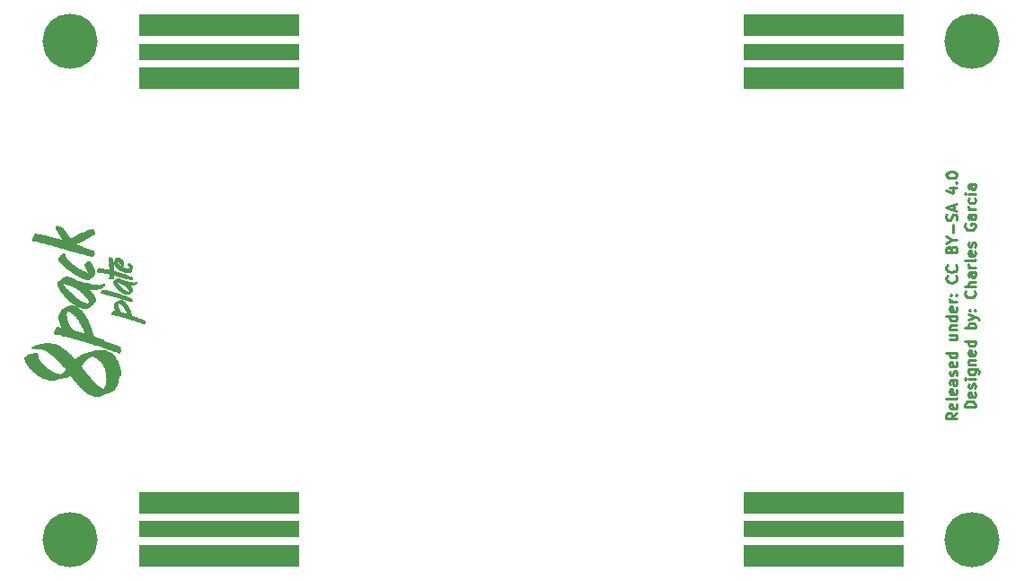
<source format=gbr>
G04 #@! TF.GenerationSoftware,KiCad,Pcbnew,5.1.2-f72e74a~84~ubuntu18.04.1*
G04 #@! TF.CreationDate,2019-06-08T15:54:07-04:00*
G04 #@! TF.ProjectId,8-key-top-plate-1.2,382d6b65-792d-4746-9f70-2d706c617465,rev?*
G04 #@! TF.SameCoordinates,Original*
G04 #@! TF.FileFunction,Soldermask,Top*
G04 #@! TF.FilePolarity,Negative*
%FSLAX46Y46*%
G04 Gerber Fmt 4.6, Leading zero omitted, Abs format (unit mm)*
G04 Created by KiCad (PCBNEW 5.1.2-f72e74a~84~ubuntu18.04.1) date 2019-06-08 15:54:07*
%MOMM*%
%LPD*%
G04 APERTURE LIST*
%ADD10C,0.250000*%
%ADD11C,0.010000*%
%ADD12C,5.203200*%
%ADD13R,15.101600X2.101600*%
%ADD14R,15.101600X1.601600*%
G04 APERTURE END LIST*
D10*
X224577380Y-109047619D02*
X224101190Y-109380952D01*
X224577380Y-109619047D02*
X223577380Y-109619047D01*
X223577380Y-109238095D01*
X223625000Y-109142857D01*
X223672619Y-109095238D01*
X223767857Y-109047619D01*
X223910714Y-109047619D01*
X224005952Y-109095238D01*
X224053571Y-109142857D01*
X224101190Y-109238095D01*
X224101190Y-109619047D01*
X224529761Y-108238095D02*
X224577380Y-108333333D01*
X224577380Y-108523809D01*
X224529761Y-108619047D01*
X224434523Y-108666666D01*
X224053571Y-108666666D01*
X223958333Y-108619047D01*
X223910714Y-108523809D01*
X223910714Y-108333333D01*
X223958333Y-108238095D01*
X224053571Y-108190476D01*
X224148809Y-108190476D01*
X224244047Y-108666666D01*
X224577380Y-107619047D02*
X224529761Y-107714285D01*
X224434523Y-107761904D01*
X223577380Y-107761904D01*
X224529761Y-106857142D02*
X224577380Y-106952380D01*
X224577380Y-107142857D01*
X224529761Y-107238095D01*
X224434523Y-107285714D01*
X224053571Y-107285714D01*
X223958333Y-107238095D01*
X223910714Y-107142857D01*
X223910714Y-106952380D01*
X223958333Y-106857142D01*
X224053571Y-106809523D01*
X224148809Y-106809523D01*
X224244047Y-107285714D01*
X224577380Y-105952380D02*
X224053571Y-105952380D01*
X223958333Y-106000000D01*
X223910714Y-106095238D01*
X223910714Y-106285714D01*
X223958333Y-106380952D01*
X224529761Y-105952380D02*
X224577380Y-106047619D01*
X224577380Y-106285714D01*
X224529761Y-106380952D01*
X224434523Y-106428571D01*
X224339285Y-106428571D01*
X224244047Y-106380952D01*
X224196428Y-106285714D01*
X224196428Y-106047619D01*
X224148809Y-105952380D01*
X224529761Y-105523809D02*
X224577380Y-105428571D01*
X224577380Y-105238095D01*
X224529761Y-105142857D01*
X224434523Y-105095238D01*
X224386904Y-105095238D01*
X224291666Y-105142857D01*
X224244047Y-105238095D01*
X224244047Y-105380952D01*
X224196428Y-105476190D01*
X224101190Y-105523809D01*
X224053571Y-105523809D01*
X223958333Y-105476190D01*
X223910714Y-105380952D01*
X223910714Y-105238095D01*
X223958333Y-105142857D01*
X224529761Y-104285714D02*
X224577380Y-104380952D01*
X224577380Y-104571428D01*
X224529761Y-104666666D01*
X224434523Y-104714285D01*
X224053571Y-104714285D01*
X223958333Y-104666666D01*
X223910714Y-104571428D01*
X223910714Y-104380952D01*
X223958333Y-104285714D01*
X224053571Y-104238095D01*
X224148809Y-104238095D01*
X224244047Y-104714285D01*
X224577380Y-103380952D02*
X223577380Y-103380952D01*
X224529761Y-103380952D02*
X224577380Y-103476190D01*
X224577380Y-103666666D01*
X224529761Y-103761904D01*
X224482142Y-103809523D01*
X224386904Y-103857142D01*
X224101190Y-103857142D01*
X224005952Y-103809523D01*
X223958333Y-103761904D01*
X223910714Y-103666666D01*
X223910714Y-103476190D01*
X223958333Y-103380952D01*
X223910714Y-101714285D02*
X224577380Y-101714285D01*
X223910714Y-102142857D02*
X224434523Y-102142857D01*
X224529761Y-102095238D01*
X224577380Y-102000000D01*
X224577380Y-101857142D01*
X224529761Y-101761904D01*
X224482142Y-101714285D01*
X223910714Y-101238095D02*
X224577380Y-101238095D01*
X224005952Y-101238095D02*
X223958333Y-101190476D01*
X223910714Y-101095238D01*
X223910714Y-100952380D01*
X223958333Y-100857142D01*
X224053571Y-100809523D01*
X224577380Y-100809523D01*
X224577380Y-99904761D02*
X223577380Y-99904761D01*
X224529761Y-99904761D02*
X224577380Y-100000000D01*
X224577380Y-100190476D01*
X224529761Y-100285714D01*
X224482142Y-100333333D01*
X224386904Y-100380952D01*
X224101190Y-100380952D01*
X224005952Y-100333333D01*
X223958333Y-100285714D01*
X223910714Y-100190476D01*
X223910714Y-100000000D01*
X223958333Y-99904761D01*
X224529761Y-99047619D02*
X224577380Y-99142857D01*
X224577380Y-99333333D01*
X224529761Y-99428571D01*
X224434523Y-99476190D01*
X224053571Y-99476190D01*
X223958333Y-99428571D01*
X223910714Y-99333333D01*
X223910714Y-99142857D01*
X223958333Y-99047619D01*
X224053571Y-99000000D01*
X224148809Y-99000000D01*
X224244047Y-99476190D01*
X224577380Y-98571428D02*
X223910714Y-98571428D01*
X224101190Y-98571428D02*
X224005952Y-98523809D01*
X223958333Y-98476190D01*
X223910714Y-98380952D01*
X223910714Y-98285714D01*
X224482142Y-97952380D02*
X224529761Y-97904761D01*
X224577380Y-97952380D01*
X224529761Y-98000000D01*
X224482142Y-97952380D01*
X224577380Y-97952380D01*
X223958333Y-97952380D02*
X224005952Y-97904761D01*
X224053571Y-97952380D01*
X224005952Y-98000000D01*
X223958333Y-97952380D01*
X224053571Y-97952380D01*
X224482142Y-96142857D02*
X224529761Y-96190476D01*
X224577380Y-96333333D01*
X224577380Y-96428571D01*
X224529761Y-96571428D01*
X224434523Y-96666666D01*
X224339285Y-96714285D01*
X224148809Y-96761904D01*
X224005952Y-96761904D01*
X223815476Y-96714285D01*
X223720238Y-96666666D01*
X223625000Y-96571428D01*
X223577380Y-96428571D01*
X223577380Y-96333333D01*
X223625000Y-96190476D01*
X223672619Y-96142857D01*
X224482142Y-95142857D02*
X224529761Y-95190476D01*
X224577380Y-95333333D01*
X224577380Y-95428571D01*
X224529761Y-95571428D01*
X224434523Y-95666666D01*
X224339285Y-95714285D01*
X224148809Y-95761904D01*
X224005952Y-95761904D01*
X223815476Y-95714285D01*
X223720238Y-95666666D01*
X223625000Y-95571428D01*
X223577380Y-95428571D01*
X223577380Y-95333333D01*
X223625000Y-95190476D01*
X223672619Y-95142857D01*
X224053571Y-93619047D02*
X224101190Y-93476190D01*
X224148809Y-93428571D01*
X224244047Y-93380952D01*
X224386904Y-93380952D01*
X224482142Y-93428571D01*
X224529761Y-93476190D01*
X224577380Y-93571428D01*
X224577380Y-93952380D01*
X223577380Y-93952380D01*
X223577380Y-93619047D01*
X223625000Y-93523809D01*
X223672619Y-93476190D01*
X223767857Y-93428571D01*
X223863095Y-93428571D01*
X223958333Y-93476190D01*
X224005952Y-93523809D01*
X224053571Y-93619047D01*
X224053571Y-93952380D01*
X224101190Y-92761904D02*
X224577380Y-92761904D01*
X223577380Y-93095238D02*
X224101190Y-92761904D01*
X223577380Y-92428571D01*
X224196428Y-92095238D02*
X224196428Y-91333333D01*
X224529761Y-90904761D02*
X224577380Y-90761904D01*
X224577380Y-90523809D01*
X224529761Y-90428571D01*
X224482142Y-90380952D01*
X224386904Y-90333333D01*
X224291666Y-90333333D01*
X224196428Y-90380952D01*
X224148809Y-90428571D01*
X224101190Y-90523809D01*
X224053571Y-90714285D01*
X224005952Y-90809523D01*
X223958333Y-90857142D01*
X223863095Y-90904761D01*
X223767857Y-90904761D01*
X223672619Y-90857142D01*
X223625000Y-90809523D01*
X223577380Y-90714285D01*
X223577380Y-90476190D01*
X223625000Y-90333333D01*
X224291666Y-89952380D02*
X224291666Y-89476190D01*
X224577380Y-90047619D02*
X223577380Y-89714285D01*
X224577380Y-89380952D01*
X223910714Y-87857142D02*
X224577380Y-87857142D01*
X223529761Y-88095238D02*
X224244047Y-88333333D01*
X224244047Y-87714285D01*
X224482142Y-87333333D02*
X224529761Y-87285714D01*
X224577380Y-87333333D01*
X224529761Y-87380952D01*
X224482142Y-87333333D01*
X224577380Y-87333333D01*
X223577380Y-86666666D02*
X223577380Y-86571428D01*
X223625000Y-86476190D01*
X223672619Y-86428571D01*
X223767857Y-86380952D01*
X223958333Y-86333333D01*
X224196428Y-86333333D01*
X224386904Y-86380952D01*
X224482142Y-86428571D01*
X224529761Y-86476190D01*
X224577380Y-86571428D01*
X224577380Y-86666666D01*
X224529761Y-86761904D01*
X224482142Y-86809523D01*
X224386904Y-86857142D01*
X224196428Y-86904761D01*
X223958333Y-86904761D01*
X223767857Y-86857142D01*
X223672619Y-86809523D01*
X223625000Y-86761904D01*
X223577380Y-86666666D01*
X226327380Y-108523809D02*
X225327380Y-108523809D01*
X225327380Y-108285714D01*
X225375000Y-108142857D01*
X225470238Y-108047619D01*
X225565476Y-108000000D01*
X225755952Y-107952380D01*
X225898809Y-107952380D01*
X226089285Y-108000000D01*
X226184523Y-108047619D01*
X226279761Y-108142857D01*
X226327380Y-108285714D01*
X226327380Y-108523809D01*
X226279761Y-107142857D02*
X226327380Y-107238095D01*
X226327380Y-107428571D01*
X226279761Y-107523809D01*
X226184523Y-107571428D01*
X225803571Y-107571428D01*
X225708333Y-107523809D01*
X225660714Y-107428571D01*
X225660714Y-107238095D01*
X225708333Y-107142857D01*
X225803571Y-107095238D01*
X225898809Y-107095238D01*
X225994047Y-107571428D01*
X226279761Y-106714285D02*
X226327380Y-106619047D01*
X226327380Y-106428571D01*
X226279761Y-106333333D01*
X226184523Y-106285714D01*
X226136904Y-106285714D01*
X226041666Y-106333333D01*
X225994047Y-106428571D01*
X225994047Y-106571428D01*
X225946428Y-106666666D01*
X225851190Y-106714285D01*
X225803571Y-106714285D01*
X225708333Y-106666666D01*
X225660714Y-106571428D01*
X225660714Y-106428571D01*
X225708333Y-106333333D01*
X226327380Y-105857142D02*
X225660714Y-105857142D01*
X225327380Y-105857142D02*
X225375000Y-105904761D01*
X225422619Y-105857142D01*
X225375000Y-105809523D01*
X225327380Y-105857142D01*
X225422619Y-105857142D01*
X225660714Y-104952380D02*
X226470238Y-104952380D01*
X226565476Y-105000000D01*
X226613095Y-105047619D01*
X226660714Y-105142857D01*
X226660714Y-105285714D01*
X226613095Y-105380952D01*
X226279761Y-104952380D02*
X226327380Y-105047619D01*
X226327380Y-105238095D01*
X226279761Y-105333333D01*
X226232142Y-105380952D01*
X226136904Y-105428571D01*
X225851190Y-105428571D01*
X225755952Y-105380952D01*
X225708333Y-105333333D01*
X225660714Y-105238095D01*
X225660714Y-105047619D01*
X225708333Y-104952380D01*
X225660714Y-104476190D02*
X226327380Y-104476190D01*
X225755952Y-104476190D02*
X225708333Y-104428571D01*
X225660714Y-104333333D01*
X225660714Y-104190476D01*
X225708333Y-104095238D01*
X225803571Y-104047619D01*
X226327380Y-104047619D01*
X226279761Y-103190476D02*
X226327380Y-103285714D01*
X226327380Y-103476190D01*
X226279761Y-103571428D01*
X226184523Y-103619047D01*
X225803571Y-103619047D01*
X225708333Y-103571428D01*
X225660714Y-103476190D01*
X225660714Y-103285714D01*
X225708333Y-103190476D01*
X225803571Y-103142857D01*
X225898809Y-103142857D01*
X225994047Y-103619047D01*
X226327380Y-102285714D02*
X225327380Y-102285714D01*
X226279761Y-102285714D02*
X226327380Y-102380952D01*
X226327380Y-102571428D01*
X226279761Y-102666666D01*
X226232142Y-102714285D01*
X226136904Y-102761904D01*
X225851190Y-102761904D01*
X225755952Y-102714285D01*
X225708333Y-102666666D01*
X225660714Y-102571428D01*
X225660714Y-102380952D01*
X225708333Y-102285714D01*
X226327380Y-101047619D02*
X225327380Y-101047619D01*
X225708333Y-101047619D02*
X225660714Y-100952380D01*
X225660714Y-100761904D01*
X225708333Y-100666666D01*
X225755952Y-100619047D01*
X225851190Y-100571428D01*
X226136904Y-100571428D01*
X226232142Y-100619047D01*
X226279761Y-100666666D01*
X226327380Y-100761904D01*
X226327380Y-100952380D01*
X226279761Y-101047619D01*
X225660714Y-100238095D02*
X226327380Y-100000000D01*
X225660714Y-99761904D02*
X226327380Y-100000000D01*
X226565476Y-100095238D01*
X226613095Y-100142857D01*
X226660714Y-100238095D01*
X226232142Y-99380952D02*
X226279761Y-99333333D01*
X226327380Y-99380952D01*
X226279761Y-99428571D01*
X226232142Y-99380952D01*
X226327380Y-99380952D01*
X225708333Y-99380952D02*
X225755952Y-99333333D01*
X225803571Y-99380952D01*
X225755952Y-99428571D01*
X225708333Y-99380952D01*
X225803571Y-99380952D01*
X226232142Y-97571428D02*
X226279761Y-97619047D01*
X226327380Y-97761904D01*
X226327380Y-97857142D01*
X226279761Y-98000000D01*
X226184523Y-98095238D01*
X226089285Y-98142857D01*
X225898809Y-98190476D01*
X225755952Y-98190476D01*
X225565476Y-98142857D01*
X225470238Y-98095238D01*
X225375000Y-98000000D01*
X225327380Y-97857142D01*
X225327380Y-97761904D01*
X225375000Y-97619047D01*
X225422619Y-97571428D01*
X226327380Y-97142857D02*
X225327380Y-97142857D01*
X226327380Y-96714285D02*
X225803571Y-96714285D01*
X225708333Y-96761904D01*
X225660714Y-96857142D01*
X225660714Y-97000000D01*
X225708333Y-97095238D01*
X225755952Y-97142857D01*
X226327380Y-95809523D02*
X225803571Y-95809523D01*
X225708333Y-95857142D01*
X225660714Y-95952380D01*
X225660714Y-96142857D01*
X225708333Y-96238095D01*
X226279761Y-95809523D02*
X226327380Y-95904761D01*
X226327380Y-96142857D01*
X226279761Y-96238095D01*
X226184523Y-96285714D01*
X226089285Y-96285714D01*
X225994047Y-96238095D01*
X225946428Y-96142857D01*
X225946428Y-95904761D01*
X225898809Y-95809523D01*
X226327380Y-95333333D02*
X225660714Y-95333333D01*
X225851190Y-95333333D02*
X225755952Y-95285714D01*
X225708333Y-95238095D01*
X225660714Y-95142857D01*
X225660714Y-95047619D01*
X226327380Y-94571428D02*
X226279761Y-94666666D01*
X226184523Y-94714285D01*
X225327380Y-94714285D01*
X226279761Y-93809523D02*
X226327380Y-93904761D01*
X226327380Y-94095238D01*
X226279761Y-94190476D01*
X226184523Y-94238095D01*
X225803571Y-94238095D01*
X225708333Y-94190476D01*
X225660714Y-94095238D01*
X225660714Y-93904761D01*
X225708333Y-93809523D01*
X225803571Y-93761904D01*
X225898809Y-93761904D01*
X225994047Y-94238095D01*
X226279761Y-93380952D02*
X226327380Y-93285714D01*
X226327380Y-93095238D01*
X226279761Y-93000000D01*
X226184523Y-92952380D01*
X226136904Y-92952380D01*
X226041666Y-93000000D01*
X225994047Y-93095238D01*
X225994047Y-93238095D01*
X225946428Y-93333333D01*
X225851190Y-93380952D01*
X225803571Y-93380952D01*
X225708333Y-93333333D01*
X225660714Y-93238095D01*
X225660714Y-93095238D01*
X225708333Y-93000000D01*
X225375000Y-91238095D02*
X225327380Y-91333333D01*
X225327380Y-91476190D01*
X225375000Y-91619047D01*
X225470238Y-91714285D01*
X225565476Y-91761904D01*
X225755952Y-91809523D01*
X225898809Y-91809523D01*
X226089285Y-91761904D01*
X226184523Y-91714285D01*
X226279761Y-91619047D01*
X226327380Y-91476190D01*
X226327380Y-91380952D01*
X226279761Y-91238095D01*
X226232142Y-91190476D01*
X225898809Y-91190476D01*
X225898809Y-91380952D01*
X226327380Y-90333333D02*
X225803571Y-90333333D01*
X225708333Y-90380952D01*
X225660714Y-90476190D01*
X225660714Y-90666666D01*
X225708333Y-90761904D01*
X226279761Y-90333333D02*
X226327380Y-90428571D01*
X226327380Y-90666666D01*
X226279761Y-90761904D01*
X226184523Y-90809523D01*
X226089285Y-90809523D01*
X225994047Y-90761904D01*
X225946428Y-90666666D01*
X225946428Y-90428571D01*
X225898809Y-90333333D01*
X226327380Y-89857142D02*
X225660714Y-89857142D01*
X225851190Y-89857142D02*
X225755952Y-89809523D01*
X225708333Y-89761904D01*
X225660714Y-89666666D01*
X225660714Y-89571428D01*
X226279761Y-88809523D02*
X226327380Y-88904761D01*
X226327380Y-89095238D01*
X226279761Y-89190476D01*
X226232142Y-89238095D01*
X226136904Y-89285714D01*
X225851190Y-89285714D01*
X225755952Y-89238095D01*
X225708333Y-89190476D01*
X225660714Y-89095238D01*
X225660714Y-88904761D01*
X225708333Y-88809523D01*
X226327380Y-88380952D02*
X225660714Y-88380952D01*
X225327380Y-88380952D02*
X225375000Y-88428571D01*
X225422619Y-88380952D01*
X225375000Y-88333333D01*
X225327380Y-88380952D01*
X225422619Y-88380952D01*
X226327380Y-87476190D02*
X225803571Y-87476190D01*
X225708333Y-87523809D01*
X225660714Y-87619047D01*
X225660714Y-87809523D01*
X225708333Y-87904761D01*
X226279761Y-87476190D02*
X226327380Y-87571428D01*
X226327380Y-87809523D01*
X226279761Y-87904761D01*
X226184523Y-87952380D01*
X226089285Y-87952380D01*
X225994047Y-87904761D01*
X225946428Y-87809523D01*
X225946428Y-87571428D01*
X225898809Y-87476190D01*
D11*
G36*
X137407573Y-92655991D02*
G01*
X137408428Y-92645229D01*
X137410398Y-92635125D01*
X137413927Y-92623702D01*
X137419460Y-92608988D01*
X137423009Y-92600049D01*
X137456322Y-92523952D01*
X137495846Y-92446522D01*
X137541281Y-92368295D01*
X137592328Y-92289808D01*
X137612962Y-92260270D01*
X137629050Y-92237819D01*
X137641938Y-92220273D01*
X137652237Y-92206939D01*
X137660557Y-92197122D01*
X137667510Y-92190129D01*
X137673706Y-92185265D01*
X137679756Y-92181837D01*
X137683400Y-92180249D01*
X137689189Y-92178236D01*
X137695631Y-92176789D01*
X137703359Y-92175955D01*
X137713007Y-92175783D01*
X137725207Y-92176322D01*
X137740592Y-92177621D01*
X137759796Y-92179727D01*
X137783452Y-92182691D01*
X137812193Y-92186559D01*
X137846651Y-92191381D01*
X137867973Y-92194415D01*
X137998329Y-92213661D01*
X138122124Y-92233226D01*
X138239563Y-92253147D01*
X138350853Y-92273464D01*
X138456199Y-92294215D01*
X138555807Y-92315438D01*
X138649883Y-92337172D01*
X138697706Y-92348945D01*
X138724177Y-92355663D01*
X138748442Y-92361957D01*
X138771587Y-92368137D01*
X138794701Y-92374513D01*
X138818870Y-92381393D01*
X138845180Y-92389086D01*
X138874718Y-92397902D01*
X138908572Y-92408151D01*
X138946626Y-92419772D01*
X139031692Y-92445481D01*
X139114672Y-92469877D01*
X139195056Y-92492822D01*
X139272329Y-92514182D01*
X139345979Y-92533820D01*
X139415492Y-92551600D01*
X139480357Y-92567386D01*
X139540060Y-92581042D01*
X139594089Y-92592432D01*
X139607026Y-92594983D01*
X139628623Y-92599449D01*
X139644457Y-92603416D01*
X139655496Y-92607170D01*
X139662703Y-92610999D01*
X139663940Y-92611937D01*
X139672489Y-92616947D01*
X139686671Y-92622950D01*
X139705477Y-92629616D01*
X139727898Y-92636617D01*
X139752924Y-92643622D01*
X139779546Y-92650304D01*
X139786520Y-92651928D01*
X139804364Y-92656190D01*
X139817039Y-92659785D01*
X139826029Y-92663302D01*
X139832820Y-92667330D01*
X139838897Y-92672458D01*
X139839348Y-92672886D01*
X139851536Y-92684535D01*
X139863054Y-92677834D01*
X139874573Y-92671133D01*
X140089626Y-92740253D01*
X140126563Y-92752074D01*
X140161822Y-92763258D01*
X140194837Y-92773632D01*
X140225045Y-92783025D01*
X140251882Y-92791263D01*
X140274782Y-92798174D01*
X140293182Y-92803585D01*
X140306517Y-92807323D01*
X140314224Y-92809216D01*
X140315686Y-92809420D01*
X140323346Y-92808686D01*
X140326321Y-92805410D01*
X140326693Y-92801316D01*
X140325001Y-92797216D01*
X140320116Y-92787792D01*
X140312325Y-92773531D01*
X140301914Y-92754922D01*
X140289170Y-92732451D01*
X140274379Y-92706606D01*
X140257827Y-92677875D01*
X140239801Y-92646745D01*
X140220588Y-92613703D01*
X140200473Y-92579238D01*
X140179744Y-92543836D01*
X140158687Y-92507985D01*
X140137588Y-92472173D01*
X140116734Y-92436887D01*
X140096411Y-92402615D01*
X140076906Y-92369843D01*
X140058506Y-92339061D01*
X140041495Y-92310754D01*
X140026162Y-92285411D01*
X140012793Y-92263520D01*
X140001674Y-92245566D01*
X139993091Y-92232039D01*
X139987331Y-92223426D01*
X139986202Y-92221880D01*
X139955899Y-92178201D01*
X139926352Y-92127979D01*
X139907445Y-92091587D01*
X139898773Y-92074803D01*
X139890299Y-92059658D01*
X139882809Y-92047472D01*
X139877089Y-92039566D01*
X139875459Y-92037885D01*
X139867678Y-92029331D01*
X139857258Y-92014703D01*
X139844279Y-91994130D01*
X139828820Y-91967742D01*
X139810962Y-91935667D01*
X139800006Y-91915386D01*
X139784353Y-91887636D01*
X139764827Y-91855541D01*
X139741943Y-91819918D01*
X139716214Y-91781583D01*
X139709247Y-91771453D01*
X139694250Y-91749646D01*
X139680498Y-91729446D01*
X139668469Y-91711573D01*
X139658643Y-91696744D01*
X139651498Y-91685680D01*
X139647511Y-91679098D01*
X139646854Y-91677721D01*
X139646356Y-91671428D01*
X139646503Y-91659705D01*
X139647195Y-91643852D01*
X139648333Y-91625172D01*
X139649818Y-91604967D01*
X139651551Y-91584537D01*
X139653431Y-91565185D01*
X139655360Y-91548212D01*
X139657239Y-91534919D01*
X139658119Y-91530104D01*
X139664616Y-91503786D01*
X139672204Y-91481952D01*
X139680528Y-91465552D01*
X139684048Y-91460648D01*
X139693302Y-91453065D01*
X139708111Y-91445700D01*
X139715400Y-91442939D01*
X139730364Y-91437954D01*
X139740867Y-91435394D01*
X139748713Y-91435125D01*
X139755711Y-91437009D01*
X139761000Y-91439498D01*
X139770705Y-91444517D01*
X139772867Y-91430185D01*
X139775314Y-91414992D01*
X139777474Y-91404950D01*
X139779858Y-91398480D01*
X139782972Y-91394006D01*
X139785272Y-91391743D01*
X139789331Y-91388530D01*
X139792715Y-91388308D01*
X139797032Y-91391816D01*
X139803887Y-91399791D01*
X139804554Y-91400597D01*
X139835111Y-91435917D01*
X139863239Y-91465055D01*
X139889052Y-91488105D01*
X139912666Y-91505163D01*
X139934197Y-91516323D01*
X139951911Y-91521406D01*
X139960256Y-91522189D01*
X139963797Y-91520550D01*
X139964320Y-91517896D01*
X139966617Y-91513283D01*
X139973574Y-91513305D01*
X139985283Y-91517978D01*
X139994324Y-91522846D01*
X140006847Y-91531267D01*
X140014678Y-91540016D01*
X140018031Y-91546486D01*
X140022573Y-91555227D01*
X140027599Y-91559063D01*
X140032900Y-91559752D01*
X140039171Y-91559022D01*
X140041743Y-91555416D01*
X140042213Y-91547933D01*
X140041580Y-91539917D01*
X140038734Y-91536636D01*
X140033746Y-91536080D01*
X140027636Y-91534944D01*
X140025451Y-91530168D01*
X140025280Y-91526197D01*
X140026803Y-91513085D01*
X140031743Y-91504816D01*
X140035517Y-91502172D01*
X140038420Y-91501640D01*
X140042188Y-91503380D01*
X140047509Y-91508059D01*
X140055069Y-91516345D01*
X140065556Y-91528906D01*
X140074817Y-91540366D01*
X140089585Y-91558369D01*
X140104805Y-91576216D01*
X140119770Y-91593146D01*
X140133770Y-91608398D01*
X140146096Y-91621210D01*
X140156041Y-91630823D01*
X140162895Y-91636475D01*
X140165446Y-91637667D01*
X140170196Y-91636483D01*
X140179436Y-91633352D01*
X140191384Y-91628887D01*
X140194613Y-91627624D01*
X140206964Y-91622724D01*
X140216708Y-91619356D01*
X140224695Y-91618005D01*
X140231775Y-91619158D01*
X140238799Y-91623300D01*
X140246615Y-91630917D01*
X140256075Y-91642494D01*
X140268028Y-91658517D01*
X140281864Y-91677473D01*
X140324396Y-91734909D01*
X140364536Y-91787464D01*
X140403142Y-91836196D01*
X140441071Y-91882168D01*
X140479181Y-91926438D01*
X140518331Y-91970068D01*
X140520633Y-91972580D01*
X140537484Y-91991113D01*
X140550685Y-92006162D01*
X140561272Y-92019132D01*
X140570283Y-92031429D01*
X140578755Y-92044459D01*
X140587725Y-92059627D01*
X140596861Y-92075874D01*
X140628921Y-92130538D01*
X140665852Y-92188082D01*
X140706956Y-92247527D01*
X140751535Y-92307896D01*
X140798892Y-92368213D01*
X140845875Y-92424642D01*
X140857543Y-92439270D01*
X140870897Y-92457622D01*
X140884384Y-92477475D01*
X140896447Y-92496608D01*
X140897751Y-92498794D01*
X140918744Y-92533706D01*
X140936896Y-92562735D01*
X140952350Y-92586078D01*
X140965250Y-92603934D01*
X140975739Y-92616500D01*
X140983959Y-92623973D01*
X140990055Y-92626551D01*
X140990297Y-92626556D01*
X140995134Y-92625031D01*
X141005278Y-92620710D01*
X141020037Y-92613935D01*
X141038717Y-92605050D01*
X141060624Y-92594400D01*
X141085066Y-92582326D01*
X141111349Y-92569174D01*
X141138779Y-92555286D01*
X141166664Y-92541007D01*
X141194309Y-92526679D01*
X141221021Y-92512646D01*
X141232626Y-92506481D01*
X141286704Y-92477483D01*
X141345842Y-92445493D01*
X141409257Y-92410942D01*
X141476165Y-92374260D01*
X141545783Y-92335880D01*
X141617327Y-92296234D01*
X141690014Y-92255753D01*
X141763059Y-92214868D01*
X141815560Y-92185353D01*
X141841283Y-92171120D01*
X141866175Y-92157828D01*
X141889126Y-92146038D01*
X141909029Y-92136314D01*
X141924775Y-92129220D01*
X141930706Y-92126848D01*
X141968287Y-92111489D01*
X142000576Y-92095268D01*
X142029056Y-92077370D01*
X142050976Y-92060562D01*
X142063905Y-92051496D01*
X142074502Y-92047585D01*
X142076278Y-92047466D01*
X142080546Y-92047701D01*
X142082063Y-92049009D01*
X142080328Y-92052297D01*
X142074838Y-92058470D01*
X142065088Y-92068435D01*
X142064053Y-92069480D01*
X142042235Y-92091493D01*
X142063072Y-92091493D01*
X142071904Y-92091141D01*
X142080831Y-92089839D01*
X142091131Y-92087214D01*
X142104088Y-92082898D01*
X142120980Y-92076520D01*
X142137481Y-92069968D01*
X142223718Y-92033761D01*
X142313973Y-91992813D01*
X142408418Y-91947045D01*
X142507226Y-91896375D01*
X142528026Y-91885380D01*
X142549371Y-91874179D01*
X142569291Y-91863984D01*
X142586838Y-91855261D01*
X142601065Y-91848472D01*
X142611026Y-91844083D01*
X142615233Y-91842622D01*
X142622762Y-91841616D01*
X142625774Y-91843487D01*
X142626240Y-91847407D01*
X142626768Y-91850405D01*
X142629052Y-91851064D01*
X142634140Y-91849012D01*
X142643080Y-91843874D01*
X142652486Y-91838059D01*
X142672007Y-91826257D01*
X142696188Y-91812279D01*
X142723599Y-91796911D01*
X142752809Y-91780941D01*
X142782386Y-91765154D01*
X142810900Y-91750338D01*
X142825607Y-91742890D01*
X142873158Y-91719069D01*
X142878392Y-91726541D01*
X142882335Y-91733469D01*
X142883626Y-91737786D01*
X142880876Y-91740948D01*
X142873435Y-91746562D01*
X142862522Y-91753765D01*
X142852447Y-91759892D01*
X142833771Y-91771324D01*
X142815423Y-91783361D01*
X142798445Y-91795242D01*
X142783877Y-91806204D01*
X142772760Y-91815486D01*
X142766134Y-91822327D01*
X142765184Y-91823777D01*
X142763363Y-91828345D01*
X142765489Y-91830293D01*
X142772918Y-91830719D01*
X142773764Y-91830720D01*
X142785032Y-91828823D01*
X142795159Y-91824239D01*
X142795355Y-91824102D01*
X142814289Y-91812532D01*
X142838487Y-91800717D01*
X142866485Y-91789219D01*
X142896822Y-91778597D01*
X142928035Y-91769413D01*
X142954746Y-91763031D01*
X142983229Y-91757656D01*
X143006922Y-91754672D01*
X143027337Y-91753986D01*
X143045988Y-91755508D01*
X143054675Y-91756980D01*
X143070224Y-91759455D01*
X143083102Y-91759800D01*
X143097053Y-91758052D01*
X143100395Y-91757437D01*
X143115969Y-91754638D01*
X143126379Y-91753491D01*
X143133082Y-91754213D01*
X143137533Y-91757019D01*
X143141187Y-91762124D01*
X143142043Y-91763603D01*
X143148154Y-91774336D01*
X143119183Y-91803442D01*
X143104597Y-91818589D01*
X143095097Y-91829655D01*
X143090529Y-91836855D01*
X143090744Y-91840405D01*
X143092753Y-91840879D01*
X143097071Y-91840281D01*
X143106252Y-91838695D01*
X143118513Y-91836432D01*
X143121789Y-91835808D01*
X143148286Y-91830738D01*
X143162614Y-91840596D01*
X143184658Y-91858814D01*
X143205189Y-91881500D01*
X143223026Y-91906954D01*
X143236988Y-91933477D01*
X143245893Y-91959368D01*
X143246283Y-91961051D01*
X143249187Y-91971205D01*
X143252338Y-91977990D01*
X143254371Y-91979733D01*
X143259064Y-91982022D01*
X143265634Y-91987665D01*
X143266965Y-91989046D01*
X143276252Y-92000488D01*
X143281701Y-92011589D01*
X143283288Y-92023525D01*
X143280987Y-92037473D01*
X143274774Y-92054612D01*
X143265136Y-92075099D01*
X143248738Y-92105577D01*
X143232222Y-92131300D01*
X143214224Y-92154172D01*
X143193381Y-92176097D01*
X143191336Y-92178073D01*
X143178793Y-92189842D01*
X143167422Y-92199703D01*
X143156057Y-92208417D01*
X143143534Y-92216743D01*
X143128686Y-92225441D01*
X143110350Y-92235270D01*
X143087360Y-92246991D01*
X143080053Y-92250655D01*
X143017566Y-92282661D01*
X142950272Y-92318555D01*
X142878690Y-92358039D01*
X142803339Y-92400817D01*
X142724738Y-92446590D01*
X142643405Y-92495063D01*
X142623365Y-92507266D01*
X142623365Y-91911093D01*
X142634447Y-91910135D01*
X142647350Y-91907716D01*
X142660568Y-91904141D01*
X142672597Y-91899720D01*
X142681928Y-91894757D01*
X142684491Y-91892759D01*
X142688119Y-91886916D01*
X142690203Y-91878827D01*
X142690530Y-91870903D01*
X142688888Y-91865557D01*
X142686978Y-91864586D01*
X142681680Y-91866059D01*
X142672138Y-91869932D01*
X142660067Y-91875389D01*
X142647183Y-91881616D01*
X142635202Y-91887795D01*
X142625841Y-91893112D01*
X142622812Y-91895096D01*
X142616106Y-91901157D01*
X142612774Y-91906692D01*
X142612693Y-91907394D01*
X142615612Y-91910281D01*
X142623365Y-91911093D01*
X142623365Y-92507266D01*
X142559859Y-92545937D01*
X142501630Y-92582013D01*
X142453458Y-92611720D01*
X142409176Y-92638325D01*
X142369059Y-92661674D01*
X142333381Y-92681613D01*
X142302415Y-92697987D01*
X142276435Y-92710644D01*
X142259915Y-92717793D01*
X142243509Y-92723716D01*
X142229527Y-92726926D01*
X142214537Y-92728118D01*
X142208538Y-92728186D01*
X142183124Y-92728186D01*
X142180902Y-92738305D01*
X142175734Y-92748636D01*
X142165435Y-92759457D01*
X142151432Y-92769562D01*
X142135150Y-92777746D01*
X142133516Y-92778387D01*
X142114346Y-92788857D01*
X142102426Y-92799496D01*
X142090096Y-92811282D01*
X142071871Y-92825862D01*
X142047721Y-92843254D01*
X142017617Y-92863478D01*
X141981528Y-92886555D01*
X141939424Y-92912503D01*
X141891275Y-92941342D01*
X141837052Y-92973091D01*
X141833969Y-92974878D01*
X141806227Y-92990810D01*
X141783715Y-93003353D01*
X141765913Y-93012696D01*
X141752298Y-93019028D01*
X141742349Y-93022536D01*
X141735545Y-93023407D01*
X141731362Y-93021831D01*
X141729281Y-93017996D01*
X141728773Y-93012798D01*
X141731719Y-93001759D01*
X141740713Y-92992708D01*
X141755987Y-92985445D01*
X141763486Y-92983113D01*
X141782960Y-92977689D01*
X141782960Y-92954419D01*
X141782868Y-92942235D01*
X141782270Y-92935594D01*
X141780677Y-92933263D01*
X141777602Y-92934012D01*
X141775340Y-92935165D01*
X141771178Y-92937497D01*
X141761644Y-92942922D01*
X141747233Y-92951155D01*
X141728445Y-92961910D01*
X141705775Y-92974904D01*
X141679723Y-92989849D01*
X141650784Y-93006462D01*
X141619457Y-93024457D01*
X141586239Y-93043549D01*
X141565435Y-93055511D01*
X141524273Y-93079145D01*
X141488575Y-93099555D01*
X141457967Y-93116944D01*
X141432070Y-93131517D01*
X141410510Y-93143478D01*
X141392909Y-93153032D01*
X141378892Y-93160382D01*
X141368082Y-93165734D01*
X141360103Y-93169291D01*
X141354580Y-93171258D01*
X141351229Y-93171840D01*
X141339306Y-93171840D01*
X141339306Y-93207823D01*
X141511180Y-93250741D01*
X141566188Y-93264390D01*
X141614727Y-93276250D01*
X141656856Y-93286335D01*
X141692637Y-93294657D01*
X141722128Y-93301232D01*
X141745389Y-93306071D01*
X141762480Y-93309190D01*
X141773461Y-93310600D01*
X141775765Y-93310693D01*
X141780525Y-93309633D01*
X141782577Y-93305222D01*
X141782960Y-93297732D01*
X141782960Y-93284770D01*
X141727926Y-93268479D01*
X141701258Y-93260404D01*
X141673611Y-93251711D01*
X141645982Y-93242741D01*
X141619371Y-93233836D01*
X141594777Y-93225338D01*
X141573199Y-93217590D01*
X141555635Y-93210933D01*
X141543085Y-93205710D01*
X141539149Y-93203820D01*
X141523880Y-93195862D01*
X141537051Y-93195704D01*
X141541723Y-93196620D01*
X141552304Y-93199293D01*
X141568211Y-93203553D01*
X141588859Y-93209232D01*
X141613665Y-93216160D01*
X141642044Y-93224169D01*
X141673411Y-93233090D01*
X141707183Y-93242754D01*
X141742776Y-93252991D01*
X141779605Y-93263633D01*
X141817086Y-93274512D01*
X141854635Y-93285457D01*
X141891668Y-93296301D01*
X141927601Y-93306873D01*
X141961849Y-93317006D01*
X141993828Y-93326530D01*
X142022955Y-93335277D01*
X142048644Y-93343077D01*
X142070312Y-93349761D01*
X142076753Y-93351779D01*
X142084498Y-93355307D01*
X142087458Y-93360686D01*
X142087760Y-93365142D01*
X142087005Y-93372155D01*
X142085220Y-93375010D01*
X142081062Y-93374621D01*
X142071552Y-93373578D01*
X142058062Y-93372037D01*
X142041963Y-93370151D01*
X142040346Y-93369960D01*
X142020561Y-93367614D01*
X142006422Y-93366112D01*
X141996837Y-93365580D01*
X141990717Y-93366146D01*
X141986972Y-93367938D01*
X141984511Y-93371084D01*
X141982244Y-93375711D01*
X141981719Y-93376822D01*
X141976025Y-93388764D01*
X141985325Y-93392218D01*
X141990499Y-93394205D01*
X142001226Y-93398375D01*
X142016755Y-93404433D01*
X142036334Y-93412087D01*
X142059212Y-93421042D01*
X142084638Y-93431005D01*
X142111861Y-93441682D01*
X142116003Y-93443307D01*
X142237380Y-93490942D01*
X142263058Y-93479362D01*
X142326962Y-93503892D01*
X142358190Y-93515552D01*
X142394601Y-93528593D01*
X142434858Y-93542571D01*
X142477620Y-93557041D01*
X142521549Y-93571558D01*
X142565307Y-93585678D01*
X142607554Y-93598955D01*
X142646952Y-93610946D01*
X142667119Y-93616888D01*
X142700677Y-93627038D01*
X142730777Y-93636944D01*
X142756407Y-93646255D01*
X142776554Y-93654618D01*
X142778879Y-93655693D01*
X142814756Y-93671621D01*
X142856268Y-93688423D01*
X142902394Y-93705737D01*
X142952109Y-93723201D01*
X143004390Y-93740452D01*
X143058213Y-93757129D01*
X143101220Y-93769680D01*
X143157946Y-93785771D01*
X143157946Y-93797152D01*
X143157390Y-93804784D01*
X143154338Y-93807914D01*
X143146717Y-93808532D01*
X143146093Y-93808533D01*
X143138146Y-93809063D01*
X143134887Y-93812005D01*
X143134241Y-93819387D01*
X143134240Y-93820117D01*
X143134265Y-93825099D01*
X143135042Y-93828643D01*
X143137619Y-93831198D01*
X143143046Y-93833215D01*
X143152373Y-93835142D01*
X143166650Y-93837429D01*
X143179113Y-93839326D01*
X143192241Y-93841440D01*
X143200047Y-93843309D01*
X143203914Y-93845651D01*
X143205224Y-93849190D01*
X143205360Y-93853024D01*
X143204807Y-93859960D01*
X143203537Y-93862720D01*
X143199851Y-93861889D01*
X143190645Y-93859575D01*
X143176942Y-93856039D01*
X143159766Y-93851549D01*
X143140141Y-93846366D01*
X143137147Y-93845572D01*
X143117259Y-93840407D01*
X143099661Y-93836060D01*
X143085375Y-93832764D01*
X143075423Y-93830755D01*
X143070829Y-93830266D01*
X143070666Y-93830337D01*
X143071405Y-93833892D01*
X143075331Y-93841022D01*
X143079483Y-93847192D01*
X143085581Y-93856993D01*
X143089468Y-93865755D01*
X143090213Y-93869469D01*
X143089164Y-93874567D01*
X143084692Y-93875560D01*
X143080900Y-93874953D01*
X143072618Y-93873429D01*
X143060528Y-93871343D01*
X143049573Y-93869527D01*
X143036881Y-93867400D01*
X143025941Y-93865450D01*
X143019940Y-93864271D01*
X143015598Y-93863801D01*
X143013323Y-93865852D01*
X143012923Y-93868635D01*
X143012923Y-93841062D01*
X143013916Y-93840931D01*
X143019133Y-93839139D01*
X143028100Y-93836460D01*
X143031956Y-93835375D01*
X143042231Y-93831266D01*
X143045922Y-93826831D01*
X143043161Y-93822632D01*
X143034079Y-93819229D01*
X143027904Y-93818097D01*
X143017505Y-93816016D01*
X143009811Y-93813408D01*
X143007793Y-93812134D01*
X143002272Y-93808712D01*
X142999227Y-93811544D01*
X142998773Y-93815631D01*
X143000301Y-93823200D01*
X143004027Y-93831396D01*
X143008663Y-93838067D01*
X143012923Y-93841062D01*
X143012923Y-93868635D01*
X143012452Y-93871912D01*
X143012320Y-93881388D01*
X143013089Y-93893925D01*
X143015334Y-93900446D01*
X143016553Y-93901253D01*
X143021559Y-93902497D01*
X143031417Y-93904934D01*
X143044398Y-93908138D01*
X143051266Y-93909831D01*
X143064403Y-93913523D01*
X143082166Y-93919162D01*
X143102890Y-93926187D01*
X143124909Y-93934034D01*
X143144400Y-93941312D01*
X143164686Y-93948874D01*
X143183766Y-93955621D01*
X143200383Y-93961137D01*
X143213281Y-93965004D01*
X143221203Y-93966807D01*
X143221446Y-93966835D01*
X143230505Y-93968240D01*
X143234669Y-93970821D01*
X143235808Y-93976057D01*
X143235840Y-93978208D01*
X143235172Y-93984745D01*
X143231821Y-93987475D01*
X143223763Y-93988026D01*
X143223645Y-93988026D01*
X143215317Y-93987079D01*
X143202498Y-93984523D01*
X143187157Y-93980783D01*
X143175842Y-93977654D01*
X143160988Y-93973577D01*
X143148336Y-93970569D01*
X143139410Y-93968965D01*
X143135969Y-93968917D01*
X143131968Y-93973016D01*
X143128181Y-93980664D01*
X143128068Y-93980984D01*
X143126055Y-93988143D01*
X143127238Y-93990986D01*
X143130504Y-93991413D01*
X143138611Y-93994440D01*
X143144934Y-94002084D01*
X143147761Y-94012187D01*
X143147786Y-94013214D01*
X143147000Y-94019802D01*
X143143498Y-94021336D01*
X143140013Y-94020676D01*
X143128832Y-94018315D01*
X143112681Y-94015472D01*
X143093326Y-94012407D01*
X143072529Y-94009376D01*
X143052055Y-94006637D01*
X143033666Y-94004448D01*
X143019940Y-94003129D01*
X142988613Y-94000700D01*
X142988628Y-94012143D01*
X142988644Y-94023586D01*
X143101235Y-94086347D01*
X143130039Y-94102423D01*
X143153475Y-94115579D01*
X143172102Y-94126178D01*
X143186479Y-94134579D01*
X143197166Y-94141144D01*
X143204720Y-94146232D01*
X143209701Y-94150205D01*
X143212668Y-94153423D01*
X143214179Y-94156247D01*
X143214793Y-94159038D01*
X143214863Y-94159681D01*
X143214729Y-94167184D01*
X143211165Y-94171366D01*
X143204703Y-94174005D01*
X143197062Y-94177902D01*
X143186311Y-94185071D01*
X143174340Y-94194215D01*
X143169800Y-94197993D01*
X143155508Y-94209295D01*
X143144405Y-94216171D01*
X143137626Y-94218253D01*
X143130974Y-94217697D01*
X143119369Y-94216173D01*
X143104521Y-94213922D01*
X143090213Y-94211546D01*
X143074742Y-94208900D01*
X143061822Y-94206739D01*
X143052852Y-94205294D01*
X143049265Y-94204796D01*
X143047494Y-94207787D01*
X143045034Y-94215523D01*
X143043198Y-94222941D01*
X143036658Y-94240041D01*
X143026131Y-94252830D01*
X143012513Y-94260480D01*
X143000583Y-94262346D01*
X142993281Y-94264097D01*
X142989838Y-94267426D01*
X142985683Y-94270900D01*
X142976126Y-94272403D01*
X142971317Y-94272506D01*
X142961429Y-94272266D01*
X142956548Y-94270836D01*
X142954909Y-94267157D01*
X142954746Y-94262551D01*
X142955465Y-94255904D01*
X142958951Y-94252822D01*
X142967201Y-94251550D01*
X142967271Y-94251544D01*
X142979797Y-94250493D01*
X142968686Y-94237875D01*
X142958394Y-94228686D01*
X142947271Y-94222502D01*
X142945154Y-94221808D01*
X142937200Y-94220349D01*
X142926147Y-94219234D01*
X142913824Y-94218521D01*
X142902056Y-94218271D01*
X142893786Y-94218511D01*
X142893786Y-93798373D01*
X142931040Y-93798373D01*
X142931040Y-93774666D01*
X142893786Y-93774666D01*
X142893786Y-93798373D01*
X142893786Y-94218511D01*
X142892671Y-94218544D01*
X142887496Y-94219400D01*
X142887013Y-94219898D01*
X142888335Y-94223681D01*
X142891620Y-94231110D01*
X142892700Y-94233402D01*
X142895935Y-94241375D01*
X142896935Y-94246431D01*
X142896718Y-94246997D01*
X142893171Y-94246452D01*
X142884112Y-94244022D01*
X142870449Y-94239982D01*
X142853091Y-94234605D01*
X142832945Y-94228164D01*
X142818874Y-94223566D01*
X142781681Y-94211633D01*
X142738377Y-94198317D01*
X142689452Y-94183753D01*
X142635397Y-94168078D01*
X142576702Y-94151430D01*
X142513855Y-94133945D01*
X142447348Y-94115759D01*
X142377670Y-94097010D01*
X142305312Y-94077834D01*
X142230762Y-94058368D01*
X142181227Y-94045590D01*
X142151986Y-94038141D01*
X142128457Y-94032354D01*
X142109812Y-94028130D01*
X142095221Y-94025376D01*
X142083857Y-94023993D01*
X142074891Y-94023887D01*
X142067493Y-94024960D01*
X142060834Y-94027118D01*
X142054087Y-94030263D01*
X142053181Y-94030728D01*
X142046561Y-94033456D01*
X142040646Y-94033242D01*
X142032484Y-94029826D01*
X142030310Y-94028730D01*
X142019701Y-94024310D01*
X142005645Y-94019723D01*
X141990636Y-94015653D01*
X141977168Y-94012780D01*
X141968380Y-94011783D01*
X141963372Y-94014112D01*
X141962663Y-94016195D01*
X141962663Y-93375040D01*
X141964471Y-93371993D01*
X141965622Y-93364199D01*
X141965840Y-93358026D01*
X141965840Y-93341011D01*
X141940788Y-93353863D01*
X141896299Y-93330585D01*
X141879036Y-93321603D01*
X141866313Y-93315292D01*
X141856669Y-93311180D01*
X141848644Y-93308797D01*
X141840777Y-93307670D01*
X141831607Y-93307330D01*
X141824157Y-93307306D01*
X141811434Y-93307630D01*
X141801801Y-93308489D01*
X141796845Y-93309721D01*
X141796506Y-93310168D01*
X141799755Y-93316102D01*
X141809198Y-93323116D01*
X141824380Y-93331006D01*
X141844843Y-93339567D01*
X141870132Y-93348592D01*
X141899792Y-93357878D01*
X141907262Y-93360051D01*
X141925167Y-93365135D01*
X141940831Y-93369481D01*
X141953079Y-93372770D01*
X141960734Y-93374684D01*
X141962663Y-93375040D01*
X141962663Y-94016195D01*
X141962453Y-94016813D01*
X141962061Y-94020439D01*
X141960142Y-94021250D01*
X141955580Y-94018826D01*
X141947257Y-94012745D01*
X141943009Y-94009491D01*
X141926380Y-93998512D01*
X141903322Y-93986230D01*
X141873799Y-93972629D01*
X141837775Y-93957695D01*
X141795215Y-93941413D01*
X141746084Y-93923768D01*
X141711121Y-93911734D01*
X141636459Y-93886414D01*
X141625489Y-93893194D01*
X141614761Y-93897850D01*
X141603585Y-93899962D01*
X141602893Y-93899973D01*
X141596726Y-93898657D01*
X141584691Y-93894797D01*
X141567143Y-93888527D01*
X141544436Y-93879979D01*
X141516925Y-93869288D01*
X141484964Y-93856587D01*
X141449869Y-93842400D01*
X141417333Y-93829252D01*
X141387548Y-93817412D01*
X141361060Y-93807087D01*
X141338419Y-93798484D01*
X141320171Y-93791811D01*
X141306865Y-93787273D01*
X141299048Y-93785078D01*
X141297642Y-93784901D01*
X141287570Y-93786395D01*
X141275921Y-93790019D01*
X141272948Y-93791272D01*
X141259083Y-93797569D01*
X141178121Y-93768123D01*
X141136733Y-93752829D01*
X141101677Y-93739350D01*
X141072782Y-93727612D01*
X141049875Y-93717543D01*
X141032783Y-93709071D01*
X141021334Y-93702122D01*
X141020692Y-93701655D01*
X141009465Y-93695402D01*
X140998280Y-93694049D01*
X140985653Y-93697714D01*
X140971559Y-93705574D01*
X140952506Y-93717762D01*
X140919846Y-93710405D01*
X140891712Y-93703813D01*
X140859015Y-93695732D01*
X140823667Y-93686667D01*
X140787577Y-93677122D01*
X140752658Y-93667598D01*
X140720819Y-93658601D01*
X140700046Y-93652482D01*
X140645001Y-93634927D01*
X140596649Y-93617473D01*
X140554909Y-93600086D01*
X140519703Y-93582733D01*
X140490951Y-93565379D01*
X140486748Y-93562461D01*
X140475811Y-93554900D01*
X140468438Y-93550741D01*
X140462744Y-93549357D01*
X140456845Y-93550125D01*
X140452881Y-93551222D01*
X140449688Y-93551937D01*
X140445794Y-93552212D01*
X140440650Y-93551919D01*
X140433707Y-93550928D01*
X140424415Y-93549112D01*
X140412228Y-93546341D01*
X140396594Y-93542488D01*
X140376966Y-93537423D01*
X140352795Y-93531018D01*
X140323532Y-93523144D01*
X140288628Y-93513673D01*
X140264040Y-93506977D01*
X140230388Y-93497744D01*
X140198470Y-93488871D01*
X140168930Y-93480544D01*
X140142411Y-93472951D01*
X140119557Y-93466277D01*
X140101011Y-93460710D01*
X140087416Y-93456437D01*
X140079418Y-93453645D01*
X140077773Y-93452896D01*
X140065598Y-93446891D01*
X140047223Y-93439744D01*
X140022599Y-93431442D01*
X139991680Y-93421974D01*
X139954416Y-93411325D01*
X139910760Y-93399482D01*
X139860664Y-93386433D01*
X139804081Y-93372163D01*
X139740962Y-93356661D01*
X139671260Y-93339913D01*
X139635616Y-93331466D01*
X139607091Y-93324707D01*
X139584181Y-93319166D01*
X139565905Y-93314531D01*
X139551278Y-93310490D01*
X139539319Y-93306733D01*
X139529045Y-93302946D01*
X139519474Y-93298819D01*
X139509622Y-93294040D01*
X139498506Y-93288297D01*
X139496960Y-93287485D01*
X139448015Y-93264059D01*
X139392861Y-93241843D01*
X139331975Y-93220977D01*
X139265834Y-93201601D01*
X139194918Y-93183856D01*
X139119704Y-93167881D01*
X139041453Y-93153943D01*
X139028090Y-93151689D01*
X139020086Y-93149787D01*
X139016114Y-93147514D01*
X139014844Y-93144151D01*
X139014918Y-93139530D01*
X139016233Y-93128316D01*
X139017892Y-93119990D01*
X139020307Y-93110473D01*
X139003786Y-93111523D01*
X138993879Y-93112438D01*
X138988856Y-93114395D01*
X138986830Y-93118686D01*
X138986205Y-93123580D01*
X138984986Y-93131073D01*
X138983441Y-93134555D01*
X138983299Y-93134586D01*
X138979626Y-93133895D01*
X138970226Y-93131945D01*
X138955987Y-93128928D01*
X138937799Y-93125033D01*
X138916550Y-93120448D01*
X138894614Y-93115687D01*
X138798014Y-93094189D01*
X138703420Y-93072197D01*
X138611747Y-93049940D01*
X138523910Y-93027644D01*
X138440824Y-93005539D01*
X138363402Y-92983851D01*
X138350573Y-92980136D01*
X138326989Y-92973389D01*
X138303995Y-92967029D01*
X138282906Y-92961403D01*
X138265037Y-92956858D01*
X138251705Y-92953741D01*
X138247280Y-92952850D01*
X138224271Y-92948177D01*
X138199652Y-92942152D01*
X138172706Y-92934547D01*
X138142718Y-92925132D01*
X138108971Y-92913681D01*
X138070750Y-92899964D01*
X138027338Y-92883753D01*
X138010213Y-92877228D01*
X137986172Y-92868121D01*
X137966771Y-92861084D01*
X137950369Y-92855653D01*
X137935323Y-92851365D01*
X137919992Y-92847754D01*
X137902735Y-92844357D01*
X137881911Y-92840710D01*
X137879826Y-92840358D01*
X137803071Y-92827895D01*
X137732683Y-92817527D01*
X137668593Y-92809245D01*
X137610731Y-92803040D01*
X137559024Y-92798903D01*
X137522533Y-92797094D01*
X137463266Y-92795091D01*
X137450387Y-92782805D01*
X137432256Y-92761996D01*
X137419311Y-92738727D01*
X137411215Y-92712114D01*
X137407635Y-92681274D01*
X137407386Y-92669384D01*
X137407573Y-92655991D01*
X137407573Y-92655991D01*
G37*
X137407573Y-92655991D02*
X137408428Y-92645229D01*
X137410398Y-92635125D01*
X137413927Y-92623702D01*
X137419460Y-92608988D01*
X137423009Y-92600049D01*
X137456322Y-92523952D01*
X137495846Y-92446522D01*
X137541281Y-92368295D01*
X137592328Y-92289808D01*
X137612962Y-92260270D01*
X137629050Y-92237819D01*
X137641938Y-92220273D01*
X137652237Y-92206939D01*
X137660557Y-92197122D01*
X137667510Y-92190129D01*
X137673706Y-92185265D01*
X137679756Y-92181837D01*
X137683400Y-92180249D01*
X137689189Y-92178236D01*
X137695631Y-92176789D01*
X137703359Y-92175955D01*
X137713007Y-92175783D01*
X137725207Y-92176322D01*
X137740592Y-92177621D01*
X137759796Y-92179727D01*
X137783452Y-92182691D01*
X137812193Y-92186559D01*
X137846651Y-92191381D01*
X137867973Y-92194415D01*
X137998329Y-92213661D01*
X138122124Y-92233226D01*
X138239563Y-92253147D01*
X138350853Y-92273464D01*
X138456199Y-92294215D01*
X138555807Y-92315438D01*
X138649883Y-92337172D01*
X138697706Y-92348945D01*
X138724177Y-92355663D01*
X138748442Y-92361957D01*
X138771587Y-92368137D01*
X138794701Y-92374513D01*
X138818870Y-92381393D01*
X138845180Y-92389086D01*
X138874718Y-92397902D01*
X138908572Y-92408151D01*
X138946626Y-92419772D01*
X139031692Y-92445481D01*
X139114672Y-92469877D01*
X139195056Y-92492822D01*
X139272329Y-92514182D01*
X139345979Y-92533820D01*
X139415492Y-92551600D01*
X139480357Y-92567386D01*
X139540060Y-92581042D01*
X139594089Y-92592432D01*
X139607026Y-92594983D01*
X139628623Y-92599449D01*
X139644457Y-92603416D01*
X139655496Y-92607170D01*
X139662703Y-92610999D01*
X139663940Y-92611937D01*
X139672489Y-92616947D01*
X139686671Y-92622950D01*
X139705477Y-92629616D01*
X139727898Y-92636617D01*
X139752924Y-92643622D01*
X139779546Y-92650304D01*
X139786520Y-92651928D01*
X139804364Y-92656190D01*
X139817039Y-92659785D01*
X139826029Y-92663302D01*
X139832820Y-92667330D01*
X139838897Y-92672458D01*
X139839348Y-92672886D01*
X139851536Y-92684535D01*
X139863054Y-92677834D01*
X139874573Y-92671133D01*
X140089626Y-92740253D01*
X140126563Y-92752074D01*
X140161822Y-92763258D01*
X140194837Y-92773632D01*
X140225045Y-92783025D01*
X140251882Y-92791263D01*
X140274782Y-92798174D01*
X140293182Y-92803585D01*
X140306517Y-92807323D01*
X140314224Y-92809216D01*
X140315686Y-92809420D01*
X140323346Y-92808686D01*
X140326321Y-92805410D01*
X140326693Y-92801316D01*
X140325001Y-92797216D01*
X140320116Y-92787792D01*
X140312325Y-92773531D01*
X140301914Y-92754922D01*
X140289170Y-92732451D01*
X140274379Y-92706606D01*
X140257827Y-92677875D01*
X140239801Y-92646745D01*
X140220588Y-92613703D01*
X140200473Y-92579238D01*
X140179744Y-92543836D01*
X140158687Y-92507985D01*
X140137588Y-92472173D01*
X140116734Y-92436887D01*
X140096411Y-92402615D01*
X140076906Y-92369843D01*
X140058506Y-92339061D01*
X140041495Y-92310754D01*
X140026162Y-92285411D01*
X140012793Y-92263520D01*
X140001674Y-92245566D01*
X139993091Y-92232039D01*
X139987331Y-92223426D01*
X139986202Y-92221880D01*
X139955899Y-92178201D01*
X139926352Y-92127979D01*
X139907445Y-92091587D01*
X139898773Y-92074803D01*
X139890299Y-92059658D01*
X139882809Y-92047472D01*
X139877089Y-92039566D01*
X139875459Y-92037885D01*
X139867678Y-92029331D01*
X139857258Y-92014703D01*
X139844279Y-91994130D01*
X139828820Y-91967742D01*
X139810962Y-91935667D01*
X139800006Y-91915386D01*
X139784353Y-91887636D01*
X139764827Y-91855541D01*
X139741943Y-91819918D01*
X139716214Y-91781583D01*
X139709247Y-91771453D01*
X139694250Y-91749646D01*
X139680498Y-91729446D01*
X139668469Y-91711573D01*
X139658643Y-91696744D01*
X139651498Y-91685680D01*
X139647511Y-91679098D01*
X139646854Y-91677721D01*
X139646356Y-91671428D01*
X139646503Y-91659705D01*
X139647195Y-91643852D01*
X139648333Y-91625172D01*
X139649818Y-91604967D01*
X139651551Y-91584537D01*
X139653431Y-91565185D01*
X139655360Y-91548212D01*
X139657239Y-91534919D01*
X139658119Y-91530104D01*
X139664616Y-91503786D01*
X139672204Y-91481952D01*
X139680528Y-91465552D01*
X139684048Y-91460648D01*
X139693302Y-91453065D01*
X139708111Y-91445700D01*
X139715400Y-91442939D01*
X139730364Y-91437954D01*
X139740867Y-91435394D01*
X139748713Y-91435125D01*
X139755711Y-91437009D01*
X139761000Y-91439498D01*
X139770705Y-91444517D01*
X139772867Y-91430185D01*
X139775314Y-91414992D01*
X139777474Y-91404950D01*
X139779858Y-91398480D01*
X139782972Y-91394006D01*
X139785272Y-91391743D01*
X139789331Y-91388530D01*
X139792715Y-91388308D01*
X139797032Y-91391816D01*
X139803887Y-91399791D01*
X139804554Y-91400597D01*
X139835111Y-91435917D01*
X139863239Y-91465055D01*
X139889052Y-91488105D01*
X139912666Y-91505163D01*
X139934197Y-91516323D01*
X139951911Y-91521406D01*
X139960256Y-91522189D01*
X139963797Y-91520550D01*
X139964320Y-91517896D01*
X139966617Y-91513283D01*
X139973574Y-91513305D01*
X139985283Y-91517978D01*
X139994324Y-91522846D01*
X140006847Y-91531267D01*
X140014678Y-91540016D01*
X140018031Y-91546486D01*
X140022573Y-91555227D01*
X140027599Y-91559063D01*
X140032900Y-91559752D01*
X140039171Y-91559022D01*
X140041743Y-91555416D01*
X140042213Y-91547933D01*
X140041580Y-91539917D01*
X140038734Y-91536636D01*
X140033746Y-91536080D01*
X140027636Y-91534944D01*
X140025451Y-91530168D01*
X140025280Y-91526197D01*
X140026803Y-91513085D01*
X140031743Y-91504816D01*
X140035517Y-91502172D01*
X140038420Y-91501640D01*
X140042188Y-91503380D01*
X140047509Y-91508059D01*
X140055069Y-91516345D01*
X140065556Y-91528906D01*
X140074817Y-91540366D01*
X140089585Y-91558369D01*
X140104805Y-91576216D01*
X140119770Y-91593146D01*
X140133770Y-91608398D01*
X140146096Y-91621210D01*
X140156041Y-91630823D01*
X140162895Y-91636475D01*
X140165446Y-91637667D01*
X140170196Y-91636483D01*
X140179436Y-91633352D01*
X140191384Y-91628887D01*
X140194613Y-91627624D01*
X140206964Y-91622724D01*
X140216708Y-91619356D01*
X140224695Y-91618005D01*
X140231775Y-91619158D01*
X140238799Y-91623300D01*
X140246615Y-91630917D01*
X140256075Y-91642494D01*
X140268028Y-91658517D01*
X140281864Y-91677473D01*
X140324396Y-91734909D01*
X140364536Y-91787464D01*
X140403142Y-91836196D01*
X140441071Y-91882168D01*
X140479181Y-91926438D01*
X140518331Y-91970068D01*
X140520633Y-91972580D01*
X140537484Y-91991113D01*
X140550685Y-92006162D01*
X140561272Y-92019132D01*
X140570283Y-92031429D01*
X140578755Y-92044459D01*
X140587725Y-92059627D01*
X140596861Y-92075874D01*
X140628921Y-92130538D01*
X140665852Y-92188082D01*
X140706956Y-92247527D01*
X140751535Y-92307896D01*
X140798892Y-92368213D01*
X140845875Y-92424642D01*
X140857543Y-92439270D01*
X140870897Y-92457622D01*
X140884384Y-92477475D01*
X140896447Y-92496608D01*
X140897751Y-92498794D01*
X140918744Y-92533706D01*
X140936896Y-92562735D01*
X140952350Y-92586078D01*
X140965250Y-92603934D01*
X140975739Y-92616500D01*
X140983959Y-92623973D01*
X140990055Y-92626551D01*
X140990297Y-92626556D01*
X140995134Y-92625031D01*
X141005278Y-92620710D01*
X141020037Y-92613935D01*
X141038717Y-92605050D01*
X141060624Y-92594400D01*
X141085066Y-92582326D01*
X141111349Y-92569174D01*
X141138779Y-92555286D01*
X141166664Y-92541007D01*
X141194309Y-92526679D01*
X141221021Y-92512646D01*
X141232626Y-92506481D01*
X141286704Y-92477483D01*
X141345842Y-92445493D01*
X141409257Y-92410942D01*
X141476165Y-92374260D01*
X141545783Y-92335880D01*
X141617327Y-92296234D01*
X141690014Y-92255753D01*
X141763059Y-92214868D01*
X141815560Y-92185353D01*
X141841283Y-92171120D01*
X141866175Y-92157828D01*
X141889126Y-92146038D01*
X141909029Y-92136314D01*
X141924775Y-92129220D01*
X141930706Y-92126848D01*
X141968287Y-92111489D01*
X142000576Y-92095268D01*
X142029056Y-92077370D01*
X142050976Y-92060562D01*
X142063905Y-92051496D01*
X142074502Y-92047585D01*
X142076278Y-92047466D01*
X142080546Y-92047701D01*
X142082063Y-92049009D01*
X142080328Y-92052297D01*
X142074838Y-92058470D01*
X142065088Y-92068435D01*
X142064053Y-92069480D01*
X142042235Y-92091493D01*
X142063072Y-92091493D01*
X142071904Y-92091141D01*
X142080831Y-92089839D01*
X142091131Y-92087214D01*
X142104088Y-92082898D01*
X142120980Y-92076520D01*
X142137481Y-92069968D01*
X142223718Y-92033761D01*
X142313973Y-91992813D01*
X142408418Y-91947045D01*
X142507226Y-91896375D01*
X142528026Y-91885380D01*
X142549371Y-91874179D01*
X142569291Y-91863984D01*
X142586838Y-91855261D01*
X142601065Y-91848472D01*
X142611026Y-91844083D01*
X142615233Y-91842622D01*
X142622762Y-91841616D01*
X142625774Y-91843487D01*
X142626240Y-91847407D01*
X142626768Y-91850405D01*
X142629052Y-91851064D01*
X142634140Y-91849012D01*
X142643080Y-91843874D01*
X142652486Y-91838059D01*
X142672007Y-91826257D01*
X142696188Y-91812279D01*
X142723599Y-91796911D01*
X142752809Y-91780941D01*
X142782386Y-91765154D01*
X142810900Y-91750338D01*
X142825607Y-91742890D01*
X142873158Y-91719069D01*
X142878392Y-91726541D01*
X142882335Y-91733469D01*
X142883626Y-91737786D01*
X142880876Y-91740948D01*
X142873435Y-91746562D01*
X142862522Y-91753765D01*
X142852447Y-91759892D01*
X142833771Y-91771324D01*
X142815423Y-91783361D01*
X142798445Y-91795242D01*
X142783877Y-91806204D01*
X142772760Y-91815486D01*
X142766134Y-91822327D01*
X142765184Y-91823777D01*
X142763363Y-91828345D01*
X142765489Y-91830293D01*
X142772918Y-91830719D01*
X142773764Y-91830720D01*
X142785032Y-91828823D01*
X142795159Y-91824239D01*
X142795355Y-91824102D01*
X142814289Y-91812532D01*
X142838487Y-91800717D01*
X142866485Y-91789219D01*
X142896822Y-91778597D01*
X142928035Y-91769413D01*
X142954746Y-91763031D01*
X142983229Y-91757656D01*
X143006922Y-91754672D01*
X143027337Y-91753986D01*
X143045988Y-91755508D01*
X143054675Y-91756980D01*
X143070224Y-91759455D01*
X143083102Y-91759800D01*
X143097053Y-91758052D01*
X143100395Y-91757437D01*
X143115969Y-91754638D01*
X143126379Y-91753491D01*
X143133082Y-91754213D01*
X143137533Y-91757019D01*
X143141187Y-91762124D01*
X143142043Y-91763603D01*
X143148154Y-91774336D01*
X143119183Y-91803442D01*
X143104597Y-91818589D01*
X143095097Y-91829655D01*
X143090529Y-91836855D01*
X143090744Y-91840405D01*
X143092753Y-91840879D01*
X143097071Y-91840281D01*
X143106252Y-91838695D01*
X143118513Y-91836432D01*
X143121789Y-91835808D01*
X143148286Y-91830738D01*
X143162614Y-91840596D01*
X143184658Y-91858814D01*
X143205189Y-91881500D01*
X143223026Y-91906954D01*
X143236988Y-91933477D01*
X143245893Y-91959368D01*
X143246283Y-91961051D01*
X143249187Y-91971205D01*
X143252338Y-91977990D01*
X143254371Y-91979733D01*
X143259064Y-91982022D01*
X143265634Y-91987665D01*
X143266965Y-91989046D01*
X143276252Y-92000488D01*
X143281701Y-92011589D01*
X143283288Y-92023525D01*
X143280987Y-92037473D01*
X143274774Y-92054612D01*
X143265136Y-92075099D01*
X143248738Y-92105577D01*
X143232222Y-92131300D01*
X143214224Y-92154172D01*
X143193381Y-92176097D01*
X143191336Y-92178073D01*
X143178793Y-92189842D01*
X143167422Y-92199703D01*
X143156057Y-92208417D01*
X143143534Y-92216743D01*
X143128686Y-92225441D01*
X143110350Y-92235270D01*
X143087360Y-92246991D01*
X143080053Y-92250655D01*
X143017566Y-92282661D01*
X142950272Y-92318555D01*
X142878690Y-92358039D01*
X142803339Y-92400817D01*
X142724738Y-92446590D01*
X142643405Y-92495063D01*
X142623365Y-92507266D01*
X142623365Y-91911093D01*
X142634447Y-91910135D01*
X142647350Y-91907716D01*
X142660568Y-91904141D01*
X142672597Y-91899720D01*
X142681928Y-91894757D01*
X142684491Y-91892759D01*
X142688119Y-91886916D01*
X142690203Y-91878827D01*
X142690530Y-91870903D01*
X142688888Y-91865557D01*
X142686978Y-91864586D01*
X142681680Y-91866059D01*
X142672138Y-91869932D01*
X142660067Y-91875389D01*
X142647183Y-91881616D01*
X142635202Y-91887795D01*
X142625841Y-91893112D01*
X142622812Y-91895096D01*
X142616106Y-91901157D01*
X142612774Y-91906692D01*
X142612693Y-91907394D01*
X142615612Y-91910281D01*
X142623365Y-91911093D01*
X142623365Y-92507266D01*
X142559859Y-92545937D01*
X142501630Y-92582013D01*
X142453458Y-92611720D01*
X142409176Y-92638325D01*
X142369059Y-92661674D01*
X142333381Y-92681613D01*
X142302415Y-92697987D01*
X142276435Y-92710644D01*
X142259915Y-92717793D01*
X142243509Y-92723716D01*
X142229527Y-92726926D01*
X142214537Y-92728118D01*
X142208538Y-92728186D01*
X142183124Y-92728186D01*
X142180902Y-92738305D01*
X142175734Y-92748636D01*
X142165435Y-92759457D01*
X142151432Y-92769562D01*
X142135150Y-92777746D01*
X142133516Y-92778387D01*
X142114346Y-92788857D01*
X142102426Y-92799496D01*
X142090096Y-92811282D01*
X142071871Y-92825862D01*
X142047721Y-92843254D01*
X142017617Y-92863478D01*
X141981528Y-92886555D01*
X141939424Y-92912503D01*
X141891275Y-92941342D01*
X141837052Y-92973091D01*
X141833969Y-92974878D01*
X141806227Y-92990810D01*
X141783715Y-93003353D01*
X141765913Y-93012696D01*
X141752298Y-93019028D01*
X141742349Y-93022536D01*
X141735545Y-93023407D01*
X141731362Y-93021831D01*
X141729281Y-93017996D01*
X141728773Y-93012798D01*
X141731719Y-93001759D01*
X141740713Y-92992708D01*
X141755987Y-92985445D01*
X141763486Y-92983113D01*
X141782960Y-92977689D01*
X141782960Y-92954419D01*
X141782868Y-92942235D01*
X141782270Y-92935594D01*
X141780677Y-92933263D01*
X141777602Y-92934012D01*
X141775340Y-92935165D01*
X141771178Y-92937497D01*
X141761644Y-92942922D01*
X141747233Y-92951155D01*
X141728445Y-92961910D01*
X141705775Y-92974904D01*
X141679723Y-92989849D01*
X141650784Y-93006462D01*
X141619457Y-93024457D01*
X141586239Y-93043549D01*
X141565435Y-93055511D01*
X141524273Y-93079145D01*
X141488575Y-93099555D01*
X141457967Y-93116944D01*
X141432070Y-93131517D01*
X141410510Y-93143478D01*
X141392909Y-93153032D01*
X141378892Y-93160382D01*
X141368082Y-93165734D01*
X141360103Y-93169291D01*
X141354580Y-93171258D01*
X141351229Y-93171840D01*
X141339306Y-93171840D01*
X141339306Y-93207823D01*
X141511180Y-93250741D01*
X141566188Y-93264390D01*
X141614727Y-93276250D01*
X141656856Y-93286335D01*
X141692637Y-93294657D01*
X141722128Y-93301232D01*
X141745389Y-93306071D01*
X141762480Y-93309190D01*
X141773461Y-93310600D01*
X141775765Y-93310693D01*
X141780525Y-93309633D01*
X141782577Y-93305222D01*
X141782960Y-93297732D01*
X141782960Y-93284770D01*
X141727926Y-93268479D01*
X141701258Y-93260404D01*
X141673611Y-93251711D01*
X141645982Y-93242741D01*
X141619371Y-93233836D01*
X141594777Y-93225338D01*
X141573199Y-93217590D01*
X141555635Y-93210933D01*
X141543085Y-93205710D01*
X141539149Y-93203820D01*
X141523880Y-93195862D01*
X141537051Y-93195704D01*
X141541723Y-93196620D01*
X141552304Y-93199293D01*
X141568211Y-93203553D01*
X141588859Y-93209232D01*
X141613665Y-93216160D01*
X141642044Y-93224169D01*
X141673411Y-93233090D01*
X141707183Y-93242754D01*
X141742776Y-93252991D01*
X141779605Y-93263633D01*
X141817086Y-93274512D01*
X141854635Y-93285457D01*
X141891668Y-93296301D01*
X141927601Y-93306873D01*
X141961849Y-93317006D01*
X141993828Y-93326530D01*
X142022955Y-93335277D01*
X142048644Y-93343077D01*
X142070312Y-93349761D01*
X142076753Y-93351779D01*
X142084498Y-93355307D01*
X142087458Y-93360686D01*
X142087760Y-93365142D01*
X142087005Y-93372155D01*
X142085220Y-93375010D01*
X142081062Y-93374621D01*
X142071552Y-93373578D01*
X142058062Y-93372037D01*
X142041963Y-93370151D01*
X142040346Y-93369960D01*
X142020561Y-93367614D01*
X142006422Y-93366112D01*
X141996837Y-93365580D01*
X141990717Y-93366146D01*
X141986972Y-93367938D01*
X141984511Y-93371084D01*
X141982244Y-93375711D01*
X141981719Y-93376822D01*
X141976025Y-93388764D01*
X141985325Y-93392218D01*
X141990499Y-93394205D01*
X142001226Y-93398375D01*
X142016755Y-93404433D01*
X142036334Y-93412087D01*
X142059212Y-93421042D01*
X142084638Y-93431005D01*
X142111861Y-93441682D01*
X142116003Y-93443307D01*
X142237380Y-93490942D01*
X142263058Y-93479362D01*
X142326962Y-93503892D01*
X142358190Y-93515552D01*
X142394601Y-93528593D01*
X142434858Y-93542571D01*
X142477620Y-93557041D01*
X142521549Y-93571558D01*
X142565307Y-93585678D01*
X142607554Y-93598955D01*
X142646952Y-93610946D01*
X142667119Y-93616888D01*
X142700677Y-93627038D01*
X142730777Y-93636944D01*
X142756407Y-93646255D01*
X142776554Y-93654618D01*
X142778879Y-93655693D01*
X142814756Y-93671621D01*
X142856268Y-93688423D01*
X142902394Y-93705737D01*
X142952109Y-93723201D01*
X143004390Y-93740452D01*
X143058213Y-93757129D01*
X143101220Y-93769680D01*
X143157946Y-93785771D01*
X143157946Y-93797152D01*
X143157390Y-93804784D01*
X143154338Y-93807914D01*
X143146717Y-93808532D01*
X143146093Y-93808533D01*
X143138146Y-93809063D01*
X143134887Y-93812005D01*
X143134241Y-93819387D01*
X143134240Y-93820117D01*
X143134265Y-93825099D01*
X143135042Y-93828643D01*
X143137619Y-93831198D01*
X143143046Y-93833215D01*
X143152373Y-93835142D01*
X143166650Y-93837429D01*
X143179113Y-93839326D01*
X143192241Y-93841440D01*
X143200047Y-93843309D01*
X143203914Y-93845651D01*
X143205224Y-93849190D01*
X143205360Y-93853024D01*
X143204807Y-93859960D01*
X143203537Y-93862720D01*
X143199851Y-93861889D01*
X143190645Y-93859575D01*
X143176942Y-93856039D01*
X143159766Y-93851549D01*
X143140141Y-93846366D01*
X143137147Y-93845572D01*
X143117259Y-93840407D01*
X143099661Y-93836060D01*
X143085375Y-93832764D01*
X143075423Y-93830755D01*
X143070829Y-93830266D01*
X143070666Y-93830337D01*
X143071405Y-93833892D01*
X143075331Y-93841022D01*
X143079483Y-93847192D01*
X143085581Y-93856993D01*
X143089468Y-93865755D01*
X143090213Y-93869469D01*
X143089164Y-93874567D01*
X143084692Y-93875560D01*
X143080900Y-93874953D01*
X143072618Y-93873429D01*
X143060528Y-93871343D01*
X143049573Y-93869527D01*
X143036881Y-93867400D01*
X143025941Y-93865450D01*
X143019940Y-93864271D01*
X143015598Y-93863801D01*
X143013323Y-93865852D01*
X143012923Y-93868635D01*
X143012923Y-93841062D01*
X143013916Y-93840931D01*
X143019133Y-93839139D01*
X143028100Y-93836460D01*
X143031956Y-93835375D01*
X143042231Y-93831266D01*
X143045922Y-93826831D01*
X143043161Y-93822632D01*
X143034079Y-93819229D01*
X143027904Y-93818097D01*
X143017505Y-93816016D01*
X143009811Y-93813408D01*
X143007793Y-93812134D01*
X143002272Y-93808712D01*
X142999227Y-93811544D01*
X142998773Y-93815631D01*
X143000301Y-93823200D01*
X143004027Y-93831396D01*
X143008663Y-93838067D01*
X143012923Y-93841062D01*
X143012923Y-93868635D01*
X143012452Y-93871912D01*
X143012320Y-93881388D01*
X143013089Y-93893925D01*
X143015334Y-93900446D01*
X143016553Y-93901253D01*
X143021559Y-93902497D01*
X143031417Y-93904934D01*
X143044398Y-93908138D01*
X143051266Y-93909831D01*
X143064403Y-93913523D01*
X143082166Y-93919162D01*
X143102890Y-93926187D01*
X143124909Y-93934034D01*
X143144400Y-93941312D01*
X143164686Y-93948874D01*
X143183766Y-93955621D01*
X143200383Y-93961137D01*
X143213281Y-93965004D01*
X143221203Y-93966807D01*
X143221446Y-93966835D01*
X143230505Y-93968240D01*
X143234669Y-93970821D01*
X143235808Y-93976057D01*
X143235840Y-93978208D01*
X143235172Y-93984745D01*
X143231821Y-93987475D01*
X143223763Y-93988026D01*
X143223645Y-93988026D01*
X143215317Y-93987079D01*
X143202498Y-93984523D01*
X143187157Y-93980783D01*
X143175842Y-93977654D01*
X143160988Y-93973577D01*
X143148336Y-93970569D01*
X143139410Y-93968965D01*
X143135969Y-93968917D01*
X143131968Y-93973016D01*
X143128181Y-93980664D01*
X143128068Y-93980984D01*
X143126055Y-93988143D01*
X143127238Y-93990986D01*
X143130504Y-93991413D01*
X143138611Y-93994440D01*
X143144934Y-94002084D01*
X143147761Y-94012187D01*
X143147786Y-94013214D01*
X143147000Y-94019802D01*
X143143498Y-94021336D01*
X143140013Y-94020676D01*
X143128832Y-94018315D01*
X143112681Y-94015472D01*
X143093326Y-94012407D01*
X143072529Y-94009376D01*
X143052055Y-94006637D01*
X143033666Y-94004448D01*
X143019940Y-94003129D01*
X142988613Y-94000700D01*
X142988628Y-94012143D01*
X142988644Y-94023586D01*
X143101235Y-94086347D01*
X143130039Y-94102423D01*
X143153475Y-94115579D01*
X143172102Y-94126178D01*
X143186479Y-94134579D01*
X143197166Y-94141144D01*
X143204720Y-94146232D01*
X143209701Y-94150205D01*
X143212668Y-94153423D01*
X143214179Y-94156247D01*
X143214793Y-94159038D01*
X143214863Y-94159681D01*
X143214729Y-94167184D01*
X143211165Y-94171366D01*
X143204703Y-94174005D01*
X143197062Y-94177902D01*
X143186311Y-94185071D01*
X143174340Y-94194215D01*
X143169800Y-94197993D01*
X143155508Y-94209295D01*
X143144405Y-94216171D01*
X143137626Y-94218253D01*
X143130974Y-94217697D01*
X143119369Y-94216173D01*
X143104521Y-94213922D01*
X143090213Y-94211546D01*
X143074742Y-94208900D01*
X143061822Y-94206739D01*
X143052852Y-94205294D01*
X143049265Y-94204796D01*
X143047494Y-94207787D01*
X143045034Y-94215523D01*
X143043198Y-94222941D01*
X143036658Y-94240041D01*
X143026131Y-94252830D01*
X143012513Y-94260480D01*
X143000583Y-94262346D01*
X142993281Y-94264097D01*
X142989838Y-94267426D01*
X142985683Y-94270900D01*
X142976126Y-94272403D01*
X142971317Y-94272506D01*
X142961429Y-94272266D01*
X142956548Y-94270836D01*
X142954909Y-94267157D01*
X142954746Y-94262551D01*
X142955465Y-94255904D01*
X142958951Y-94252822D01*
X142967201Y-94251550D01*
X142967271Y-94251544D01*
X142979797Y-94250493D01*
X142968686Y-94237875D01*
X142958394Y-94228686D01*
X142947271Y-94222502D01*
X142945154Y-94221808D01*
X142937200Y-94220349D01*
X142926147Y-94219234D01*
X142913824Y-94218521D01*
X142902056Y-94218271D01*
X142893786Y-94218511D01*
X142893786Y-93798373D01*
X142931040Y-93798373D01*
X142931040Y-93774666D01*
X142893786Y-93774666D01*
X142893786Y-93798373D01*
X142893786Y-94218511D01*
X142892671Y-94218544D01*
X142887496Y-94219400D01*
X142887013Y-94219898D01*
X142888335Y-94223681D01*
X142891620Y-94231110D01*
X142892700Y-94233402D01*
X142895935Y-94241375D01*
X142896935Y-94246431D01*
X142896718Y-94246997D01*
X142893171Y-94246452D01*
X142884112Y-94244022D01*
X142870449Y-94239982D01*
X142853091Y-94234605D01*
X142832945Y-94228164D01*
X142818874Y-94223566D01*
X142781681Y-94211633D01*
X142738377Y-94198317D01*
X142689452Y-94183753D01*
X142635397Y-94168078D01*
X142576702Y-94151430D01*
X142513855Y-94133945D01*
X142447348Y-94115759D01*
X142377670Y-94097010D01*
X142305312Y-94077834D01*
X142230762Y-94058368D01*
X142181227Y-94045590D01*
X142151986Y-94038141D01*
X142128457Y-94032354D01*
X142109812Y-94028130D01*
X142095221Y-94025376D01*
X142083857Y-94023993D01*
X142074891Y-94023887D01*
X142067493Y-94024960D01*
X142060834Y-94027118D01*
X142054087Y-94030263D01*
X142053181Y-94030728D01*
X142046561Y-94033456D01*
X142040646Y-94033242D01*
X142032484Y-94029826D01*
X142030310Y-94028730D01*
X142019701Y-94024310D01*
X142005645Y-94019723D01*
X141990636Y-94015653D01*
X141977168Y-94012780D01*
X141968380Y-94011783D01*
X141963372Y-94014112D01*
X141962663Y-94016195D01*
X141962663Y-93375040D01*
X141964471Y-93371993D01*
X141965622Y-93364199D01*
X141965840Y-93358026D01*
X141965840Y-93341011D01*
X141940788Y-93353863D01*
X141896299Y-93330585D01*
X141879036Y-93321603D01*
X141866313Y-93315292D01*
X141856669Y-93311180D01*
X141848644Y-93308797D01*
X141840777Y-93307670D01*
X141831607Y-93307330D01*
X141824157Y-93307306D01*
X141811434Y-93307630D01*
X141801801Y-93308489D01*
X141796845Y-93309721D01*
X141796506Y-93310168D01*
X141799755Y-93316102D01*
X141809198Y-93323116D01*
X141824380Y-93331006D01*
X141844843Y-93339567D01*
X141870132Y-93348592D01*
X141899792Y-93357878D01*
X141907262Y-93360051D01*
X141925167Y-93365135D01*
X141940831Y-93369481D01*
X141953079Y-93372770D01*
X141960734Y-93374684D01*
X141962663Y-93375040D01*
X141962663Y-94016195D01*
X141962453Y-94016813D01*
X141962061Y-94020439D01*
X141960142Y-94021250D01*
X141955580Y-94018826D01*
X141947257Y-94012745D01*
X141943009Y-94009491D01*
X141926380Y-93998512D01*
X141903322Y-93986230D01*
X141873799Y-93972629D01*
X141837775Y-93957695D01*
X141795215Y-93941413D01*
X141746084Y-93923768D01*
X141711121Y-93911734D01*
X141636459Y-93886414D01*
X141625489Y-93893194D01*
X141614761Y-93897850D01*
X141603585Y-93899962D01*
X141602893Y-93899973D01*
X141596726Y-93898657D01*
X141584691Y-93894797D01*
X141567143Y-93888527D01*
X141544436Y-93879979D01*
X141516925Y-93869288D01*
X141484964Y-93856587D01*
X141449869Y-93842400D01*
X141417333Y-93829252D01*
X141387548Y-93817412D01*
X141361060Y-93807087D01*
X141338419Y-93798484D01*
X141320171Y-93791811D01*
X141306865Y-93787273D01*
X141299048Y-93785078D01*
X141297642Y-93784901D01*
X141287570Y-93786395D01*
X141275921Y-93790019D01*
X141272948Y-93791272D01*
X141259083Y-93797569D01*
X141178121Y-93768123D01*
X141136733Y-93752829D01*
X141101677Y-93739350D01*
X141072782Y-93727612D01*
X141049875Y-93717543D01*
X141032783Y-93709071D01*
X141021334Y-93702122D01*
X141020692Y-93701655D01*
X141009465Y-93695402D01*
X140998280Y-93694049D01*
X140985653Y-93697714D01*
X140971559Y-93705574D01*
X140952506Y-93717762D01*
X140919846Y-93710405D01*
X140891712Y-93703813D01*
X140859015Y-93695732D01*
X140823667Y-93686667D01*
X140787577Y-93677122D01*
X140752658Y-93667598D01*
X140720819Y-93658601D01*
X140700046Y-93652482D01*
X140645001Y-93634927D01*
X140596649Y-93617473D01*
X140554909Y-93600086D01*
X140519703Y-93582733D01*
X140490951Y-93565379D01*
X140486748Y-93562461D01*
X140475811Y-93554900D01*
X140468438Y-93550741D01*
X140462744Y-93549357D01*
X140456845Y-93550125D01*
X140452881Y-93551222D01*
X140449688Y-93551937D01*
X140445794Y-93552212D01*
X140440650Y-93551919D01*
X140433707Y-93550928D01*
X140424415Y-93549112D01*
X140412228Y-93546341D01*
X140396594Y-93542488D01*
X140376966Y-93537423D01*
X140352795Y-93531018D01*
X140323532Y-93523144D01*
X140288628Y-93513673D01*
X140264040Y-93506977D01*
X140230388Y-93497744D01*
X140198470Y-93488871D01*
X140168930Y-93480544D01*
X140142411Y-93472951D01*
X140119557Y-93466277D01*
X140101011Y-93460710D01*
X140087416Y-93456437D01*
X140079418Y-93453645D01*
X140077773Y-93452896D01*
X140065598Y-93446891D01*
X140047223Y-93439744D01*
X140022599Y-93431442D01*
X139991680Y-93421974D01*
X139954416Y-93411325D01*
X139910760Y-93399482D01*
X139860664Y-93386433D01*
X139804081Y-93372163D01*
X139740962Y-93356661D01*
X139671260Y-93339913D01*
X139635616Y-93331466D01*
X139607091Y-93324707D01*
X139584181Y-93319166D01*
X139565905Y-93314531D01*
X139551278Y-93310490D01*
X139539319Y-93306733D01*
X139529045Y-93302946D01*
X139519474Y-93298819D01*
X139509622Y-93294040D01*
X139498506Y-93288297D01*
X139496960Y-93287485D01*
X139448015Y-93264059D01*
X139392861Y-93241843D01*
X139331975Y-93220977D01*
X139265834Y-93201601D01*
X139194918Y-93183856D01*
X139119704Y-93167881D01*
X139041453Y-93153943D01*
X139028090Y-93151689D01*
X139020086Y-93149787D01*
X139016114Y-93147514D01*
X139014844Y-93144151D01*
X139014918Y-93139530D01*
X139016233Y-93128316D01*
X139017892Y-93119990D01*
X139020307Y-93110473D01*
X139003786Y-93111523D01*
X138993879Y-93112438D01*
X138988856Y-93114395D01*
X138986830Y-93118686D01*
X138986205Y-93123580D01*
X138984986Y-93131073D01*
X138983441Y-93134555D01*
X138983299Y-93134586D01*
X138979626Y-93133895D01*
X138970226Y-93131945D01*
X138955987Y-93128928D01*
X138937799Y-93125033D01*
X138916550Y-93120448D01*
X138894614Y-93115687D01*
X138798014Y-93094189D01*
X138703420Y-93072197D01*
X138611747Y-93049940D01*
X138523910Y-93027644D01*
X138440824Y-93005539D01*
X138363402Y-92983851D01*
X138350573Y-92980136D01*
X138326989Y-92973389D01*
X138303995Y-92967029D01*
X138282906Y-92961403D01*
X138265037Y-92956858D01*
X138251705Y-92953741D01*
X138247280Y-92952850D01*
X138224271Y-92948177D01*
X138199652Y-92942152D01*
X138172706Y-92934547D01*
X138142718Y-92925132D01*
X138108971Y-92913681D01*
X138070750Y-92899964D01*
X138027338Y-92883753D01*
X138010213Y-92877228D01*
X137986172Y-92868121D01*
X137966771Y-92861084D01*
X137950369Y-92855653D01*
X137935323Y-92851365D01*
X137919992Y-92847754D01*
X137902735Y-92844357D01*
X137881911Y-92840710D01*
X137879826Y-92840358D01*
X137803071Y-92827895D01*
X137732683Y-92817527D01*
X137668593Y-92809245D01*
X137610731Y-92803040D01*
X137559024Y-92798903D01*
X137522533Y-92797094D01*
X137463266Y-92795091D01*
X137450387Y-92782805D01*
X137432256Y-92761996D01*
X137419311Y-92738727D01*
X137411215Y-92712114D01*
X137407635Y-92681274D01*
X137407386Y-92669384D01*
X137407573Y-92655991D01*
G36*
X139868773Y-94551090D02*
G01*
X139871783Y-94542563D01*
X139877041Y-94530602D01*
X139882593Y-94518662D01*
X139899424Y-94482710D01*
X139894095Y-94466047D01*
X139888767Y-94449385D01*
X139909060Y-94407512D01*
X139939330Y-94352484D01*
X139975121Y-94301022D01*
X140016620Y-94252902D01*
X140064009Y-94207901D01*
X140094363Y-94183066D01*
X140122220Y-94162286D01*
X140153374Y-94140478D01*
X140186291Y-94118620D01*
X140219441Y-94097692D01*
X140251291Y-94078672D01*
X140280309Y-94062539D01*
X140293876Y-94055564D01*
X140324532Y-94040708D01*
X140351042Y-94028590D01*
X140373054Y-94019350D01*
X140390217Y-94013128D01*
X140402181Y-94010064D01*
X140407983Y-94010043D01*
X140412772Y-94014495D01*
X140418812Y-94024769D01*
X140425767Y-94040103D01*
X140433302Y-94059735D01*
X140441081Y-94082902D01*
X140443588Y-94091008D01*
X140452736Y-94121177D01*
X140446553Y-94139367D01*
X140443504Y-94148795D01*
X140442197Y-94155801D01*
X140442745Y-94162731D01*
X140445260Y-94171930D01*
X140448600Y-94182012D01*
X140455879Y-94200999D01*
X140466224Y-94224301D01*
X140478946Y-94250596D01*
X140493356Y-94278562D01*
X140508764Y-94306876D01*
X140524481Y-94334217D01*
X140539816Y-94359263D01*
X140546140Y-94369026D01*
X140590157Y-94431669D01*
X140640645Y-94496187D01*
X140697574Y-94562557D01*
X140760915Y-94630754D01*
X140830638Y-94700752D01*
X140906713Y-94772526D01*
X140989110Y-94846053D01*
X141077799Y-94921306D01*
X141172752Y-94998262D01*
X141273937Y-95076894D01*
X141381326Y-95157179D01*
X141494887Y-95239092D01*
X141614593Y-95322607D01*
X141740412Y-95407699D01*
X141872315Y-95494345D01*
X141964614Y-95553594D01*
X141994010Y-95571690D01*
X142028506Y-95591886D01*
X142067307Y-95613782D01*
X142109619Y-95636977D01*
X142154647Y-95661070D01*
X142201598Y-95685661D01*
X142249675Y-95710347D01*
X142298086Y-95734728D01*
X142346036Y-95758404D01*
X142392729Y-95780972D01*
X142437373Y-95802033D01*
X142479171Y-95821185D01*
X142517330Y-95838026D01*
X142551055Y-95852157D01*
X142573664Y-95860999D01*
X142597382Y-95869459D01*
X142620794Y-95877018D01*
X142642624Y-95883323D01*
X142661594Y-95888022D01*
X142676427Y-95890761D01*
X142683437Y-95891325D01*
X142694914Y-95891333D01*
X142693136Y-95871860D01*
X142690461Y-95856204D01*
X142684881Y-95836482D01*
X142676319Y-95812530D01*
X142664697Y-95784186D01*
X142649937Y-95751287D01*
X142631963Y-95713672D01*
X142610696Y-95671178D01*
X142586059Y-95623642D01*
X142557974Y-95570902D01*
X142526363Y-95512796D01*
X142492040Y-95450756D01*
X142476011Y-95421831D01*
X142463194Y-95398217D01*
X142453396Y-95379370D01*
X142446426Y-95364745D01*
X142442091Y-95353796D01*
X142440201Y-95345979D01*
X142440563Y-95340749D01*
X142442986Y-95337562D01*
X142447277Y-95335871D01*
X142451391Y-95335278D01*
X142462810Y-95334226D01*
X142442530Y-95296973D01*
X142434404Y-95281847D01*
X142424666Y-95263390D01*
X142413712Y-95242387D01*
X142401941Y-95219623D01*
X142389749Y-95195881D01*
X142377536Y-95171946D01*
X142365698Y-95148602D01*
X142354634Y-95126633D01*
X142344741Y-95106824D01*
X142336417Y-95089958D01*
X142330060Y-95076821D01*
X142326068Y-95068195D01*
X142324826Y-95064929D01*
X142327988Y-95060717D01*
X142336600Y-95056530D01*
X142349353Y-95052816D01*
X142364937Y-95050023D01*
X142370103Y-95049419D01*
X142382059Y-95048057D01*
X142388953Y-95046014D01*
X142391762Y-95041796D01*
X142391460Y-95033913D01*
X142389023Y-95020873D01*
X142388964Y-95020575D01*
X142385646Y-94990750D01*
X142388051Y-94964245D01*
X142396125Y-94941216D01*
X142409818Y-94921819D01*
X142426472Y-94907878D01*
X142440003Y-94901078D01*
X142453053Y-94899635D01*
X142467146Y-94903635D01*
X142480456Y-94910980D01*
X142490760Y-94917097D01*
X142499269Y-94921352D01*
X142503711Y-94922746D01*
X142505825Y-94922504D01*
X142506970Y-94921118D01*
X142506991Y-94917602D01*
X142505731Y-94910967D01*
X142503037Y-94900227D01*
X142498753Y-94884393D01*
X142496262Y-94875333D01*
X142491499Y-94857476D01*
X142488741Y-94844883D01*
X142488022Y-94836340D01*
X142489376Y-94830631D01*
X142492837Y-94826541D01*
X142497729Y-94823271D01*
X142505531Y-94819414D01*
X142511827Y-94819365D01*
X142518895Y-94822139D01*
X142530182Y-94826299D01*
X142542087Y-94829303D01*
X142550337Y-94830169D01*
X142555557Y-94828071D01*
X142560526Y-94821637D01*
X142561837Y-94819544D01*
X142566575Y-94812150D01*
X142569590Y-94807957D01*
X142570000Y-94807600D01*
X142573329Y-94808610D01*
X142581619Y-94811323D01*
X142593419Y-94815260D01*
X142600839Y-94817760D01*
X142616555Y-94823004D01*
X142627094Y-94826140D01*
X142633686Y-94827254D01*
X142637564Y-94826430D01*
X142639957Y-94823755D01*
X142641523Y-94820577D01*
X142648267Y-94811257D01*
X142657519Y-94808116D01*
X142667576Y-94810047D01*
X142679178Y-94813490D01*
X142690952Y-94816149D01*
X142699107Y-94817148D01*
X142703017Y-94815218D01*
X142705052Y-94808900D01*
X142705386Y-94807262D01*
X142709172Y-94796532D01*
X142715055Y-94788126D01*
X142721561Y-94784023D01*
X142722803Y-94783893D01*
X142726501Y-94786581D01*
X142732316Y-94793636D01*
X142739005Y-94803543D01*
X142739152Y-94803781D01*
X142754888Y-94826177D01*
X142772497Y-94845928D01*
X142791093Y-94862381D01*
X142809790Y-94874880D01*
X142827703Y-94882770D01*
X142843946Y-94885395D01*
X142848923Y-94884973D01*
X142851717Y-94884112D01*
X142852742Y-94882028D01*
X142851636Y-94877762D01*
X142848038Y-94870353D01*
X142841586Y-94858843D01*
X142834423Y-94846546D01*
X142824324Y-94828707D01*
X142817639Y-94815288D01*
X142813882Y-94805174D01*
X142812565Y-94797249D01*
X142812548Y-94796379D01*
X142812893Y-94788016D01*
X142815128Y-94784597D01*
X142820945Y-94784294D01*
X142823513Y-94784525D01*
X142827476Y-94785308D01*
X142831497Y-94787317D01*
X142836196Y-94791243D01*
X142842195Y-94797774D01*
X142850114Y-94807599D01*
X142860573Y-94821410D01*
X142874193Y-94839894D01*
X142877820Y-94844853D01*
X142939903Y-94932293D01*
X142996909Y-95017683D01*
X143048762Y-95100867D01*
X143095384Y-95181689D01*
X143136700Y-95259993D01*
X143172633Y-95335623D01*
X143203105Y-95408424D01*
X143228039Y-95478239D01*
X143247360Y-95544913D01*
X143260990Y-95608290D01*
X143264385Y-95629554D01*
X143266277Y-95644996D01*
X143268268Y-95665318D01*
X143270199Y-95688630D01*
X143271913Y-95713044D01*
X143273112Y-95733853D01*
X143274381Y-95756923D01*
X143275814Y-95779834D01*
X143277296Y-95800912D01*
X143278708Y-95818482D01*
X143279876Y-95830373D01*
X143281338Y-95843870D01*
X143282350Y-95854856D01*
X143282753Y-95861544D01*
X143282720Y-95862546D01*
X143281955Y-95868133D01*
X143280890Y-95876093D01*
X143273925Y-95906650D01*
X143260873Y-95939738D01*
X143241862Y-95975201D01*
X143217022Y-96012882D01*
X143186483Y-96052625D01*
X143150374Y-96094273D01*
X143108824Y-96137670D01*
X143061963Y-96182659D01*
X143009921Y-96229084D01*
X142952827Y-96276788D01*
X142942811Y-96284867D01*
X142922671Y-96301676D01*
X142907373Y-96315849D01*
X142897288Y-96327029D01*
X142894188Y-96331610D01*
X142881478Y-96350762D01*
X142864912Y-96370777D01*
X142846590Y-96389296D01*
X142831646Y-96401775D01*
X142802279Y-96420585D01*
X142770062Y-96435313D01*
X142734580Y-96446010D01*
X142695418Y-96452731D01*
X142652162Y-96455529D01*
X142604395Y-96454456D01*
X142551703Y-96449566D01*
X142507680Y-96443260D01*
X142438091Y-96429617D01*
X142364437Y-96410618D01*
X142286766Y-96386286D01*
X142205127Y-96356645D01*
X142119569Y-96321722D01*
X142030139Y-96281539D01*
X141936885Y-96236122D01*
X141839857Y-96185495D01*
X141739102Y-96129682D01*
X141634668Y-96068709D01*
X141526604Y-96002599D01*
X141414958Y-95931377D01*
X141299779Y-95855068D01*
X141181114Y-95773696D01*
X141157815Y-95757410D01*
X141120373Y-95730972D01*
X141080107Y-95702196D01*
X141037572Y-95671497D01*
X140993319Y-95639290D01*
X140947902Y-95605989D01*
X140901871Y-95572009D01*
X140855781Y-95537764D01*
X140810183Y-95503669D01*
X140765630Y-95470139D01*
X140722675Y-95437588D01*
X140681870Y-95406430D01*
X140643767Y-95377082D01*
X140608920Y-95349956D01*
X140577880Y-95325468D01*
X140551201Y-95304032D01*
X140529434Y-95286063D01*
X140527524Y-95284452D01*
X140502748Y-95262832D01*
X140475796Y-95238143D01*
X140447782Y-95211493D01*
X140419821Y-95183990D01*
X140393027Y-95156742D01*
X140368515Y-95130856D01*
X140347398Y-95107440D01*
X140336016Y-95094062D01*
X140325199Y-95081934D01*
X140311168Y-95067587D01*
X140295973Y-95053064D01*
X140285307Y-95043511D01*
X140234193Y-94997742D01*
X140183939Y-94949705D01*
X140135837Y-94900719D01*
X140091181Y-94852102D01*
X140051263Y-94805171D01*
X140050516Y-94804251D01*
X140031621Y-94780317D01*
X140013302Y-94755893D01*
X139996096Y-94731798D01*
X139980543Y-94708847D01*
X139967179Y-94687859D01*
X139956544Y-94669650D01*
X139949175Y-94655038D01*
X139945651Y-94645040D01*
X139941143Y-94632262D01*
X139934189Y-94623976D01*
X139926541Y-94621333D01*
X139921397Y-94623842D01*
X139920293Y-94629046D01*
X139918161Y-94638406D01*
X139912910Y-94646655D01*
X139906254Y-94651413D01*
X139903892Y-94651813D01*
X139900148Y-94648791D01*
X139895031Y-94640612D01*
X139889113Y-94628607D01*
X139882966Y-94614107D01*
X139877160Y-94598443D01*
X139872269Y-94582947D01*
X139869376Y-94571465D01*
X139867955Y-94564001D01*
X139867626Y-94557723D01*
X139868773Y-94551090D01*
X139868773Y-94551090D01*
G37*
X139868773Y-94551090D02*
X139871783Y-94542563D01*
X139877041Y-94530602D01*
X139882593Y-94518662D01*
X139899424Y-94482710D01*
X139894095Y-94466047D01*
X139888767Y-94449385D01*
X139909060Y-94407512D01*
X139939330Y-94352484D01*
X139975121Y-94301022D01*
X140016620Y-94252902D01*
X140064009Y-94207901D01*
X140094363Y-94183066D01*
X140122220Y-94162286D01*
X140153374Y-94140478D01*
X140186291Y-94118620D01*
X140219441Y-94097692D01*
X140251291Y-94078672D01*
X140280309Y-94062539D01*
X140293876Y-94055564D01*
X140324532Y-94040708D01*
X140351042Y-94028590D01*
X140373054Y-94019350D01*
X140390217Y-94013128D01*
X140402181Y-94010064D01*
X140407983Y-94010043D01*
X140412772Y-94014495D01*
X140418812Y-94024769D01*
X140425767Y-94040103D01*
X140433302Y-94059735D01*
X140441081Y-94082902D01*
X140443588Y-94091008D01*
X140452736Y-94121177D01*
X140446553Y-94139367D01*
X140443504Y-94148795D01*
X140442197Y-94155801D01*
X140442745Y-94162731D01*
X140445260Y-94171930D01*
X140448600Y-94182012D01*
X140455879Y-94200999D01*
X140466224Y-94224301D01*
X140478946Y-94250596D01*
X140493356Y-94278562D01*
X140508764Y-94306876D01*
X140524481Y-94334217D01*
X140539816Y-94359263D01*
X140546140Y-94369026D01*
X140590157Y-94431669D01*
X140640645Y-94496187D01*
X140697574Y-94562557D01*
X140760915Y-94630754D01*
X140830638Y-94700752D01*
X140906713Y-94772526D01*
X140989110Y-94846053D01*
X141077799Y-94921306D01*
X141172752Y-94998262D01*
X141273937Y-95076894D01*
X141381326Y-95157179D01*
X141494887Y-95239092D01*
X141614593Y-95322607D01*
X141740412Y-95407699D01*
X141872315Y-95494345D01*
X141964614Y-95553594D01*
X141994010Y-95571690D01*
X142028506Y-95591886D01*
X142067307Y-95613782D01*
X142109619Y-95636977D01*
X142154647Y-95661070D01*
X142201598Y-95685661D01*
X142249675Y-95710347D01*
X142298086Y-95734728D01*
X142346036Y-95758404D01*
X142392729Y-95780972D01*
X142437373Y-95802033D01*
X142479171Y-95821185D01*
X142517330Y-95838026D01*
X142551055Y-95852157D01*
X142573664Y-95860999D01*
X142597382Y-95869459D01*
X142620794Y-95877018D01*
X142642624Y-95883323D01*
X142661594Y-95888022D01*
X142676427Y-95890761D01*
X142683437Y-95891325D01*
X142694914Y-95891333D01*
X142693136Y-95871860D01*
X142690461Y-95856204D01*
X142684881Y-95836482D01*
X142676319Y-95812530D01*
X142664697Y-95784186D01*
X142649937Y-95751287D01*
X142631963Y-95713672D01*
X142610696Y-95671178D01*
X142586059Y-95623642D01*
X142557974Y-95570902D01*
X142526363Y-95512796D01*
X142492040Y-95450756D01*
X142476011Y-95421831D01*
X142463194Y-95398217D01*
X142453396Y-95379370D01*
X142446426Y-95364745D01*
X142442091Y-95353796D01*
X142440201Y-95345979D01*
X142440563Y-95340749D01*
X142442986Y-95337562D01*
X142447277Y-95335871D01*
X142451391Y-95335278D01*
X142462810Y-95334226D01*
X142442530Y-95296973D01*
X142434404Y-95281847D01*
X142424666Y-95263390D01*
X142413712Y-95242387D01*
X142401941Y-95219623D01*
X142389749Y-95195881D01*
X142377536Y-95171946D01*
X142365698Y-95148602D01*
X142354634Y-95126633D01*
X142344741Y-95106824D01*
X142336417Y-95089958D01*
X142330060Y-95076821D01*
X142326068Y-95068195D01*
X142324826Y-95064929D01*
X142327988Y-95060717D01*
X142336600Y-95056530D01*
X142349353Y-95052816D01*
X142364937Y-95050023D01*
X142370103Y-95049419D01*
X142382059Y-95048057D01*
X142388953Y-95046014D01*
X142391762Y-95041796D01*
X142391460Y-95033913D01*
X142389023Y-95020873D01*
X142388964Y-95020575D01*
X142385646Y-94990750D01*
X142388051Y-94964245D01*
X142396125Y-94941216D01*
X142409818Y-94921819D01*
X142426472Y-94907878D01*
X142440003Y-94901078D01*
X142453053Y-94899635D01*
X142467146Y-94903635D01*
X142480456Y-94910980D01*
X142490760Y-94917097D01*
X142499269Y-94921352D01*
X142503711Y-94922746D01*
X142505825Y-94922504D01*
X142506970Y-94921118D01*
X142506991Y-94917602D01*
X142505731Y-94910967D01*
X142503037Y-94900227D01*
X142498753Y-94884393D01*
X142496262Y-94875333D01*
X142491499Y-94857476D01*
X142488741Y-94844883D01*
X142488022Y-94836340D01*
X142489376Y-94830631D01*
X142492837Y-94826541D01*
X142497729Y-94823271D01*
X142505531Y-94819414D01*
X142511827Y-94819365D01*
X142518895Y-94822139D01*
X142530182Y-94826299D01*
X142542087Y-94829303D01*
X142550337Y-94830169D01*
X142555557Y-94828071D01*
X142560526Y-94821637D01*
X142561837Y-94819544D01*
X142566575Y-94812150D01*
X142569590Y-94807957D01*
X142570000Y-94807600D01*
X142573329Y-94808610D01*
X142581619Y-94811323D01*
X142593419Y-94815260D01*
X142600839Y-94817760D01*
X142616555Y-94823004D01*
X142627094Y-94826140D01*
X142633686Y-94827254D01*
X142637564Y-94826430D01*
X142639957Y-94823755D01*
X142641523Y-94820577D01*
X142648267Y-94811257D01*
X142657519Y-94808116D01*
X142667576Y-94810047D01*
X142679178Y-94813490D01*
X142690952Y-94816149D01*
X142699107Y-94817148D01*
X142703017Y-94815218D01*
X142705052Y-94808900D01*
X142705386Y-94807262D01*
X142709172Y-94796532D01*
X142715055Y-94788126D01*
X142721561Y-94784023D01*
X142722803Y-94783893D01*
X142726501Y-94786581D01*
X142732316Y-94793636D01*
X142739005Y-94803543D01*
X142739152Y-94803781D01*
X142754888Y-94826177D01*
X142772497Y-94845928D01*
X142791093Y-94862381D01*
X142809790Y-94874880D01*
X142827703Y-94882770D01*
X142843946Y-94885395D01*
X142848923Y-94884973D01*
X142851717Y-94884112D01*
X142852742Y-94882028D01*
X142851636Y-94877762D01*
X142848038Y-94870353D01*
X142841586Y-94858843D01*
X142834423Y-94846546D01*
X142824324Y-94828707D01*
X142817639Y-94815288D01*
X142813882Y-94805174D01*
X142812565Y-94797249D01*
X142812548Y-94796379D01*
X142812893Y-94788016D01*
X142815128Y-94784597D01*
X142820945Y-94784294D01*
X142823513Y-94784525D01*
X142827476Y-94785308D01*
X142831497Y-94787317D01*
X142836196Y-94791243D01*
X142842195Y-94797774D01*
X142850114Y-94807599D01*
X142860573Y-94821410D01*
X142874193Y-94839894D01*
X142877820Y-94844853D01*
X142939903Y-94932293D01*
X142996909Y-95017683D01*
X143048762Y-95100867D01*
X143095384Y-95181689D01*
X143136700Y-95259993D01*
X143172633Y-95335623D01*
X143203105Y-95408424D01*
X143228039Y-95478239D01*
X143247360Y-95544913D01*
X143260990Y-95608290D01*
X143264385Y-95629554D01*
X143266277Y-95644996D01*
X143268268Y-95665318D01*
X143270199Y-95688630D01*
X143271913Y-95713044D01*
X143273112Y-95733853D01*
X143274381Y-95756923D01*
X143275814Y-95779834D01*
X143277296Y-95800912D01*
X143278708Y-95818482D01*
X143279876Y-95830373D01*
X143281338Y-95843870D01*
X143282350Y-95854856D01*
X143282753Y-95861544D01*
X143282720Y-95862546D01*
X143281955Y-95868133D01*
X143280890Y-95876093D01*
X143273925Y-95906650D01*
X143260873Y-95939738D01*
X143241862Y-95975201D01*
X143217022Y-96012882D01*
X143186483Y-96052625D01*
X143150374Y-96094273D01*
X143108824Y-96137670D01*
X143061963Y-96182659D01*
X143009921Y-96229084D01*
X142952827Y-96276788D01*
X142942811Y-96284867D01*
X142922671Y-96301676D01*
X142907373Y-96315849D01*
X142897288Y-96327029D01*
X142894188Y-96331610D01*
X142881478Y-96350762D01*
X142864912Y-96370777D01*
X142846590Y-96389296D01*
X142831646Y-96401775D01*
X142802279Y-96420585D01*
X142770062Y-96435313D01*
X142734580Y-96446010D01*
X142695418Y-96452731D01*
X142652162Y-96455529D01*
X142604395Y-96454456D01*
X142551703Y-96449566D01*
X142507680Y-96443260D01*
X142438091Y-96429617D01*
X142364437Y-96410618D01*
X142286766Y-96386286D01*
X142205127Y-96356645D01*
X142119569Y-96321722D01*
X142030139Y-96281539D01*
X141936885Y-96236122D01*
X141839857Y-96185495D01*
X141739102Y-96129682D01*
X141634668Y-96068709D01*
X141526604Y-96002599D01*
X141414958Y-95931377D01*
X141299779Y-95855068D01*
X141181114Y-95773696D01*
X141157815Y-95757410D01*
X141120373Y-95730972D01*
X141080107Y-95702196D01*
X141037572Y-95671497D01*
X140993319Y-95639290D01*
X140947902Y-95605989D01*
X140901871Y-95572009D01*
X140855781Y-95537764D01*
X140810183Y-95503669D01*
X140765630Y-95470139D01*
X140722675Y-95437588D01*
X140681870Y-95406430D01*
X140643767Y-95377082D01*
X140608920Y-95349956D01*
X140577880Y-95325468D01*
X140551201Y-95304032D01*
X140529434Y-95286063D01*
X140527524Y-95284452D01*
X140502748Y-95262832D01*
X140475796Y-95238143D01*
X140447782Y-95211493D01*
X140419821Y-95183990D01*
X140393027Y-95156742D01*
X140368515Y-95130856D01*
X140347398Y-95107440D01*
X140336016Y-95094062D01*
X140325199Y-95081934D01*
X140311168Y-95067587D01*
X140295973Y-95053064D01*
X140285307Y-95043511D01*
X140234193Y-94997742D01*
X140183939Y-94949705D01*
X140135837Y-94900719D01*
X140091181Y-94852102D01*
X140051263Y-94805171D01*
X140050516Y-94804251D01*
X140031621Y-94780317D01*
X140013302Y-94755893D01*
X139996096Y-94731798D01*
X139980543Y-94708847D01*
X139967179Y-94687859D01*
X139956544Y-94669650D01*
X139949175Y-94655038D01*
X139945651Y-94645040D01*
X139941143Y-94632262D01*
X139934189Y-94623976D01*
X139926541Y-94621333D01*
X139921397Y-94623842D01*
X139920293Y-94629046D01*
X139918161Y-94638406D01*
X139912910Y-94646655D01*
X139906254Y-94651413D01*
X139903892Y-94651813D01*
X139900148Y-94648791D01*
X139895031Y-94640612D01*
X139889113Y-94628607D01*
X139882966Y-94614107D01*
X139877160Y-94598443D01*
X139872269Y-94582947D01*
X139869376Y-94571465D01*
X139867955Y-94564001D01*
X139867626Y-94557723D01*
X139868773Y-94551090D01*
G36*
X139775244Y-96823464D02*
G01*
X139780325Y-96806111D01*
X139788767Y-96786739D01*
X139789158Y-96785933D01*
X139802103Y-96764764D01*
X139820292Y-96742616D01*
X139842489Y-96720472D01*
X139867455Y-96699318D01*
X139893953Y-96680137D01*
X139920745Y-96663914D01*
X139946594Y-96651634D01*
X139966013Y-96645248D01*
X139999804Y-96634300D01*
X140029154Y-96619535D01*
X140053671Y-96601328D01*
X140072965Y-96580055D01*
X140086642Y-96556093D01*
X140094314Y-96529819D01*
X140095455Y-96520764D01*
X140097286Y-96506414D01*
X140100570Y-96494611D01*
X140106203Y-96483664D01*
X140115079Y-96471885D01*
X140128094Y-96457582D01*
X140129934Y-96455659D01*
X140153421Y-96433403D01*
X140182742Y-96409323D01*
X140217330Y-96383803D01*
X140256618Y-96357232D01*
X140300037Y-96329994D01*
X140347019Y-96302477D01*
X140389346Y-96279149D01*
X140403306Y-96271102D01*
X140415791Y-96262897D01*
X140425009Y-96255760D01*
X140428101Y-96252655D01*
X140439034Y-96243186D01*
X140456705Y-96233346D01*
X140481120Y-96223133D01*
X140512282Y-96212546D01*
X140550197Y-96201582D01*
X140590853Y-96191208D01*
X140610018Y-96186850D01*
X140625847Y-96184157D01*
X140640423Y-96183062D01*
X140655830Y-96183495D01*
X140674151Y-96185387D01*
X140692018Y-96187863D01*
X140732695Y-96194892D01*
X140766851Y-96203118D01*
X140794638Y-96212592D01*
X140816210Y-96223365D01*
X140830460Y-96234234D01*
X140837179Y-96241968D01*
X140841074Y-96248845D01*
X140841466Y-96250784D01*
X140843247Y-96257028D01*
X140844963Y-96258854D01*
X140849341Y-96260318D01*
X140859099Y-96262927D01*
X140873002Y-96266369D01*
X140889814Y-96270334D01*
X140899316Y-96272505D01*
X140962748Y-96287742D01*
X141020168Y-96303418D01*
X141071488Y-96319495D01*
X141116622Y-96335931D01*
X141155483Y-96352686D01*
X141187983Y-96369722D01*
X141214037Y-96386996D01*
X141233557Y-96404469D01*
X141246457Y-96422101D01*
X141251755Y-96435483D01*
X141255444Y-96450133D01*
X141281570Y-96450133D01*
X141294235Y-96449895D01*
X141304088Y-96449263D01*
X141309330Y-96448364D01*
X141309667Y-96448164D01*
X141309758Y-96444084D01*
X141307514Y-96436437D01*
X141306646Y-96434251D01*
X141303699Y-96426463D01*
X141302594Y-96421992D01*
X141302701Y-96421649D01*
X141314395Y-96414712D01*
X141322972Y-96410988D01*
X141330711Y-96409595D01*
X141334172Y-96409493D01*
X141342084Y-96409984D01*
X141344911Y-96412280D01*
X141344437Y-96417113D01*
X141340141Y-96436662D01*
X141337003Y-96453148D01*
X141335183Y-96465578D01*
X141334839Y-96472957D01*
X141335286Y-96474460D01*
X141338782Y-96476057D01*
X141348050Y-96479860D01*
X141362538Y-96485650D01*
X141381690Y-96493212D01*
X141404955Y-96502328D01*
X141431779Y-96512782D01*
X141461608Y-96524357D01*
X141493889Y-96536835D01*
X141528069Y-96550001D01*
X141528886Y-96550315D01*
X141720159Y-96623858D01*
X141742246Y-96617784D01*
X141754899Y-96614711D01*
X141766032Y-96612709D01*
X141772624Y-96612219D01*
X141780768Y-96613803D01*
X141794753Y-96617831D01*
X141814159Y-96624159D01*
X141838568Y-96632639D01*
X141867563Y-96643127D01*
X141900724Y-96655476D01*
X141937633Y-96669540D01*
X141945323Y-96672504D01*
X141978277Y-96684876D01*
X142011752Y-96696681D01*
X142046410Y-96708103D01*
X142082912Y-96719323D01*
X142121921Y-96730524D01*
X142164099Y-96741888D01*
X142210106Y-96753596D01*
X142260605Y-96765832D01*
X142316258Y-96778778D01*
X142377727Y-96792615D01*
X142397640Y-96797020D01*
X142423227Y-96802659D01*
X142446923Y-96807882D01*
X142467851Y-96812495D01*
X142485136Y-96816305D01*
X142497900Y-96819118D01*
X142505267Y-96820742D01*
X142506485Y-96821010D01*
X142512965Y-96825325D01*
X142515741Y-96830620D01*
X142519258Y-96837177D01*
X142526288Y-96845893D01*
X142533116Y-96852794D01*
X142548479Y-96866955D01*
X142578046Y-96865977D01*
X142607613Y-96865000D01*
X142608654Y-96850606D01*
X142609696Y-96836213D01*
X142631091Y-96836213D01*
X142642755Y-96836374D01*
X142649348Y-96837326D01*
X142652569Y-96839776D01*
X142654121Y-96844431D01*
X142654424Y-96845900D01*
X142660514Y-96859438D01*
X142672882Y-96871861D01*
X142691105Y-96883050D01*
X142714760Y-96892884D01*
X142743425Y-96901240D01*
X142776676Y-96907997D01*
X142814092Y-96913036D01*
X142855249Y-96916234D01*
X142899725Y-96917471D01*
X142904178Y-96917482D01*
X142932602Y-96918463D01*
X142954888Y-96921445D01*
X142971393Y-96926509D01*
X142982476Y-96933740D01*
X142984684Y-96936200D01*
X142991288Y-96944596D01*
X143058040Y-96930436D01*
X143166413Y-96952926D01*
X143219603Y-96963907D01*
X143268206Y-96973826D01*
X143311909Y-96982621D01*
X143350399Y-96990229D01*
X143383361Y-96996590D01*
X143410482Y-97001642D01*
X143431449Y-97005323D01*
X143439040Y-97006554D01*
X143453515Y-97008644D01*
X143463408Y-97009408D01*
X143470792Y-97008764D01*
X143477744Y-97006629D01*
X143482018Y-97004841D01*
X143487548Y-97002730D01*
X143493790Y-97001182D01*
X143501787Y-97000134D01*
X143512585Y-96999519D01*
X143527227Y-96999273D01*
X143546757Y-96999330D01*
X143566685Y-96999551D01*
X143637160Y-97000466D01*
X143642196Y-97011920D01*
X143647232Y-97023373D01*
X143674369Y-97021415D01*
X143696065Y-97018702D01*
X143723366Y-97013380D01*
X143755705Y-97005628D01*
X143792514Y-96995626D01*
X143833227Y-96983554D01*
X143877275Y-96969591D01*
X143924091Y-96953917D01*
X143973108Y-96936711D01*
X144023758Y-96918153D01*
X144075474Y-96898422D01*
X144124651Y-96878927D01*
X144144380Y-96872015D01*
X144162334Y-96867719D01*
X144177490Y-96866128D01*
X144188825Y-96867333D01*
X144195317Y-96871424D01*
X144195953Y-96872620D01*
X144200813Y-96885403D01*
X144205673Y-96899569D01*
X144209956Y-96913265D01*
X144213089Y-96924636D01*
X144214496Y-96931829D01*
X144214522Y-96932480D01*
X144213032Y-96938496D01*
X144209094Y-96948756D01*
X144203411Y-96961507D01*
X144200123Y-96968293D01*
X144183505Y-96998736D01*
X144164769Y-97027046D01*
X144142722Y-97054822D01*
X144116171Y-97083666D01*
X144108012Y-97091906D01*
X144073086Y-97124564D01*
X144036268Y-97154564D01*
X143996445Y-97182672D01*
X143952504Y-97209654D01*
X143903333Y-97236275D01*
X143884386Y-97245795D01*
X143865609Y-97254851D01*
X143847593Y-97263020D01*
X143829366Y-97270653D01*
X143809955Y-97278098D01*
X143788390Y-97285706D01*
X143763699Y-97293827D01*
X143734909Y-97302808D01*
X143701049Y-97313001D01*
X143681186Y-97318875D01*
X143592982Y-97343844D01*
X143509902Y-97365272D01*
X143431366Y-97383271D01*
X143356795Y-97397953D01*
X143285611Y-97409432D01*
X143217233Y-97417821D01*
X143151082Y-97423232D01*
X143143653Y-97423665D01*
X143127372Y-97424471D01*
X143116410Y-97424611D01*
X143109332Y-97423925D01*
X143104704Y-97422250D01*
X143101091Y-97419427D01*
X143100473Y-97418820D01*
X143093987Y-97413641D01*
X143087551Y-97412614D01*
X143078876Y-97415674D01*
X143074148Y-97418091D01*
X143069106Y-97420441D01*
X143063677Y-97421861D01*
X143056506Y-97422391D01*
X143046237Y-97422071D01*
X143031513Y-97420941D01*
X143018268Y-97419729D01*
X143001279Y-97418390D01*
X142979266Y-97417040D01*
X142953977Y-97415765D01*
X142927160Y-97414652D01*
X142900563Y-97413785D01*
X142892093Y-97413566D01*
X142864482Y-97412990D01*
X142842363Y-97412763D01*
X142824458Y-97412930D01*
X142809493Y-97413536D01*
X142796191Y-97414626D01*
X142783277Y-97416245D01*
X142773560Y-97417755D01*
X142736306Y-97423886D01*
X142735305Y-97444748D01*
X142735750Y-97461798D01*
X142738565Y-97475627D01*
X142739301Y-97477572D01*
X142742264Y-97485445D01*
X142742137Y-97489311D01*
X142738673Y-97491309D01*
X142737673Y-97491637D01*
X142730506Y-97496279D01*
X142724684Y-97503850D01*
X142721911Y-97511740D01*
X142722281Y-97515214D01*
X142726892Y-97519452D01*
X142730961Y-97520320D01*
X142745067Y-97523351D01*
X142756100Y-97532299D01*
X142763852Y-97546945D01*
X142766873Y-97558537D01*
X142769043Y-97566835D01*
X142772697Y-97570369D01*
X142779930Y-97571120D01*
X142780185Y-97571120D01*
X142791986Y-97568271D01*
X142800124Y-97559725D01*
X142804598Y-97545483D01*
X142804796Y-97544115D01*
X142806670Y-97535041D01*
X142809585Y-97531326D01*
X142812667Y-97531152D01*
X142817912Y-97533964D01*
X142827201Y-97540950D01*
X142839822Y-97551464D01*
X142855060Y-97564861D01*
X142872203Y-97580493D01*
X142890537Y-97597714D01*
X142909349Y-97615878D01*
X142927927Y-97634338D01*
X142939235Y-97645876D01*
X143001511Y-97713932D01*
X143057792Y-97783478D01*
X143108837Y-97855472D01*
X143127831Y-97884970D01*
X143146042Y-97915306D01*
X143164066Y-97947695D01*
X143181473Y-97981180D01*
X143197833Y-98014810D01*
X143212714Y-98047628D01*
X143225685Y-98078683D01*
X143236317Y-98107019D01*
X143244178Y-98131683D01*
X143248837Y-98151722D01*
X143249139Y-98153626D01*
X143255001Y-98177979D01*
X143265069Y-98204053D01*
X143278231Y-98229376D01*
X143292987Y-98250993D01*
X143303407Y-98262531D01*
X143311584Y-98268277D01*
X143317257Y-98268170D01*
X143320167Y-98262152D01*
X143320506Y-98257295D01*
X143323455Y-98244054D01*
X143331603Y-98234220D01*
X143341641Y-98229612D01*
X143349276Y-98229122D01*
X143352996Y-98232818D01*
X143353036Y-98232920D01*
X143353836Y-98239326D01*
X143353811Y-98251230D01*
X143353070Y-98267417D01*
X143351720Y-98286678D01*
X143349870Y-98307799D01*
X143347628Y-98329569D01*
X143345101Y-98350775D01*
X143342398Y-98370205D01*
X143339628Y-98386648D01*
X143339068Y-98389507D01*
X143323628Y-98450518D01*
X143302684Y-98507607D01*
X143276148Y-98560921D01*
X143243931Y-98610607D01*
X143205944Y-98656810D01*
X143162099Y-98699677D01*
X143140945Y-98717506D01*
X143135295Y-98723168D01*
X143127089Y-98732753D01*
X143117676Y-98744646D01*
X143112630Y-98751373D01*
X143103912Y-98762304D01*
X143091443Y-98776678D01*
X143076361Y-98793248D01*
X143059802Y-98810767D01*
X143042904Y-98827989D01*
X143041510Y-98829377D01*
X143009200Y-98860342D01*
X142974358Y-98891421D01*
X142936405Y-98923066D01*
X142894761Y-98955730D01*
X142848844Y-98989866D01*
X142798076Y-99025926D01*
X142741876Y-99064365D01*
X142731226Y-99071512D01*
X142668573Y-99113450D01*
X142642044Y-99116075D01*
X142624176Y-99118980D01*
X142602192Y-99124289D01*
X142582639Y-99130035D01*
X142582639Y-98726083D01*
X142679793Y-98700247D01*
X142704411Y-98693673D01*
X142726904Y-98687615D01*
X142746440Y-98682300D01*
X142762185Y-98677958D01*
X142773305Y-98674816D01*
X142778969Y-98673104D01*
X142779486Y-98672899D01*
X142781238Y-98668400D01*
X142781927Y-98658486D01*
X142781599Y-98644422D01*
X142780300Y-98627476D01*
X142778078Y-98608913D01*
X142776836Y-98600666D01*
X142765226Y-98545558D01*
X142747792Y-98488878D01*
X142724460Y-98430470D01*
X142707579Y-98395742D01*
X142707579Y-97476293D01*
X142709618Y-97473368D01*
X142710667Y-97466312D01*
X142710661Y-97457703D01*
X142709535Y-97450121D01*
X142708314Y-97447167D01*
X142702162Y-97441480D01*
X142693667Y-97437599D01*
X142684797Y-97435855D01*
X142677518Y-97436580D01*
X142673798Y-97440108D01*
X142673653Y-97441314D01*
X142675980Y-97446287D01*
X142681870Y-97453839D01*
X142689684Y-97462280D01*
X142697784Y-97469920D01*
X142704533Y-97475072D01*
X142707579Y-97476293D01*
X142707579Y-98395742D01*
X142695152Y-98370176D01*
X142659791Y-98307841D01*
X142618302Y-98243307D01*
X142570607Y-98176418D01*
X142567492Y-98172253D01*
X142539186Y-98135251D01*
X142510507Y-98099321D01*
X142480764Y-98063689D01*
X142449266Y-98027576D01*
X142415321Y-97990207D01*
X142378239Y-97950806D01*
X142337327Y-97908595D01*
X142292968Y-97863869D01*
X142232736Y-97804394D01*
X142175567Y-97749445D01*
X142120441Y-97698146D01*
X142066341Y-97649618D01*
X142012246Y-97602982D01*
X141957137Y-97557362D01*
X141899996Y-97511879D01*
X141839803Y-97465654D01*
X141775539Y-97417810D01*
X141773404Y-97416243D01*
X141736105Y-97389105D01*
X141701677Y-97364627D01*
X141669254Y-97342295D01*
X141637972Y-97321597D01*
X141606968Y-97302022D01*
X141575376Y-97283056D01*
X141542334Y-97264187D01*
X141506975Y-97244904D01*
X141468436Y-97224692D01*
X141425853Y-97203042D01*
X141378361Y-97179439D01*
X141352616Y-97166800D01*
X141268538Y-97126558D01*
X141189395Y-97090549D01*
X141114918Y-97058667D01*
X141044841Y-97030806D01*
X140978895Y-97006861D01*
X140916813Y-96986726D01*
X140858328Y-96970296D01*
X140848458Y-96967797D01*
X140827662Y-96962085D01*
X140801138Y-96953913D01*
X140769394Y-96943469D01*
X140732938Y-96930937D01*
X140692277Y-96916506D01*
X140647919Y-96900360D01*
X140600372Y-96882686D01*
X140550143Y-96863671D01*
X140497740Y-96843501D01*
X140443670Y-96822362D01*
X140388442Y-96800440D01*
X140347013Y-96783778D01*
X140314204Y-96770467D01*
X140287169Y-96759389D01*
X140265379Y-96750299D01*
X140248301Y-96742953D01*
X140235407Y-96737108D01*
X140226166Y-96732519D01*
X140220048Y-96728942D01*
X140216523Y-96726132D01*
X140215060Y-96723847D01*
X140214933Y-96722966D01*
X140212120Y-96717958D01*
X140205212Y-96715550D01*
X140196505Y-96716096D01*
X140189562Y-96719043D01*
X140183759Y-96723956D01*
X140180386Y-96730265D01*
X140179325Y-96739197D01*
X140180457Y-96751979D01*
X140183663Y-96769837D01*
X140184327Y-96773086D01*
X140187225Y-96787238D01*
X140189524Y-96798694D01*
X140190930Y-96805982D01*
X140191226Y-96807799D01*
X140194190Y-96809430D01*
X140201758Y-96809723D01*
X140211940Y-96808904D01*
X140222750Y-96807196D01*
X140232198Y-96804823D01*
X140237457Y-96802588D01*
X140248128Y-96796081D01*
X140258975Y-96827154D01*
X140277774Y-96876059D01*
X140301318Y-96928881D01*
X140329289Y-96985042D01*
X140361367Y-97043960D01*
X140397233Y-97105056D01*
X140436567Y-97167750D01*
X140479052Y-97231461D01*
X140490276Y-97247693D01*
X140500954Y-97262839D01*
X140513571Y-97280439D01*
X140527560Y-97299728D01*
X140542352Y-97319942D01*
X140557377Y-97340317D01*
X140572066Y-97360086D01*
X140585851Y-97378487D01*
X140598162Y-97394753D01*
X140608430Y-97408121D01*
X140616087Y-97417825D01*
X140620563Y-97423101D01*
X140621318Y-97423791D01*
X140625918Y-97424137D01*
X140635393Y-97423345D01*
X140647973Y-97421584D01*
X140652547Y-97420811D01*
X140668081Y-97418191D01*
X140683324Y-97415814D01*
X140695314Y-97414139D01*
X140696653Y-97413977D01*
X140712706Y-97412085D01*
X140719989Y-97426409D01*
X140725011Y-97435686D01*
X140731390Y-97446275D01*
X140739583Y-97458839D01*
X140750049Y-97474042D01*
X140763245Y-97492549D01*
X140779630Y-97515022D01*
X140799661Y-97542127D01*
X140801696Y-97544866D01*
X140817736Y-97566288D01*
X140830831Y-97583264D01*
X140841948Y-97596875D01*
X140852054Y-97608204D01*
X140862119Y-97618333D01*
X140873108Y-97628344D01*
X140885991Y-97639319D01*
X140886654Y-97639873D01*
X140915827Y-97664033D01*
X140943167Y-97686341D01*
X140968087Y-97706334D01*
X140990001Y-97723550D01*
X141008322Y-97737524D01*
X141022464Y-97747796D01*
X141028650Y-97751956D01*
X141057844Y-97772962D01*
X141085677Y-97797958D01*
X141112895Y-97827718D01*
X141140245Y-97863020D01*
X141152693Y-97880770D01*
X141156610Y-97886414D01*
X141160552Y-97891753D01*
X141164912Y-97897131D01*
X141170079Y-97902892D01*
X141176443Y-97909382D01*
X141184397Y-97916944D01*
X141194330Y-97925922D01*
X141206633Y-97936662D01*
X141221697Y-97949508D01*
X141239912Y-97964805D01*
X141261669Y-97982896D01*
X141287360Y-98004126D01*
X141317374Y-98028840D01*
X141352102Y-98057383D01*
X141365279Y-98068206D01*
X141398168Y-98095228D01*
X141430721Y-98121992D01*
X141462371Y-98148032D01*
X141492554Y-98172882D01*
X141520705Y-98196076D01*
X141546259Y-98217149D01*
X141568650Y-98235635D01*
X141587314Y-98251069D01*
X141601686Y-98262984D01*
X141608642Y-98268775D01*
X141642332Y-98296469D01*
X141671639Y-98319599D01*
X141696937Y-98338424D01*
X141718598Y-98353203D01*
X141736996Y-98364195D01*
X141752502Y-98371661D01*
X141760871Y-98374645D01*
X141772153Y-98380060D01*
X141782655Y-98388259D01*
X141784276Y-98389981D01*
X141796499Y-98401615D01*
X141814855Y-98415648D01*
X141839376Y-98432101D01*
X141870094Y-98450994D01*
X141907042Y-98472347D01*
X141950250Y-98496182D01*
X141952293Y-98497286D01*
X141969500Y-98506764D01*
X141985165Y-98515727D01*
X141998055Y-98523445D01*
X142006936Y-98529186D01*
X142009866Y-98531412D01*
X142021798Y-98540746D01*
X142038381Y-98551828D01*
X142058050Y-98563716D01*
X142079237Y-98575466D01*
X142100379Y-98586139D01*
X142102561Y-98587172D01*
X142146354Y-98606185D01*
X142196653Y-98625134D01*
X142253192Y-98643938D01*
X142315703Y-98662518D01*
X142383920Y-98680792D01*
X142457575Y-98698681D01*
X142519882Y-98712585D01*
X142582639Y-98726083D01*
X142582639Y-99130035D01*
X142578043Y-99131386D01*
X142553679Y-99139662D01*
X142531050Y-99148501D01*
X142514117Y-99156263D01*
X142502438Y-99161851D01*
X142493372Y-99164920D01*
X142484101Y-99166009D01*
X142471806Y-99165658D01*
X142466827Y-99165334D01*
X142452796Y-99163810D01*
X142440179Y-99161464D01*
X142431564Y-99158786D01*
X142431180Y-99158599D01*
X142425391Y-99156259D01*
X142418890Y-99155330D01*
X142409842Y-99155796D01*
X142396410Y-99157640D01*
X142392560Y-99158249D01*
X142367488Y-99161386D01*
X142337853Y-99163681D01*
X142305819Y-99165077D01*
X142273550Y-99165514D01*
X142243210Y-99164933D01*
X142216964Y-99163278D01*
X142214756Y-99163062D01*
X142144973Y-99153576D01*
X142073044Y-99139024D01*
X141998693Y-99119318D01*
X141921648Y-99094369D01*
X141841634Y-99064086D01*
X141758376Y-99028382D01*
X141671601Y-98987167D01*
X141667784Y-98985268D01*
X141615637Y-98958855D01*
X141568027Y-98933857D01*
X141525220Y-98910431D01*
X141487483Y-98888734D01*
X141455083Y-98868921D01*
X141428286Y-98851149D01*
X141407358Y-98835573D01*
X141396894Y-98826575D01*
X141374938Y-98807265D01*
X141347875Y-98785463D01*
X141315562Y-98761068D01*
X141277856Y-98733978D01*
X141234616Y-98704092D01*
X141185699Y-98671308D01*
X141130962Y-98635525D01*
X141112775Y-98623798D01*
X141089364Y-98608719D01*
X141070287Y-98596265D01*
X141054463Y-98585583D01*
X141040805Y-98575817D01*
X141028231Y-98566112D01*
X141015656Y-98555614D01*
X141001997Y-98543467D01*
X140986169Y-98528818D01*
X140967088Y-98510812D01*
X140955295Y-98499623D01*
X140937289Y-98482456D01*
X140915325Y-98461391D01*
X140890280Y-98437274D01*
X140863029Y-98410952D01*
X140834448Y-98383272D01*
X140805413Y-98355081D01*
X140776800Y-98327226D01*
X140753413Y-98304396D01*
X140728464Y-98280110D01*
X140704454Y-98256935D01*
X140681913Y-98235370D01*
X140661374Y-98215916D01*
X140643367Y-98199071D01*
X140628425Y-98185336D01*
X140617079Y-98175209D01*
X140609860Y-98169192D01*
X140608571Y-98168257D01*
X140595906Y-98158286D01*
X140579419Y-98142838D01*
X140559173Y-98121984D01*
X140535232Y-98095793D01*
X140507659Y-98064338D01*
X140476518Y-98027687D01*
X140441872Y-97985912D01*
X140421192Y-97960586D01*
X140402730Y-97937754D01*
X140381634Y-97911473D01*
X140358510Y-97882512D01*
X140333964Y-97851641D01*
X140308602Y-97819630D01*
X140283031Y-97787247D01*
X140257858Y-97755263D01*
X140233687Y-97724447D01*
X140211126Y-97695568D01*
X140190781Y-97669395D01*
X140173259Y-97646699D01*
X140159164Y-97628249D01*
X140155223Y-97623029D01*
X140089811Y-97533330D01*
X140030345Y-97446107D01*
X139976848Y-97361406D01*
X139929343Y-97279271D01*
X139887853Y-97199749D01*
X139852401Y-97122886D01*
X139823012Y-97048727D01*
X139799708Y-96977318D01*
X139782513Y-96908705D01*
X139777751Y-96884295D01*
X139774200Y-96860466D01*
X139773283Y-96840886D01*
X139775244Y-96823464D01*
X139775244Y-96823464D01*
G37*
X139775244Y-96823464D02*
X139780325Y-96806111D01*
X139788767Y-96786739D01*
X139789158Y-96785933D01*
X139802103Y-96764764D01*
X139820292Y-96742616D01*
X139842489Y-96720472D01*
X139867455Y-96699318D01*
X139893953Y-96680137D01*
X139920745Y-96663914D01*
X139946594Y-96651634D01*
X139966013Y-96645248D01*
X139999804Y-96634300D01*
X140029154Y-96619535D01*
X140053671Y-96601328D01*
X140072965Y-96580055D01*
X140086642Y-96556093D01*
X140094314Y-96529819D01*
X140095455Y-96520764D01*
X140097286Y-96506414D01*
X140100570Y-96494611D01*
X140106203Y-96483664D01*
X140115079Y-96471885D01*
X140128094Y-96457582D01*
X140129934Y-96455659D01*
X140153421Y-96433403D01*
X140182742Y-96409323D01*
X140217330Y-96383803D01*
X140256618Y-96357232D01*
X140300037Y-96329994D01*
X140347019Y-96302477D01*
X140389346Y-96279149D01*
X140403306Y-96271102D01*
X140415791Y-96262897D01*
X140425009Y-96255760D01*
X140428101Y-96252655D01*
X140439034Y-96243186D01*
X140456705Y-96233346D01*
X140481120Y-96223133D01*
X140512282Y-96212546D01*
X140550197Y-96201582D01*
X140590853Y-96191208D01*
X140610018Y-96186850D01*
X140625847Y-96184157D01*
X140640423Y-96183062D01*
X140655830Y-96183495D01*
X140674151Y-96185387D01*
X140692018Y-96187863D01*
X140732695Y-96194892D01*
X140766851Y-96203118D01*
X140794638Y-96212592D01*
X140816210Y-96223365D01*
X140830460Y-96234234D01*
X140837179Y-96241968D01*
X140841074Y-96248845D01*
X140841466Y-96250784D01*
X140843247Y-96257028D01*
X140844963Y-96258854D01*
X140849341Y-96260318D01*
X140859099Y-96262927D01*
X140873002Y-96266369D01*
X140889814Y-96270334D01*
X140899316Y-96272505D01*
X140962748Y-96287742D01*
X141020168Y-96303418D01*
X141071488Y-96319495D01*
X141116622Y-96335931D01*
X141155483Y-96352686D01*
X141187983Y-96369722D01*
X141214037Y-96386996D01*
X141233557Y-96404469D01*
X141246457Y-96422101D01*
X141251755Y-96435483D01*
X141255444Y-96450133D01*
X141281570Y-96450133D01*
X141294235Y-96449895D01*
X141304088Y-96449263D01*
X141309330Y-96448364D01*
X141309667Y-96448164D01*
X141309758Y-96444084D01*
X141307514Y-96436437D01*
X141306646Y-96434251D01*
X141303699Y-96426463D01*
X141302594Y-96421992D01*
X141302701Y-96421649D01*
X141314395Y-96414712D01*
X141322972Y-96410988D01*
X141330711Y-96409595D01*
X141334172Y-96409493D01*
X141342084Y-96409984D01*
X141344911Y-96412280D01*
X141344437Y-96417113D01*
X141340141Y-96436662D01*
X141337003Y-96453148D01*
X141335183Y-96465578D01*
X141334839Y-96472957D01*
X141335286Y-96474460D01*
X141338782Y-96476057D01*
X141348050Y-96479860D01*
X141362538Y-96485650D01*
X141381690Y-96493212D01*
X141404955Y-96502328D01*
X141431779Y-96512782D01*
X141461608Y-96524357D01*
X141493889Y-96536835D01*
X141528069Y-96550001D01*
X141528886Y-96550315D01*
X141720159Y-96623858D01*
X141742246Y-96617784D01*
X141754899Y-96614711D01*
X141766032Y-96612709D01*
X141772624Y-96612219D01*
X141780768Y-96613803D01*
X141794753Y-96617831D01*
X141814159Y-96624159D01*
X141838568Y-96632639D01*
X141867563Y-96643127D01*
X141900724Y-96655476D01*
X141937633Y-96669540D01*
X141945323Y-96672504D01*
X141978277Y-96684876D01*
X142011752Y-96696681D01*
X142046410Y-96708103D01*
X142082912Y-96719323D01*
X142121921Y-96730524D01*
X142164099Y-96741888D01*
X142210106Y-96753596D01*
X142260605Y-96765832D01*
X142316258Y-96778778D01*
X142377727Y-96792615D01*
X142397640Y-96797020D01*
X142423227Y-96802659D01*
X142446923Y-96807882D01*
X142467851Y-96812495D01*
X142485136Y-96816305D01*
X142497900Y-96819118D01*
X142505267Y-96820742D01*
X142506485Y-96821010D01*
X142512965Y-96825325D01*
X142515741Y-96830620D01*
X142519258Y-96837177D01*
X142526288Y-96845893D01*
X142533116Y-96852794D01*
X142548479Y-96866955D01*
X142578046Y-96865977D01*
X142607613Y-96865000D01*
X142608654Y-96850606D01*
X142609696Y-96836213D01*
X142631091Y-96836213D01*
X142642755Y-96836374D01*
X142649348Y-96837326D01*
X142652569Y-96839776D01*
X142654121Y-96844431D01*
X142654424Y-96845900D01*
X142660514Y-96859438D01*
X142672882Y-96871861D01*
X142691105Y-96883050D01*
X142714760Y-96892884D01*
X142743425Y-96901240D01*
X142776676Y-96907997D01*
X142814092Y-96913036D01*
X142855249Y-96916234D01*
X142899725Y-96917471D01*
X142904178Y-96917482D01*
X142932602Y-96918463D01*
X142954888Y-96921445D01*
X142971393Y-96926509D01*
X142982476Y-96933740D01*
X142984684Y-96936200D01*
X142991288Y-96944596D01*
X143058040Y-96930436D01*
X143166413Y-96952926D01*
X143219603Y-96963907D01*
X143268206Y-96973826D01*
X143311909Y-96982621D01*
X143350399Y-96990229D01*
X143383361Y-96996590D01*
X143410482Y-97001642D01*
X143431449Y-97005323D01*
X143439040Y-97006554D01*
X143453515Y-97008644D01*
X143463408Y-97009408D01*
X143470792Y-97008764D01*
X143477744Y-97006629D01*
X143482018Y-97004841D01*
X143487548Y-97002730D01*
X143493790Y-97001182D01*
X143501787Y-97000134D01*
X143512585Y-96999519D01*
X143527227Y-96999273D01*
X143546757Y-96999330D01*
X143566685Y-96999551D01*
X143637160Y-97000466D01*
X143642196Y-97011920D01*
X143647232Y-97023373D01*
X143674369Y-97021415D01*
X143696065Y-97018702D01*
X143723366Y-97013380D01*
X143755705Y-97005628D01*
X143792514Y-96995626D01*
X143833227Y-96983554D01*
X143877275Y-96969591D01*
X143924091Y-96953917D01*
X143973108Y-96936711D01*
X144023758Y-96918153D01*
X144075474Y-96898422D01*
X144124651Y-96878927D01*
X144144380Y-96872015D01*
X144162334Y-96867719D01*
X144177490Y-96866128D01*
X144188825Y-96867333D01*
X144195317Y-96871424D01*
X144195953Y-96872620D01*
X144200813Y-96885403D01*
X144205673Y-96899569D01*
X144209956Y-96913265D01*
X144213089Y-96924636D01*
X144214496Y-96931829D01*
X144214522Y-96932480D01*
X144213032Y-96938496D01*
X144209094Y-96948756D01*
X144203411Y-96961507D01*
X144200123Y-96968293D01*
X144183505Y-96998736D01*
X144164769Y-97027046D01*
X144142722Y-97054822D01*
X144116171Y-97083666D01*
X144108012Y-97091906D01*
X144073086Y-97124564D01*
X144036268Y-97154564D01*
X143996445Y-97182672D01*
X143952504Y-97209654D01*
X143903333Y-97236275D01*
X143884386Y-97245795D01*
X143865609Y-97254851D01*
X143847593Y-97263020D01*
X143829366Y-97270653D01*
X143809955Y-97278098D01*
X143788390Y-97285706D01*
X143763699Y-97293827D01*
X143734909Y-97302808D01*
X143701049Y-97313001D01*
X143681186Y-97318875D01*
X143592982Y-97343844D01*
X143509902Y-97365272D01*
X143431366Y-97383271D01*
X143356795Y-97397953D01*
X143285611Y-97409432D01*
X143217233Y-97417821D01*
X143151082Y-97423232D01*
X143143653Y-97423665D01*
X143127372Y-97424471D01*
X143116410Y-97424611D01*
X143109332Y-97423925D01*
X143104704Y-97422250D01*
X143101091Y-97419427D01*
X143100473Y-97418820D01*
X143093987Y-97413641D01*
X143087551Y-97412614D01*
X143078876Y-97415674D01*
X143074148Y-97418091D01*
X143069106Y-97420441D01*
X143063677Y-97421861D01*
X143056506Y-97422391D01*
X143046237Y-97422071D01*
X143031513Y-97420941D01*
X143018268Y-97419729D01*
X143001279Y-97418390D01*
X142979266Y-97417040D01*
X142953977Y-97415765D01*
X142927160Y-97414652D01*
X142900563Y-97413785D01*
X142892093Y-97413566D01*
X142864482Y-97412990D01*
X142842363Y-97412763D01*
X142824458Y-97412930D01*
X142809493Y-97413536D01*
X142796191Y-97414626D01*
X142783277Y-97416245D01*
X142773560Y-97417755D01*
X142736306Y-97423886D01*
X142735305Y-97444748D01*
X142735750Y-97461798D01*
X142738565Y-97475627D01*
X142739301Y-97477572D01*
X142742264Y-97485445D01*
X142742137Y-97489311D01*
X142738673Y-97491309D01*
X142737673Y-97491637D01*
X142730506Y-97496279D01*
X142724684Y-97503850D01*
X142721911Y-97511740D01*
X142722281Y-97515214D01*
X142726892Y-97519452D01*
X142730961Y-97520320D01*
X142745067Y-97523351D01*
X142756100Y-97532299D01*
X142763852Y-97546945D01*
X142766873Y-97558537D01*
X142769043Y-97566835D01*
X142772697Y-97570369D01*
X142779930Y-97571120D01*
X142780185Y-97571120D01*
X142791986Y-97568271D01*
X142800124Y-97559725D01*
X142804598Y-97545483D01*
X142804796Y-97544115D01*
X142806670Y-97535041D01*
X142809585Y-97531326D01*
X142812667Y-97531152D01*
X142817912Y-97533964D01*
X142827201Y-97540950D01*
X142839822Y-97551464D01*
X142855060Y-97564861D01*
X142872203Y-97580493D01*
X142890537Y-97597714D01*
X142909349Y-97615878D01*
X142927927Y-97634338D01*
X142939235Y-97645876D01*
X143001511Y-97713932D01*
X143057792Y-97783478D01*
X143108837Y-97855472D01*
X143127831Y-97884970D01*
X143146042Y-97915306D01*
X143164066Y-97947695D01*
X143181473Y-97981180D01*
X143197833Y-98014810D01*
X143212714Y-98047628D01*
X143225685Y-98078683D01*
X143236317Y-98107019D01*
X143244178Y-98131683D01*
X143248837Y-98151722D01*
X143249139Y-98153626D01*
X143255001Y-98177979D01*
X143265069Y-98204053D01*
X143278231Y-98229376D01*
X143292987Y-98250993D01*
X143303407Y-98262531D01*
X143311584Y-98268277D01*
X143317257Y-98268170D01*
X143320167Y-98262152D01*
X143320506Y-98257295D01*
X143323455Y-98244054D01*
X143331603Y-98234220D01*
X143341641Y-98229612D01*
X143349276Y-98229122D01*
X143352996Y-98232818D01*
X143353036Y-98232920D01*
X143353836Y-98239326D01*
X143353811Y-98251230D01*
X143353070Y-98267417D01*
X143351720Y-98286678D01*
X143349870Y-98307799D01*
X143347628Y-98329569D01*
X143345101Y-98350775D01*
X143342398Y-98370205D01*
X143339628Y-98386648D01*
X143339068Y-98389507D01*
X143323628Y-98450518D01*
X143302684Y-98507607D01*
X143276148Y-98560921D01*
X143243931Y-98610607D01*
X143205944Y-98656810D01*
X143162099Y-98699677D01*
X143140945Y-98717506D01*
X143135295Y-98723168D01*
X143127089Y-98732753D01*
X143117676Y-98744646D01*
X143112630Y-98751373D01*
X143103912Y-98762304D01*
X143091443Y-98776678D01*
X143076361Y-98793248D01*
X143059802Y-98810767D01*
X143042904Y-98827989D01*
X143041510Y-98829377D01*
X143009200Y-98860342D01*
X142974358Y-98891421D01*
X142936405Y-98923066D01*
X142894761Y-98955730D01*
X142848844Y-98989866D01*
X142798076Y-99025926D01*
X142741876Y-99064365D01*
X142731226Y-99071512D01*
X142668573Y-99113450D01*
X142642044Y-99116075D01*
X142624176Y-99118980D01*
X142602192Y-99124289D01*
X142582639Y-99130035D01*
X142582639Y-98726083D01*
X142679793Y-98700247D01*
X142704411Y-98693673D01*
X142726904Y-98687615D01*
X142746440Y-98682300D01*
X142762185Y-98677958D01*
X142773305Y-98674816D01*
X142778969Y-98673104D01*
X142779486Y-98672899D01*
X142781238Y-98668400D01*
X142781927Y-98658486D01*
X142781599Y-98644422D01*
X142780300Y-98627476D01*
X142778078Y-98608913D01*
X142776836Y-98600666D01*
X142765226Y-98545558D01*
X142747792Y-98488878D01*
X142724460Y-98430470D01*
X142707579Y-98395742D01*
X142707579Y-97476293D01*
X142709618Y-97473368D01*
X142710667Y-97466312D01*
X142710661Y-97457703D01*
X142709535Y-97450121D01*
X142708314Y-97447167D01*
X142702162Y-97441480D01*
X142693667Y-97437599D01*
X142684797Y-97435855D01*
X142677518Y-97436580D01*
X142673798Y-97440108D01*
X142673653Y-97441314D01*
X142675980Y-97446287D01*
X142681870Y-97453839D01*
X142689684Y-97462280D01*
X142697784Y-97469920D01*
X142704533Y-97475072D01*
X142707579Y-97476293D01*
X142707579Y-98395742D01*
X142695152Y-98370176D01*
X142659791Y-98307841D01*
X142618302Y-98243307D01*
X142570607Y-98176418D01*
X142567492Y-98172253D01*
X142539186Y-98135251D01*
X142510507Y-98099321D01*
X142480764Y-98063689D01*
X142449266Y-98027576D01*
X142415321Y-97990207D01*
X142378239Y-97950806D01*
X142337327Y-97908595D01*
X142292968Y-97863869D01*
X142232736Y-97804394D01*
X142175567Y-97749445D01*
X142120441Y-97698146D01*
X142066341Y-97649618D01*
X142012246Y-97602982D01*
X141957137Y-97557362D01*
X141899996Y-97511879D01*
X141839803Y-97465654D01*
X141775539Y-97417810D01*
X141773404Y-97416243D01*
X141736105Y-97389105D01*
X141701677Y-97364627D01*
X141669254Y-97342295D01*
X141637972Y-97321597D01*
X141606968Y-97302022D01*
X141575376Y-97283056D01*
X141542334Y-97264187D01*
X141506975Y-97244904D01*
X141468436Y-97224692D01*
X141425853Y-97203042D01*
X141378361Y-97179439D01*
X141352616Y-97166800D01*
X141268538Y-97126558D01*
X141189395Y-97090549D01*
X141114918Y-97058667D01*
X141044841Y-97030806D01*
X140978895Y-97006861D01*
X140916813Y-96986726D01*
X140858328Y-96970296D01*
X140848458Y-96967797D01*
X140827662Y-96962085D01*
X140801138Y-96953913D01*
X140769394Y-96943469D01*
X140732938Y-96930937D01*
X140692277Y-96916506D01*
X140647919Y-96900360D01*
X140600372Y-96882686D01*
X140550143Y-96863671D01*
X140497740Y-96843501D01*
X140443670Y-96822362D01*
X140388442Y-96800440D01*
X140347013Y-96783778D01*
X140314204Y-96770467D01*
X140287169Y-96759389D01*
X140265379Y-96750299D01*
X140248301Y-96742953D01*
X140235407Y-96737108D01*
X140226166Y-96732519D01*
X140220048Y-96728942D01*
X140216523Y-96726132D01*
X140215060Y-96723847D01*
X140214933Y-96722966D01*
X140212120Y-96717958D01*
X140205212Y-96715550D01*
X140196505Y-96716096D01*
X140189562Y-96719043D01*
X140183759Y-96723956D01*
X140180386Y-96730265D01*
X140179325Y-96739197D01*
X140180457Y-96751979D01*
X140183663Y-96769837D01*
X140184327Y-96773086D01*
X140187225Y-96787238D01*
X140189524Y-96798694D01*
X140190930Y-96805982D01*
X140191226Y-96807799D01*
X140194190Y-96809430D01*
X140201758Y-96809723D01*
X140211940Y-96808904D01*
X140222750Y-96807196D01*
X140232198Y-96804823D01*
X140237457Y-96802588D01*
X140248128Y-96796081D01*
X140258975Y-96827154D01*
X140277774Y-96876059D01*
X140301318Y-96928881D01*
X140329289Y-96985042D01*
X140361367Y-97043960D01*
X140397233Y-97105056D01*
X140436567Y-97167750D01*
X140479052Y-97231461D01*
X140490276Y-97247693D01*
X140500954Y-97262839D01*
X140513571Y-97280439D01*
X140527560Y-97299728D01*
X140542352Y-97319942D01*
X140557377Y-97340317D01*
X140572066Y-97360086D01*
X140585851Y-97378487D01*
X140598162Y-97394753D01*
X140608430Y-97408121D01*
X140616087Y-97417825D01*
X140620563Y-97423101D01*
X140621318Y-97423791D01*
X140625918Y-97424137D01*
X140635393Y-97423345D01*
X140647973Y-97421584D01*
X140652547Y-97420811D01*
X140668081Y-97418191D01*
X140683324Y-97415814D01*
X140695314Y-97414139D01*
X140696653Y-97413977D01*
X140712706Y-97412085D01*
X140719989Y-97426409D01*
X140725011Y-97435686D01*
X140731390Y-97446275D01*
X140739583Y-97458839D01*
X140750049Y-97474042D01*
X140763245Y-97492549D01*
X140779630Y-97515022D01*
X140799661Y-97542127D01*
X140801696Y-97544866D01*
X140817736Y-97566288D01*
X140830831Y-97583264D01*
X140841948Y-97596875D01*
X140852054Y-97608204D01*
X140862119Y-97618333D01*
X140873108Y-97628344D01*
X140885991Y-97639319D01*
X140886654Y-97639873D01*
X140915827Y-97664033D01*
X140943167Y-97686341D01*
X140968087Y-97706334D01*
X140990001Y-97723550D01*
X141008322Y-97737524D01*
X141022464Y-97747796D01*
X141028650Y-97751956D01*
X141057844Y-97772962D01*
X141085677Y-97797958D01*
X141112895Y-97827718D01*
X141140245Y-97863020D01*
X141152693Y-97880770D01*
X141156610Y-97886414D01*
X141160552Y-97891753D01*
X141164912Y-97897131D01*
X141170079Y-97902892D01*
X141176443Y-97909382D01*
X141184397Y-97916944D01*
X141194330Y-97925922D01*
X141206633Y-97936662D01*
X141221697Y-97949508D01*
X141239912Y-97964805D01*
X141261669Y-97982896D01*
X141287360Y-98004126D01*
X141317374Y-98028840D01*
X141352102Y-98057383D01*
X141365279Y-98068206D01*
X141398168Y-98095228D01*
X141430721Y-98121992D01*
X141462371Y-98148032D01*
X141492554Y-98172882D01*
X141520705Y-98196076D01*
X141546259Y-98217149D01*
X141568650Y-98235635D01*
X141587314Y-98251069D01*
X141601686Y-98262984D01*
X141608642Y-98268775D01*
X141642332Y-98296469D01*
X141671639Y-98319599D01*
X141696937Y-98338424D01*
X141718598Y-98353203D01*
X141736996Y-98364195D01*
X141752502Y-98371661D01*
X141760871Y-98374645D01*
X141772153Y-98380060D01*
X141782655Y-98388259D01*
X141784276Y-98389981D01*
X141796499Y-98401615D01*
X141814855Y-98415648D01*
X141839376Y-98432101D01*
X141870094Y-98450994D01*
X141907042Y-98472347D01*
X141950250Y-98496182D01*
X141952293Y-98497286D01*
X141969500Y-98506764D01*
X141985165Y-98515727D01*
X141998055Y-98523445D01*
X142006936Y-98529186D01*
X142009866Y-98531412D01*
X142021798Y-98540746D01*
X142038381Y-98551828D01*
X142058050Y-98563716D01*
X142079237Y-98575466D01*
X142100379Y-98586139D01*
X142102561Y-98587172D01*
X142146354Y-98606185D01*
X142196653Y-98625134D01*
X142253192Y-98643938D01*
X142315703Y-98662518D01*
X142383920Y-98680792D01*
X142457575Y-98698681D01*
X142519882Y-98712585D01*
X142582639Y-98726083D01*
X142582639Y-99130035D01*
X142578043Y-99131386D01*
X142553679Y-99139662D01*
X142531050Y-99148501D01*
X142514117Y-99156263D01*
X142502438Y-99161851D01*
X142493372Y-99164920D01*
X142484101Y-99166009D01*
X142471806Y-99165658D01*
X142466827Y-99165334D01*
X142452796Y-99163810D01*
X142440179Y-99161464D01*
X142431564Y-99158786D01*
X142431180Y-99158599D01*
X142425391Y-99156259D01*
X142418890Y-99155330D01*
X142409842Y-99155796D01*
X142396410Y-99157640D01*
X142392560Y-99158249D01*
X142367488Y-99161386D01*
X142337853Y-99163681D01*
X142305819Y-99165077D01*
X142273550Y-99165514D01*
X142243210Y-99164933D01*
X142216964Y-99163278D01*
X142214756Y-99163062D01*
X142144973Y-99153576D01*
X142073044Y-99139024D01*
X141998693Y-99119318D01*
X141921648Y-99094369D01*
X141841634Y-99064086D01*
X141758376Y-99028382D01*
X141671601Y-98987167D01*
X141667784Y-98985268D01*
X141615637Y-98958855D01*
X141568027Y-98933857D01*
X141525220Y-98910431D01*
X141487483Y-98888734D01*
X141455083Y-98868921D01*
X141428286Y-98851149D01*
X141407358Y-98835573D01*
X141396894Y-98826575D01*
X141374938Y-98807265D01*
X141347875Y-98785463D01*
X141315562Y-98761068D01*
X141277856Y-98733978D01*
X141234616Y-98704092D01*
X141185699Y-98671308D01*
X141130962Y-98635525D01*
X141112775Y-98623798D01*
X141089364Y-98608719D01*
X141070287Y-98596265D01*
X141054463Y-98585583D01*
X141040805Y-98575817D01*
X141028231Y-98566112D01*
X141015656Y-98555614D01*
X141001997Y-98543467D01*
X140986169Y-98528818D01*
X140967088Y-98510812D01*
X140955295Y-98499623D01*
X140937289Y-98482456D01*
X140915325Y-98461391D01*
X140890280Y-98437274D01*
X140863029Y-98410952D01*
X140834448Y-98383272D01*
X140805413Y-98355081D01*
X140776800Y-98327226D01*
X140753413Y-98304396D01*
X140728464Y-98280110D01*
X140704454Y-98256935D01*
X140681913Y-98235370D01*
X140661374Y-98215916D01*
X140643367Y-98199071D01*
X140628425Y-98185336D01*
X140617079Y-98175209D01*
X140609860Y-98169192D01*
X140608571Y-98168257D01*
X140595906Y-98158286D01*
X140579419Y-98142838D01*
X140559173Y-98121984D01*
X140535232Y-98095793D01*
X140507659Y-98064338D01*
X140476518Y-98027687D01*
X140441872Y-97985912D01*
X140421192Y-97960586D01*
X140402730Y-97937754D01*
X140381634Y-97911473D01*
X140358510Y-97882512D01*
X140333964Y-97851641D01*
X140308602Y-97819630D01*
X140283031Y-97787247D01*
X140257858Y-97755263D01*
X140233687Y-97724447D01*
X140211126Y-97695568D01*
X140190781Y-97669395D01*
X140173259Y-97646699D01*
X140159164Y-97628249D01*
X140155223Y-97623029D01*
X140089811Y-97533330D01*
X140030345Y-97446107D01*
X139976848Y-97361406D01*
X139929343Y-97279271D01*
X139887853Y-97199749D01*
X139852401Y-97122886D01*
X139823012Y-97048727D01*
X139799708Y-96977318D01*
X139782513Y-96908705D01*
X139777751Y-96884295D01*
X139774200Y-96860466D01*
X139773283Y-96840886D01*
X139775244Y-96823464D01*
G36*
X136695733Y-103883703D02*
G01*
X136701989Y-103869737D01*
X136705203Y-103857739D01*
X136706234Y-103844143D01*
X136706252Y-103840146D01*
X136705775Y-103827011D01*
X136703957Y-103817889D01*
X136700016Y-103810042D01*
X136696060Y-103804481D01*
X136690729Y-103796368D01*
X136688277Y-103790407D01*
X136688535Y-103788702D01*
X136696600Y-103784273D01*
X136710406Y-103780298D01*
X136728924Y-103776963D01*
X136751124Y-103774454D01*
X136774926Y-103772999D01*
X136821493Y-103771238D01*
X136821493Y-103707760D01*
X136865520Y-103707760D01*
X136865520Y-103805973D01*
X136881606Y-103805899D01*
X136896019Y-103804214D01*
X136910186Y-103799869D01*
X136921985Y-103793738D01*
X136929291Y-103786694D01*
X136929593Y-103786164D01*
X136930830Y-103780286D01*
X136931822Y-103767884D01*
X136932562Y-103749202D01*
X136933039Y-103724484D01*
X136933245Y-103693976D01*
X136933253Y-103685815D01*
X136933253Y-103592305D01*
X136941826Y-103583732D01*
X136950382Y-103577308D01*
X136963637Y-103569906D01*
X136980286Y-103562014D01*
X136999029Y-103554119D01*
X137018560Y-103546710D01*
X137037579Y-103540274D01*
X137054781Y-103535299D01*
X137068863Y-103532273D01*
X137078523Y-103531683D01*
X137080090Y-103531972D01*
X137091926Y-103537351D01*
X137100751Y-103546559D01*
X137107007Y-103560396D01*
X137111131Y-103579664D01*
X137112468Y-103590920D01*
X137114440Y-103611240D01*
X137161853Y-103611240D01*
X137162803Y-103565628D01*
X137163376Y-103545251D01*
X137164584Y-103530316D01*
X137167129Y-103519495D01*
X137171716Y-103511458D01*
X137179048Y-103504874D01*
X137189829Y-103498414D01*
X137201562Y-103492364D01*
X137210792Y-103487797D01*
X137218338Y-103484633D01*
X137225763Y-103482615D01*
X137234628Y-103481484D01*
X137246495Y-103480984D01*
X137262926Y-103480857D01*
X137271436Y-103480853D01*
X137318535Y-103480853D01*
X137353647Y-103497738D01*
X137368606Y-103504544D01*
X137382232Y-103510047D01*
X137392873Y-103513619D01*
X137398310Y-103514671D01*
X137402142Y-103513903D01*
X137407275Y-103511240D01*
X137414300Y-103506191D01*
X137423805Y-103498269D01*
X137436380Y-103486983D01*
X137452615Y-103471846D01*
X137471229Y-103454153D01*
X137488585Y-103437522D01*
X137504480Y-103422210D01*
X137518205Y-103408906D01*
X137529052Y-103398300D01*
X137536311Y-103391082D01*
X137539140Y-103388113D01*
X137541663Y-103386118D01*
X137546065Y-103384663D01*
X137553305Y-103383669D01*
X137564339Y-103383054D01*
X137580127Y-103382738D01*
X137601625Y-103382641D01*
X137604336Y-103382640D01*
X137629470Y-103382818D01*
X137648839Y-103383475D01*
X137663446Y-103384793D01*
X137674294Y-103386956D01*
X137682384Y-103390147D01*
X137688720Y-103394550D01*
X137693000Y-103398843D01*
X137697505Y-103406761D01*
X137700704Y-103417410D01*
X137701066Y-103419630D01*
X137702676Y-103428417D01*
X137705566Y-103432372D01*
X137711592Y-103433410D01*
X137714432Y-103433440D01*
X137719915Y-103432678D01*
X137726674Y-103430033D01*
X137735616Y-103424968D01*
X137747647Y-103416948D01*
X137763674Y-103405434D01*
X137771613Y-103399578D01*
X137789668Y-103386280D01*
X137803222Y-103376910D01*
X137813224Y-103371372D01*
X137820624Y-103369572D01*
X137826371Y-103371415D01*
X137831414Y-103376807D01*
X137836702Y-103385654D01*
X137840468Y-103392733D01*
X137848891Y-103411334D01*
X137857935Y-103436213D01*
X137867490Y-103466913D01*
X137877447Y-103502980D01*
X137887697Y-103543956D01*
X137898130Y-103589386D01*
X137908638Y-103638814D01*
X137919110Y-103691783D01*
X137929437Y-103747838D01*
X137939138Y-103804280D01*
X137944197Y-103833206D01*
X137949133Y-103857196D01*
X137954520Y-103878050D01*
X137960933Y-103897568D01*
X137968949Y-103917551D01*
X137979141Y-103939800D01*
X137988591Y-103959119D01*
X138016219Y-104010843D01*
X138048756Y-104064746D01*
X138086307Y-104120960D01*
X138128979Y-104179617D01*
X138176880Y-104240849D01*
X138230116Y-104304788D01*
X138288794Y-104371567D01*
X138353021Y-104441316D01*
X138422903Y-104514169D01*
X138498548Y-104590257D01*
X138501818Y-104593492D01*
X138537428Y-104628608D01*
X138568779Y-104659331D01*
X138596358Y-104686097D01*
X138620651Y-104709346D01*
X138642145Y-104729518D01*
X138661326Y-104747050D01*
X138678680Y-104762383D01*
X138694694Y-104775954D01*
X138709853Y-104788203D01*
X138724645Y-104799569D01*
X138739555Y-104810491D01*
X138751893Y-104819201D01*
X138859859Y-104893014D01*
X138964888Y-104962057D01*
X139066872Y-105026275D01*
X139165706Y-105085613D01*
X139261282Y-105140016D01*
X139353496Y-105189429D01*
X139442240Y-105233797D01*
X139527408Y-105273065D01*
X139608893Y-105307178D01*
X139686590Y-105336082D01*
X139760392Y-105359721D01*
X139830193Y-105378040D01*
X139835626Y-105379280D01*
X139874063Y-105387339D01*
X139910150Y-105393498D01*
X139945977Y-105398004D01*
X139983633Y-105401104D01*
X140025209Y-105403043D01*
X140040667Y-105403484D01*
X140118709Y-105405409D01*
X140168606Y-105371031D01*
X140237728Y-105322527D01*
X140300902Y-105276364D01*
X140358085Y-105232579D01*
X140409235Y-105191206D01*
X140454309Y-105152282D01*
X140493265Y-105115842D01*
X140526059Y-105081923D01*
X140552651Y-105050559D01*
X140557449Y-105044293D01*
X140572515Y-105023457D01*
X140583466Y-105006235D01*
X140590872Y-104991349D01*
X140595302Y-104977524D01*
X140597328Y-104963481D01*
X140597626Y-104954266D01*
X140597626Y-104930346D01*
X140641653Y-104930346D01*
X140641653Y-104914093D01*
X140641386Y-104907308D01*
X140640163Y-104901216D01*
X140637346Y-104894620D01*
X140632300Y-104886323D01*
X140624389Y-104875130D01*
X140612976Y-104859846D01*
X140612383Y-104859059D01*
X140586448Y-104826074D01*
X140558042Y-104792375D01*
X140528278Y-104759155D01*
X140498268Y-104727603D01*
X140469126Y-104698909D01*
X140441964Y-104674264D01*
X140431109Y-104665158D01*
X140415299Y-104652277D01*
X140392163Y-104658974D01*
X140379120Y-104662655D01*
X140367480Y-104665779D01*
X140360009Y-104667612D01*
X140357788Y-104668199D01*
X140355875Y-104668573D01*
X140353828Y-104668287D01*
X140351206Y-104666889D01*
X140347567Y-104663932D01*
X140342470Y-104658966D01*
X140335473Y-104651542D01*
X140326135Y-104641210D01*
X140314015Y-104627522D01*
X140298670Y-104610028D01*
X140279660Y-104588279D01*
X140260522Y-104566377D01*
X140211573Y-104510798D01*
X140160525Y-104453667D01*
X140107028Y-104394605D01*
X140050729Y-104333234D01*
X139991274Y-104269174D01*
X139928313Y-104202045D01*
X139861493Y-104131467D01*
X139790462Y-104057063D01*
X139714867Y-103978452D01*
X139707247Y-103970557D01*
X139676355Y-103938456D01*
X139650048Y-103910893D01*
X139628108Y-103887630D01*
X139610318Y-103868428D01*
X139596461Y-103853050D01*
X139586318Y-103841256D01*
X139579672Y-103832808D01*
X139576307Y-103827467D01*
X139575964Y-103826623D01*
X139569724Y-103815375D01*
X139558289Y-103802022D01*
X139542581Y-103787375D01*
X139523517Y-103772245D01*
X139502019Y-103757442D01*
X139487209Y-103748400D01*
X139469022Y-103737094D01*
X139448780Y-103723008D01*
X139425732Y-103705579D01*
X139399123Y-103684247D01*
X139380828Y-103669082D01*
X139311036Y-103610998D01*
X139245868Y-103557496D01*
X139185117Y-103508412D01*
X139128573Y-103463583D01*
X139076027Y-103422846D01*
X139027271Y-103386037D01*
X138982095Y-103352994D01*
X138940291Y-103323552D01*
X138928255Y-103315316D01*
X138882791Y-103284426D01*
X138903927Y-103284426D01*
X138915441Y-103284306D01*
X138921667Y-103283485D01*
X138924090Y-103281274D01*
X138924197Y-103276984D01*
X138923991Y-103275113D01*
X138922072Y-103268830D01*
X138917503Y-103265526D01*
X138909383Y-103265144D01*
X138896806Y-103267626D01*
X138880609Y-103272363D01*
X138866860Y-103276398D01*
X138854657Y-103279434D01*
X138846132Y-103280955D01*
X138844688Y-103281040D01*
X138838164Y-103278905D01*
X138828064Y-103272335D01*
X138814040Y-103261083D01*
X138803593Y-103251980D01*
X138760180Y-103216404D01*
X138712207Y-103183016D01*
X138659303Y-103151622D01*
X138601093Y-103122026D01*
X138537203Y-103094035D01*
X138467260Y-103067454D01*
X138414868Y-103049702D01*
X138345926Y-103028670D01*
X138272493Y-103008638D01*
X138196672Y-102990094D01*
X138120572Y-102973528D01*
X138046297Y-102959428D01*
X137981823Y-102949117D01*
X137931420Y-102941874D01*
X137905623Y-102948578D01*
X137889849Y-102952217D01*
X137873449Y-102955276D01*
X137860184Y-102957067D01*
X137840542Y-102958852D01*
X137828540Y-102942146D01*
X137821576Y-102933295D01*
X137815667Y-102927256D01*
X137812622Y-102925486D01*
X137808087Y-102925996D01*
X137798082Y-102927376D01*
X137783832Y-102929450D01*
X137766559Y-102932039D01*
X137754520Y-102933880D01*
X137728411Y-102937621D01*
X137705329Y-102940172D01*
X137683743Y-102941533D01*
X137662122Y-102941700D01*
X137638934Y-102940671D01*
X137612647Y-102938446D01*
X137581731Y-102935021D01*
X137570267Y-102933629D01*
X137499359Y-102924885D01*
X137469459Y-102936799D01*
X137446150Y-102945487D01*
X137425585Y-102951651D01*
X137404662Y-102956184D01*
X137398073Y-102957322D01*
X137387066Y-102959137D01*
X137387066Y-102942701D01*
X137387359Y-102934706D01*
X137388827Y-102928299D01*
X137392353Y-102921862D01*
X137398824Y-102913782D01*
X137409079Y-102902488D01*
X137418546Y-102892093D01*
X137425973Y-102883615D01*
X137430349Y-102878224D01*
X137431093Y-102876973D01*
X137428114Y-102875378D01*
X137420680Y-102873518D01*
X137417758Y-102872982D01*
X137406534Y-102869300D01*
X137396411Y-102863000D01*
X137389305Y-102855555D01*
X137387066Y-102849352D01*
X137387375Y-102847287D01*
X137388653Y-102845071D01*
X137391422Y-102842410D01*
X137396208Y-102839013D01*
X137403534Y-102834586D01*
X137413925Y-102828837D01*
X137427904Y-102821474D01*
X137445996Y-102812204D01*
X137468725Y-102800734D01*
X137496615Y-102786773D01*
X137520840Y-102774687D01*
X137578946Y-102746238D01*
X137632198Y-102721293D01*
X137681346Y-102699552D01*
X137727139Y-102680717D01*
X137770328Y-102664487D01*
X137811664Y-102650564D01*
X137851895Y-102638647D01*
X137879826Y-102631332D01*
X137902892Y-102625689D01*
X137920317Y-102621693D01*
X137933004Y-102619253D01*
X137941858Y-102618276D01*
X137947783Y-102618669D01*
X137951684Y-102620341D01*
X137954464Y-102623199D01*
X137954810Y-102623681D01*
X137961705Y-102629581D01*
X137970780Y-102629921D01*
X137982872Y-102624716D01*
X137983808Y-102624171D01*
X137995973Y-102618771D01*
X138014607Y-102613033D01*
X138039416Y-102607014D01*
X138070108Y-102600769D01*
X138106389Y-102594355D01*
X138147965Y-102587829D01*
X138194545Y-102581246D01*
X138232040Y-102576375D01*
X138259293Y-102572589D01*
X138283885Y-102568262D01*
X138308337Y-102562864D01*
X138335169Y-102555862D01*
X138352266Y-102551015D01*
X138411047Y-102534588D01*
X138465516Y-102520561D01*
X138515319Y-102509009D01*
X138560097Y-102500010D01*
X138599493Y-102493640D01*
X138633150Y-102489975D01*
X138639286Y-102489566D01*
X138654872Y-102488708D01*
X138664916Y-102488457D01*
X138670634Y-102489010D01*
X138673245Y-102490563D01*
X138673966Y-102493315D01*
X138674000Y-102495185D01*
X138675236Y-102500678D01*
X138679504Y-102500719D01*
X138688666Y-102498247D01*
X138703665Y-102495454D01*
X138723578Y-102492440D01*
X138747481Y-102489306D01*
X138774450Y-102486152D01*
X138803563Y-102483080D01*
X138833897Y-102480189D01*
X138864528Y-102477580D01*
X138894532Y-102475354D01*
X138922986Y-102473611D01*
X138933080Y-102473102D01*
X138948081Y-102472514D01*
X138961361Y-102472360D01*
X138974257Y-102472746D01*
X138988109Y-102473780D01*
X139004255Y-102475570D01*
X139024035Y-102478222D01*
X139048787Y-102481846D01*
X139056693Y-102483034D01*
X139155698Y-102498353D01*
X139247961Y-102513428D01*
X139333510Y-102528264D01*
X139412371Y-102542870D01*
X139484571Y-102557252D01*
X139550138Y-102571417D01*
X139609097Y-102585372D01*
X139661477Y-102599123D01*
X139707303Y-102612679D01*
X139746604Y-102626046D01*
X139779405Y-102639230D01*
X139805735Y-102652239D01*
X139825619Y-102665080D01*
X139839086Y-102677759D01*
X139844559Y-102686227D01*
X139849159Y-102693520D01*
X139855776Y-102698161D01*
X139866735Y-102701753D01*
X139867226Y-102701880D01*
X139878502Y-102705780D01*
X139894557Y-102712741D01*
X139914424Y-102722238D01*
X139937137Y-102733747D01*
X139961729Y-102746743D01*
X139987232Y-102760702D01*
X140012679Y-102775099D01*
X140037104Y-102789408D01*
X140059539Y-102803106D01*
X140079018Y-102815669D01*
X140086966Y-102821094D01*
X140096159Y-102827516D01*
X140085734Y-102844459D01*
X140080568Y-102853128D01*
X140078158Y-102859428D01*
X140078980Y-102864933D01*
X140083509Y-102871217D01*
X140092221Y-102879851D01*
X140098093Y-102885354D01*
X140110164Y-102895572D01*
X140127441Y-102908652D01*
X140149216Y-102924151D01*
X140174782Y-102941625D01*
X140203433Y-102960632D01*
X140234462Y-102980727D01*
X140267162Y-103001468D01*
X140300825Y-103022411D01*
X140334746Y-103043113D01*
X140368217Y-103063131D01*
X140400531Y-103082022D01*
X140430982Y-103099341D01*
X140458862Y-103114647D01*
X140483464Y-103127495D01*
X140487298Y-103129417D01*
X140523660Y-103148071D01*
X140554291Y-103164970D01*
X140579069Y-103180029D01*
X140597872Y-103193169D01*
X140610580Y-103204306D01*
X140617069Y-103213360D01*
X140617946Y-103217246D01*
X140616111Y-103221709D01*
X140611383Y-103229592D01*
X140606940Y-103236127D01*
X140600875Y-103245268D01*
X140598789Y-103250487D01*
X140600260Y-103253011D01*
X140601013Y-103253324D01*
X140605852Y-103255443D01*
X140615404Y-103259977D01*
X140628337Y-103266284D01*
X140643319Y-103273719D01*
X140645040Y-103274580D01*
X140668075Y-103286529D01*
X140688495Y-103297912D01*
X140705531Y-103308246D01*
X140718416Y-103317051D01*
X140726381Y-103323846D01*
X140728525Y-103326872D01*
X140728044Y-103332367D01*
X140724830Y-103341626D01*
X140719954Y-103351907D01*
X140714518Y-103362797D01*
X140710704Y-103371761D01*
X140709386Y-103376560D01*
X140712167Y-103381104D01*
X140719001Y-103386000D01*
X140720393Y-103386712D01*
X140727920Y-103391293D01*
X140738669Y-103399002D01*
X140750786Y-103408482D01*
X140755925Y-103412739D01*
X140780451Y-103433440D01*
X140841927Y-103433440D01*
X140834077Y-103443949D01*
X140828052Y-103452065D01*
X140823417Y-103458396D01*
X140822922Y-103459086D01*
X140822387Y-103465268D01*
X140828310Y-103473287D01*
X140840704Y-103483149D01*
X140859580Y-103494865D01*
X140884949Y-103508441D01*
X140897346Y-103514605D01*
X140917069Y-103524077D01*
X140936744Y-103533253D01*
X140954729Y-103541386D01*
X140969379Y-103547727D01*
X140976398Y-103550558D01*
X140984979Y-103553924D01*
X140992154Y-103557220D01*
X140998589Y-103561144D01*
X141004951Y-103566393D01*
X141011906Y-103573664D01*
X141020120Y-103583654D01*
X141030261Y-103597062D01*
X141042993Y-103614583D01*
X141058984Y-103636916D01*
X141059158Y-103637159D01*
X141081211Y-103668661D01*
X141099942Y-103696752D01*
X141115097Y-103721021D01*
X141126422Y-103741057D01*
X141133662Y-103756448D01*
X141134736Y-103759324D01*
X141137745Y-103766278D01*
X141142196Y-103772645D01*
X141149190Y-103779533D01*
X141159827Y-103788049D01*
X141172621Y-103797443D01*
X141219609Y-103832561D01*
X141261250Y-103866367D01*
X141297357Y-103898681D01*
X141327742Y-103929318D01*
X141352216Y-103958096D01*
X141370594Y-103984834D01*
X141376782Y-103996067D01*
X141382178Y-104006182D01*
X141386551Y-104013341D01*
X141388889Y-104015946D01*
X141391937Y-104014115D01*
X141400255Y-104008784D01*
X141413469Y-104000200D01*
X141431204Y-103988609D01*
X141453087Y-103974258D01*
X141478744Y-103957391D01*
X141507800Y-103938255D01*
X141539881Y-103917097D01*
X141574615Y-103894162D01*
X141611625Y-103869697D01*
X141650539Y-103843947D01*
X141684327Y-103821569D01*
X141725406Y-103794392D01*
X141765498Y-103767948D01*
X141804168Y-103742517D01*
X141840981Y-103718385D01*
X141875500Y-103695833D01*
X141907292Y-103675145D01*
X141935921Y-103656603D01*
X141960950Y-103640490D01*
X141981946Y-103627089D01*
X141998473Y-103616683D01*
X142010095Y-103609554D01*
X142014997Y-103606710D01*
X142067221Y-103579558D01*
X142126089Y-103551784D01*
X142191505Y-103523422D01*
X142263371Y-103494503D01*
X142341591Y-103465060D01*
X142426067Y-103435125D01*
X142516702Y-103404730D01*
X142613398Y-103373907D01*
X142716060Y-103342688D01*
X142824589Y-103311106D01*
X142938889Y-103279192D01*
X143058862Y-103246979D01*
X143184412Y-103214499D01*
X143248393Y-103198383D01*
X143292715Y-103187301D01*
X143331126Y-103177699D01*
X143364298Y-103169452D01*
X143392902Y-103162434D01*
X143417606Y-103156521D01*
X143439083Y-103151588D01*
X143458003Y-103147509D01*
X143475036Y-103144161D01*
X143490853Y-103141419D01*
X143506124Y-103139157D01*
X143521521Y-103137250D01*
X143537713Y-103135575D01*
X143555371Y-103134005D01*
X143575166Y-103132416D01*
X143597768Y-103130684D01*
X143621957Y-103128829D01*
X143686625Y-103123926D01*
X143749233Y-103119389D01*
X143808809Y-103115283D01*
X143864383Y-103111674D01*
X143914985Y-103108627D01*
X143952120Y-103106591D01*
X144006870Y-103106243D01*
X144064955Y-103110733D01*
X144126499Y-103120096D01*
X144191628Y-103134369D01*
X144260464Y-103153590D01*
X144333133Y-103177795D01*
X144409758Y-103207020D01*
X144490465Y-103241302D01*
X144575378Y-103280678D01*
X144623979Y-103304549D01*
X144660875Y-103323073D01*
X144692441Y-103339112D01*
X144719442Y-103353145D01*
X144742641Y-103365645D01*
X144762801Y-103377089D01*
X144780686Y-103387953D01*
X144797060Y-103398711D01*
X144812686Y-103409841D01*
X144828327Y-103421816D01*
X144844748Y-103435114D01*
X144862712Y-103450210D01*
X144875872Y-103461464D01*
X144902115Y-103483937D01*
X144928703Y-103506586D01*
X144954928Y-103528818D01*
X144980083Y-103550038D01*
X145003460Y-103569652D01*
X145024349Y-103587065D01*
X145042045Y-103601683D01*
X145055838Y-103612912D01*
X145063087Y-103618666D01*
X145071273Y-103626309D01*
X145082776Y-103638904D01*
X145097104Y-103655806D01*
X145113763Y-103676368D01*
X145132259Y-103699943D01*
X145152099Y-103725885D01*
X145172789Y-103753548D01*
X145193835Y-103782286D01*
X145214744Y-103811451D01*
X145235022Y-103840398D01*
X145254176Y-103868480D01*
X145256545Y-103872013D01*
X145329939Y-103987526D01*
X145396821Y-104104848D01*
X145457186Y-104223964D01*
X145511026Y-104344856D01*
X145558335Y-104467508D01*
X145599108Y-104591903D01*
X145633338Y-104718025D01*
X145661018Y-104845857D01*
X145682143Y-104975382D01*
X145687663Y-105018400D01*
X145691736Y-105053756D01*
X145695073Y-105086117D01*
X145697803Y-105117216D01*
X145700055Y-105148789D01*
X145701957Y-105182568D01*
X145703638Y-105220289D01*
X145704646Y-105246978D01*
X145707795Y-105335009D01*
X145695904Y-105352275D01*
X145684012Y-105369540D01*
X145694080Y-105386163D01*
X145699955Y-105396565D01*
X145704313Y-105405565D01*
X145705754Y-105409560D01*
X145705630Y-105415038D01*
X145704261Y-105425869D01*
X145701845Y-105440791D01*
X145698584Y-105458538D01*
X145695919Y-105471892D01*
X145692041Y-105490397D01*
X145688545Y-105506470D01*
X145685685Y-105518987D01*
X145683718Y-105526821D01*
X145682987Y-105528941D01*
X145677391Y-105530114D01*
X145668492Y-105527196D01*
X145657612Y-105521047D01*
X145646072Y-105512525D01*
X145635196Y-105502487D01*
X145626753Y-105492431D01*
X145619688Y-105482509D01*
X145628337Y-105467750D01*
X145633400Y-105457949D01*
X145636513Y-105449682D01*
X145636986Y-105446890D01*
X145635540Y-105441732D01*
X145631574Y-105431842D01*
X145625651Y-105418522D01*
X145618333Y-105403074D01*
X145616218Y-105398762D01*
X145603274Y-105374143D01*
X145591404Y-105355034D01*
X145579951Y-105340398D01*
X145577992Y-105338274D01*
X145566418Y-105326767D01*
X145558284Y-105320812D01*
X145553033Y-105320493D01*
X145550110Y-105325895D01*
X145548956Y-105337101D01*
X145548866Y-105342673D01*
X145548664Y-105357339D01*
X145548157Y-105377545D01*
X145547393Y-105402068D01*
X145546422Y-105429684D01*
X145545292Y-105459171D01*
X145544054Y-105489303D01*
X145542755Y-105518859D01*
X145541445Y-105546614D01*
X145540172Y-105571344D01*
X145538986Y-105591827D01*
X145538730Y-105595826D01*
X145528181Y-105724350D01*
X145513777Y-105847337D01*
X145501520Y-105926181D01*
X145501520Y-105028560D01*
X145572640Y-105028560D01*
X145572640Y-105005444D01*
X145572326Y-104992538D01*
X145571008Y-104984291D01*
X145568119Y-104978605D01*
X145564283Y-104974477D01*
X145552643Y-104967754D01*
X145539730Y-104965297D01*
X145530251Y-104964827D01*
X145524141Y-104966215D01*
X145518960Y-104970706D01*
X145512526Y-104979188D01*
X145505495Y-104990379D01*
X145502234Y-105000546D01*
X145501520Y-105011484D01*
X145501520Y-105028560D01*
X145501520Y-105926181D01*
X145495519Y-105964784D01*
X145473407Y-106076687D01*
X145447443Y-106183043D01*
X145417629Y-106283846D01*
X145383965Y-106379094D01*
X145346452Y-106468782D01*
X145305093Y-106552906D01*
X145259888Y-106631463D01*
X145210838Y-106704448D01*
X145180881Y-106743906D01*
X145164218Y-106763849D01*
X145143910Y-106786499D01*
X145121217Y-106810579D01*
X145097402Y-106834812D01*
X145073724Y-106857922D01*
X145051445Y-106878633D01*
X145031827Y-106895668D01*
X145027386Y-106899282D01*
X144965783Y-106944555D01*
X144899557Y-106985703D01*
X144829866Y-107022139D01*
X144757864Y-107053274D01*
X144684707Y-107078519D01*
X144663320Y-107084688D01*
X144645729Y-107089908D01*
X144631586Y-107094850D01*
X144622022Y-107099087D01*
X144618429Y-107101677D01*
X144612697Y-107106030D01*
X144601254Y-107111794D01*
X144584938Y-107118653D01*
X144564588Y-107126290D01*
X144541043Y-107134390D01*
X144515141Y-107142636D01*
X144490463Y-107149933D01*
X144477073Y-107153638D01*
X144459257Y-107158400D01*
X144437837Y-107164012D01*
X144413635Y-107170270D01*
X144387473Y-107176967D01*
X144360172Y-107183897D01*
X144332555Y-107190854D01*
X144305443Y-107197632D01*
X144279659Y-107204025D01*
X144256024Y-107209828D01*
X144235360Y-107214834D01*
X144218489Y-107218836D01*
X144206233Y-107221630D01*
X144199414Y-107223009D01*
X144198443Y-107223120D01*
X144194418Y-107224933D01*
X144186084Y-107229862D01*
X144174682Y-107237140D01*
X144172253Y-107238765D01*
X144172253Y-106784546D01*
X144188175Y-106760840D01*
X144205782Y-106732137D01*
X144224359Y-106697117D01*
X144243771Y-106656144D01*
X144263879Y-106609584D01*
X144284546Y-106557801D01*
X144305635Y-106501161D01*
X144327008Y-106440028D01*
X144348528Y-106374766D01*
X144370058Y-106305742D01*
X144391460Y-106233319D01*
X144405566Y-106183413D01*
X144411601Y-106160584D01*
X144415405Y-106142697D01*
X144417001Y-106128306D01*
X144416412Y-106115966D01*
X144413661Y-106104231D01*
X144408771Y-106091656D01*
X144407095Y-106087945D01*
X144396404Y-106064750D01*
X144403674Y-106014862D01*
X144409078Y-105975300D01*
X144413021Y-105940121D01*
X144415671Y-105907132D01*
X144417197Y-105874142D01*
X144417769Y-105838959D01*
X144417783Y-105831744D01*
X144417680Y-105809135D01*
X144417246Y-105791453D01*
X144416300Y-105776854D01*
X144414658Y-105763493D01*
X144412138Y-105749525D01*
X144408557Y-105733105D01*
X144407626Y-105729053D01*
X144403848Y-105712349D01*
X144400707Y-105697787D01*
X144398492Y-105686761D01*
X144397494Y-105680665D01*
X144397466Y-105680177D01*
X144399237Y-105674527D01*
X144403699Y-105666040D01*
X144406069Y-105662269D01*
X144411675Y-105652634D01*
X144415069Y-105643146D01*
X144416281Y-105632452D01*
X144415342Y-105619198D01*
X144412284Y-105602028D01*
X144407903Y-105582762D01*
X144404007Y-105566149D01*
X144400772Y-105551668D01*
X144398500Y-105540720D01*
X144397490Y-105534705D01*
X144397466Y-105534266D01*
X144399286Y-105528851D01*
X144403960Y-105520260D01*
X144408033Y-105513955D01*
X144418601Y-105498595D01*
X144414569Y-105472704D01*
X144411499Y-105454485D01*
X144407162Y-105430854D01*
X144401804Y-105403002D01*
X144395671Y-105372120D01*
X144389011Y-105339399D01*
X144382068Y-105306028D01*
X144375091Y-105273198D01*
X144368325Y-105242101D01*
X144362016Y-105213926D01*
X144356412Y-105189865D01*
X144353831Y-105179266D01*
X144320908Y-105055838D01*
X144284894Y-104938186D01*
X144245662Y-104825996D01*
X144203085Y-104718954D01*
X144157036Y-104616746D01*
X144107389Y-104519058D01*
X144054017Y-104425576D01*
X144041197Y-104404630D01*
X144014818Y-104364795D01*
X143983382Y-104322004D01*
X143947530Y-104276958D01*
X143907908Y-104230357D01*
X143865159Y-104182901D01*
X143819925Y-104135292D01*
X143772852Y-104088229D01*
X143724581Y-104042413D01*
X143675758Y-103998544D01*
X143640317Y-103968302D01*
X143608523Y-103942288D01*
X143578558Y-103918914D01*
X143549377Y-103897510D01*
X143519935Y-103877408D01*
X143489184Y-103857941D01*
X143456081Y-103838441D01*
X143419578Y-103818239D01*
X143378631Y-103796666D01*
X143344213Y-103779104D01*
X143290200Y-103752619D01*
X143241044Y-103730214D01*
X143196288Y-103711764D01*
X143155481Y-103697142D01*
X143118168Y-103686223D01*
X143083894Y-103678881D01*
X143052206Y-103674992D01*
X143022650Y-103674428D01*
X142994773Y-103677065D01*
X142983105Y-103679169D01*
X142940610Y-103690539D01*
X142895644Y-103707615D01*
X142848178Y-103730427D01*
X142798182Y-103758999D01*
X142745625Y-103793359D01*
X142690477Y-103833533D01*
X142632709Y-103879549D01*
X142572291Y-103931432D01*
X142509192Y-103989210D01*
X142443382Y-104052909D01*
X142374832Y-104122555D01*
X142303512Y-104198177D01*
X142229391Y-104279800D01*
X142152439Y-104367451D01*
X142072627Y-104461156D01*
X141989924Y-104560943D01*
X141983342Y-104568994D01*
X141928567Y-104636056D01*
X141981804Y-104706154D01*
X142145359Y-104918357D01*
X142310045Y-105125767D01*
X142475488Y-105327930D01*
X142641313Y-105524389D01*
X142807146Y-105714692D01*
X142859628Y-105773626D01*
X142897124Y-105815307D01*
X142935786Y-105857899D01*
X142975269Y-105901044D01*
X143015230Y-105944384D01*
X143055325Y-105987558D01*
X143095212Y-106030208D01*
X143134545Y-106071976D01*
X143172982Y-106112503D01*
X143210179Y-106151430D01*
X143245792Y-106188398D01*
X143279477Y-106223049D01*
X143310892Y-106255023D01*
X143339692Y-106283961D01*
X143365534Y-106309506D01*
X143388073Y-106331298D01*
X143406968Y-106348978D01*
X143421873Y-106362188D01*
X143428499Y-106367616D01*
X143498878Y-106421834D01*
X143567228Y-106472775D01*
X143633338Y-106520318D01*
X143696998Y-106564340D01*
X143757997Y-106604721D01*
X143816123Y-106641338D01*
X143871167Y-106674069D01*
X143922918Y-106702792D01*
X143971165Y-106727386D01*
X144015696Y-106747728D01*
X144056303Y-106763697D01*
X144092772Y-106775171D01*
X144124895Y-106782027D01*
X144148526Y-106784132D01*
X144172253Y-106784546D01*
X144172253Y-107238765D01*
X144162267Y-107245446D01*
X144101424Y-107284728D01*
X144038084Y-107321353D01*
X143973521Y-107354695D01*
X143909008Y-107384130D01*
X143845817Y-107409032D01*
X143794094Y-107426170D01*
X143755864Y-107437114D01*
X143720300Y-107446081D01*
X143686031Y-107453267D01*
X143684249Y-107453557D01*
X143684249Y-107402613D01*
X143696772Y-107402475D01*
X143707822Y-107401902D01*
X143718720Y-107400658D01*
X143730786Y-107398503D01*
X143745341Y-107395202D01*
X143763706Y-107390515D01*
X143787202Y-107384207D01*
X143788389Y-107383884D01*
X143810517Y-107377952D01*
X143831858Y-107372379D01*
X143851030Y-107367517D01*
X143866652Y-107363714D01*
X143877342Y-107361319D01*
X143878460Y-107361099D01*
X143889971Y-107358679D01*
X143896319Y-107356371D01*
X143899029Y-107353206D01*
X143899624Y-107348216D01*
X143899626Y-107347654D01*
X143899340Y-107342625D01*
X143897465Y-107339817D01*
X143892470Y-107338583D01*
X143882829Y-107338275D01*
X143877454Y-107338266D01*
X143863519Y-107339131D01*
X143847371Y-107341929D01*
X143827498Y-107346965D01*
X143812260Y-107351464D01*
X143783860Y-107359714D01*
X143754528Y-107367407D01*
X143725927Y-107374161D01*
X143699720Y-107379592D01*
X143677572Y-107383315D01*
X143670180Y-107384245D01*
X143658591Y-107385738D01*
X143652224Y-107387507D01*
X143649544Y-107390302D01*
X143649013Y-107394584D01*
X143649256Y-107398170D01*
X143650795Y-107400489D01*
X143654840Y-107401817D01*
X143662604Y-107402430D01*
X143675300Y-107402604D01*
X143684249Y-107402613D01*
X143684249Y-107453557D01*
X143651684Y-107458870D01*
X143615889Y-107463085D01*
X143577273Y-107466109D01*
X143534465Y-107468139D01*
X143493226Y-107469238D01*
X143440767Y-107469795D01*
X143394714Y-107469276D01*
X143354777Y-107467637D01*
X143320668Y-107464839D01*
X143292100Y-107460838D01*
X143268782Y-107455593D01*
X143250427Y-107449063D01*
X143236746Y-107441205D01*
X143227451Y-107431978D01*
X143226508Y-107430612D01*
X143223542Y-107424977D01*
X143225440Y-107421851D01*
X143230472Y-107419656D01*
X143237455Y-107415388D01*
X143242025Y-107409807D01*
X143242587Y-107405015D01*
X143242095Y-107404353D01*
X143238642Y-107403145D01*
X143229402Y-107400300D01*
X143215106Y-107396031D01*
X143196481Y-107390553D01*
X143174257Y-107384080D01*
X143149163Y-107376826D01*
X143121928Y-107369007D01*
X143120603Y-107368628D01*
X143050899Y-107348471D01*
X142987667Y-107329729D01*
X142930763Y-107312353D01*
X142880046Y-107296292D01*
X142835373Y-107281498D01*
X142796603Y-107267919D01*
X142763593Y-107255507D01*
X142736202Y-107244212D01*
X142714287Y-107233984D01*
X142697705Y-107224774D01*
X142686576Y-107216758D01*
X142679915Y-107211525D01*
X142668508Y-107203173D01*
X142653251Y-107192332D01*
X142635040Y-107179631D01*
X142614771Y-107165702D01*
X142593340Y-107151173D01*
X142592373Y-107150522D01*
X142542553Y-107116702D01*
X142495734Y-107084315D01*
X142452463Y-107053753D01*
X142413291Y-107025410D01*
X142378765Y-106999677D01*
X142349434Y-106976948D01*
X142345530Y-106973834D01*
X142325629Y-106957480D01*
X142308084Y-106942269D01*
X142293527Y-106928804D01*
X142282588Y-106917691D01*
X142275899Y-106909532D01*
X142274026Y-106905385D01*
X142276948Y-106902689D01*
X142284258Y-106899475D01*
X142287391Y-106898454D01*
X142298155Y-106893328D01*
X142307469Y-106885659D01*
X142313453Y-106877247D01*
X142314666Y-106872337D01*
X142313066Y-106866666D01*
X142309121Y-106858375D01*
X142308182Y-106856707D01*
X142302915Y-106845869D01*
X142298202Y-106833432D01*
X142297486Y-106831113D01*
X142293274Y-106816720D01*
X142246933Y-106816720D01*
X142246933Y-106853973D01*
X142294346Y-106853973D01*
X142294346Y-106884453D01*
X142248396Y-106884453D01*
X142221418Y-106862075D01*
X142182201Y-106828671D01*
X142139397Y-106790613D01*
X142093650Y-106748535D01*
X142045605Y-106703073D01*
X141995905Y-106654860D01*
X141945195Y-106604532D01*
X141894119Y-106552724D01*
X141843321Y-106500071D01*
X141793444Y-106447207D01*
X141745134Y-106394768D01*
X141727028Y-106374760D01*
X141688575Y-106331694D01*
X141648064Y-106285682D01*
X141606020Y-106237349D01*
X141562966Y-106187326D01*
X141519427Y-106136240D01*
X141475927Y-106084720D01*
X141432989Y-106033393D01*
X141391137Y-105982887D01*
X141350896Y-105933832D01*
X141312789Y-105886855D01*
X141277341Y-105842585D01*
X141245074Y-105801649D01*
X141216514Y-105764676D01*
X141200201Y-105743086D01*
X141181040Y-105717163D01*
X141159280Y-105687226D01*
X141136038Y-105654851D01*
X141112436Y-105621615D01*
X141089592Y-105589095D01*
X141068627Y-105558867D01*
X141051109Y-105533173D01*
X141039691Y-105516995D01*
X141030938Y-105506392D01*
X141024443Y-105500906D01*
X141021744Y-105499909D01*
X141013550Y-105500547D01*
X140999204Y-105503896D01*
X140978754Y-105509940D01*
X140952246Y-105518662D01*
X140919729Y-105530044D01*
X140881250Y-105544068D01*
X140836856Y-105560719D01*
X140786594Y-105579978D01*
X140730512Y-105601829D01*
X140668657Y-105626254D01*
X140616253Y-105647154D01*
X140460466Y-105709526D01*
X140040520Y-105799066D01*
X139620573Y-105888606D01*
X139430920Y-105904986D01*
X139241266Y-105921366D01*
X139220022Y-105913536D01*
X139202207Y-105907871D01*
X139189125Y-105905969D01*
X139179884Y-105907824D01*
X139173719Y-105913242D01*
X139171090Y-105916449D01*
X139167696Y-105918545D01*
X139162238Y-105919719D01*
X139153415Y-105920161D01*
X139139929Y-105920060D01*
X139128653Y-105919807D01*
X139051488Y-105915195D01*
X138971355Y-105905162D01*
X138889086Y-105889893D01*
X138805515Y-105869572D01*
X138721473Y-105844385D01*
X138637795Y-105814516D01*
X138616138Y-105805981D01*
X138600548Y-105799965D01*
X138586616Y-105795048D01*
X138575878Y-105791741D01*
X138569939Y-105790560D01*
X138562781Y-105791809D01*
X138551937Y-105795064D01*
X138541268Y-105799026D01*
X138530013Y-105803369D01*
X138521012Y-105806423D01*
X138516442Y-105807493D01*
X138510920Y-105806063D01*
X138500222Y-105802040D01*
X138485246Y-105795829D01*
X138466891Y-105787830D01*
X138446055Y-105778448D01*
X138423637Y-105768086D01*
X138400536Y-105757145D01*
X138377650Y-105746029D01*
X138362426Y-105738454D01*
X138259150Y-105682815D01*
X138157556Y-105620677D01*
X138057613Y-105552016D01*
X137959289Y-105476812D01*
X137862552Y-105395041D01*
X137837220Y-105372306D01*
X137825288Y-105362348D01*
X137809598Y-105350494D01*
X137792241Y-105338268D01*
X137776214Y-105327765D01*
X137715202Y-105287718D01*
X137653442Y-105243547D01*
X137590573Y-105194948D01*
X137526233Y-105141617D01*
X137460060Y-105083252D01*
X137391691Y-105019549D01*
X137320765Y-104950204D01*
X137295541Y-104924820D01*
X137280063Y-104909138D01*
X137266352Y-104895208D01*
X137254039Y-104882578D01*
X137242750Y-104870793D01*
X137232114Y-104859400D01*
X137221760Y-104847948D01*
X137211314Y-104835982D01*
X137200405Y-104823049D01*
X137188662Y-104808697D01*
X137175712Y-104792472D01*
X137161184Y-104773922D01*
X137144705Y-104752593D01*
X137125904Y-104728032D01*
X137104409Y-104699786D01*
X137079848Y-104667403D01*
X137051849Y-104630428D01*
X137027644Y-104598453D01*
X136989287Y-104547601D01*
X136952768Y-104498816D01*
X136918304Y-104452400D01*
X136886111Y-104408657D01*
X136856406Y-104367887D01*
X136829406Y-104330394D01*
X136805326Y-104296479D01*
X136784384Y-104266446D01*
X136766796Y-104240595D01*
X136752778Y-104219230D01*
X136742548Y-104202653D01*
X136737232Y-104193035D01*
X136731759Y-104178416D01*
X136730396Y-104165500D01*
X136732938Y-104155423D01*
X136739178Y-104149322D01*
X136745412Y-104148026D01*
X136751728Y-104147724D01*
X136753760Y-104147157D01*
X136752598Y-104143846D01*
X136749474Y-104135647D01*
X136744928Y-104123967D01*
X136741725Y-104115830D01*
X136732771Y-104091176D01*
X136723311Y-104061583D01*
X136713845Y-104028810D01*
X136704873Y-103994617D01*
X136696894Y-103960763D01*
X136694454Y-103949438D01*
X136685120Y-103904942D01*
X136695733Y-103883703D01*
X136695733Y-103883703D01*
G37*
X136695733Y-103883703D02*
X136701989Y-103869737D01*
X136705203Y-103857739D01*
X136706234Y-103844143D01*
X136706252Y-103840146D01*
X136705775Y-103827011D01*
X136703957Y-103817889D01*
X136700016Y-103810042D01*
X136696060Y-103804481D01*
X136690729Y-103796368D01*
X136688277Y-103790407D01*
X136688535Y-103788702D01*
X136696600Y-103784273D01*
X136710406Y-103780298D01*
X136728924Y-103776963D01*
X136751124Y-103774454D01*
X136774926Y-103772999D01*
X136821493Y-103771238D01*
X136821493Y-103707760D01*
X136865520Y-103707760D01*
X136865520Y-103805973D01*
X136881606Y-103805899D01*
X136896019Y-103804214D01*
X136910186Y-103799869D01*
X136921985Y-103793738D01*
X136929291Y-103786694D01*
X136929593Y-103786164D01*
X136930830Y-103780286D01*
X136931822Y-103767884D01*
X136932562Y-103749202D01*
X136933039Y-103724484D01*
X136933245Y-103693976D01*
X136933253Y-103685815D01*
X136933253Y-103592305D01*
X136941826Y-103583732D01*
X136950382Y-103577308D01*
X136963637Y-103569906D01*
X136980286Y-103562014D01*
X136999029Y-103554119D01*
X137018560Y-103546710D01*
X137037579Y-103540274D01*
X137054781Y-103535299D01*
X137068863Y-103532273D01*
X137078523Y-103531683D01*
X137080090Y-103531972D01*
X137091926Y-103537351D01*
X137100751Y-103546559D01*
X137107007Y-103560396D01*
X137111131Y-103579664D01*
X137112468Y-103590920D01*
X137114440Y-103611240D01*
X137161853Y-103611240D01*
X137162803Y-103565628D01*
X137163376Y-103545251D01*
X137164584Y-103530316D01*
X137167129Y-103519495D01*
X137171716Y-103511458D01*
X137179048Y-103504874D01*
X137189829Y-103498414D01*
X137201562Y-103492364D01*
X137210792Y-103487797D01*
X137218338Y-103484633D01*
X137225763Y-103482615D01*
X137234628Y-103481484D01*
X137246495Y-103480984D01*
X137262926Y-103480857D01*
X137271436Y-103480853D01*
X137318535Y-103480853D01*
X137353647Y-103497738D01*
X137368606Y-103504544D01*
X137382232Y-103510047D01*
X137392873Y-103513619D01*
X137398310Y-103514671D01*
X137402142Y-103513903D01*
X137407275Y-103511240D01*
X137414300Y-103506191D01*
X137423805Y-103498269D01*
X137436380Y-103486983D01*
X137452615Y-103471846D01*
X137471229Y-103454153D01*
X137488585Y-103437522D01*
X137504480Y-103422210D01*
X137518205Y-103408906D01*
X137529052Y-103398300D01*
X137536311Y-103391082D01*
X137539140Y-103388113D01*
X137541663Y-103386118D01*
X137546065Y-103384663D01*
X137553305Y-103383669D01*
X137564339Y-103383054D01*
X137580127Y-103382738D01*
X137601625Y-103382641D01*
X137604336Y-103382640D01*
X137629470Y-103382818D01*
X137648839Y-103383475D01*
X137663446Y-103384793D01*
X137674294Y-103386956D01*
X137682384Y-103390147D01*
X137688720Y-103394550D01*
X137693000Y-103398843D01*
X137697505Y-103406761D01*
X137700704Y-103417410D01*
X137701066Y-103419630D01*
X137702676Y-103428417D01*
X137705566Y-103432372D01*
X137711592Y-103433410D01*
X137714432Y-103433440D01*
X137719915Y-103432678D01*
X137726674Y-103430033D01*
X137735616Y-103424968D01*
X137747647Y-103416948D01*
X137763674Y-103405434D01*
X137771613Y-103399578D01*
X137789668Y-103386280D01*
X137803222Y-103376910D01*
X137813224Y-103371372D01*
X137820624Y-103369572D01*
X137826371Y-103371415D01*
X137831414Y-103376807D01*
X137836702Y-103385654D01*
X137840468Y-103392733D01*
X137848891Y-103411334D01*
X137857935Y-103436213D01*
X137867490Y-103466913D01*
X137877447Y-103502980D01*
X137887697Y-103543956D01*
X137898130Y-103589386D01*
X137908638Y-103638814D01*
X137919110Y-103691783D01*
X137929437Y-103747838D01*
X137939138Y-103804280D01*
X137944197Y-103833206D01*
X137949133Y-103857196D01*
X137954520Y-103878050D01*
X137960933Y-103897568D01*
X137968949Y-103917551D01*
X137979141Y-103939800D01*
X137988591Y-103959119D01*
X138016219Y-104010843D01*
X138048756Y-104064746D01*
X138086307Y-104120960D01*
X138128979Y-104179617D01*
X138176880Y-104240849D01*
X138230116Y-104304788D01*
X138288794Y-104371567D01*
X138353021Y-104441316D01*
X138422903Y-104514169D01*
X138498548Y-104590257D01*
X138501818Y-104593492D01*
X138537428Y-104628608D01*
X138568779Y-104659331D01*
X138596358Y-104686097D01*
X138620651Y-104709346D01*
X138642145Y-104729518D01*
X138661326Y-104747050D01*
X138678680Y-104762383D01*
X138694694Y-104775954D01*
X138709853Y-104788203D01*
X138724645Y-104799569D01*
X138739555Y-104810491D01*
X138751893Y-104819201D01*
X138859859Y-104893014D01*
X138964888Y-104962057D01*
X139066872Y-105026275D01*
X139165706Y-105085613D01*
X139261282Y-105140016D01*
X139353496Y-105189429D01*
X139442240Y-105233797D01*
X139527408Y-105273065D01*
X139608893Y-105307178D01*
X139686590Y-105336082D01*
X139760392Y-105359721D01*
X139830193Y-105378040D01*
X139835626Y-105379280D01*
X139874063Y-105387339D01*
X139910150Y-105393498D01*
X139945977Y-105398004D01*
X139983633Y-105401104D01*
X140025209Y-105403043D01*
X140040667Y-105403484D01*
X140118709Y-105405409D01*
X140168606Y-105371031D01*
X140237728Y-105322527D01*
X140300902Y-105276364D01*
X140358085Y-105232579D01*
X140409235Y-105191206D01*
X140454309Y-105152282D01*
X140493265Y-105115842D01*
X140526059Y-105081923D01*
X140552651Y-105050559D01*
X140557449Y-105044293D01*
X140572515Y-105023457D01*
X140583466Y-105006235D01*
X140590872Y-104991349D01*
X140595302Y-104977524D01*
X140597328Y-104963481D01*
X140597626Y-104954266D01*
X140597626Y-104930346D01*
X140641653Y-104930346D01*
X140641653Y-104914093D01*
X140641386Y-104907308D01*
X140640163Y-104901216D01*
X140637346Y-104894620D01*
X140632300Y-104886323D01*
X140624389Y-104875130D01*
X140612976Y-104859846D01*
X140612383Y-104859059D01*
X140586448Y-104826074D01*
X140558042Y-104792375D01*
X140528278Y-104759155D01*
X140498268Y-104727603D01*
X140469126Y-104698909D01*
X140441964Y-104674264D01*
X140431109Y-104665158D01*
X140415299Y-104652277D01*
X140392163Y-104658974D01*
X140379120Y-104662655D01*
X140367480Y-104665779D01*
X140360009Y-104667612D01*
X140357788Y-104668199D01*
X140355875Y-104668573D01*
X140353828Y-104668287D01*
X140351206Y-104666889D01*
X140347567Y-104663932D01*
X140342470Y-104658966D01*
X140335473Y-104651542D01*
X140326135Y-104641210D01*
X140314015Y-104627522D01*
X140298670Y-104610028D01*
X140279660Y-104588279D01*
X140260522Y-104566377D01*
X140211573Y-104510798D01*
X140160525Y-104453667D01*
X140107028Y-104394605D01*
X140050729Y-104333234D01*
X139991274Y-104269174D01*
X139928313Y-104202045D01*
X139861493Y-104131467D01*
X139790462Y-104057063D01*
X139714867Y-103978452D01*
X139707247Y-103970557D01*
X139676355Y-103938456D01*
X139650048Y-103910893D01*
X139628108Y-103887630D01*
X139610318Y-103868428D01*
X139596461Y-103853050D01*
X139586318Y-103841256D01*
X139579672Y-103832808D01*
X139576307Y-103827467D01*
X139575964Y-103826623D01*
X139569724Y-103815375D01*
X139558289Y-103802022D01*
X139542581Y-103787375D01*
X139523517Y-103772245D01*
X139502019Y-103757442D01*
X139487209Y-103748400D01*
X139469022Y-103737094D01*
X139448780Y-103723008D01*
X139425732Y-103705579D01*
X139399123Y-103684247D01*
X139380828Y-103669082D01*
X139311036Y-103610998D01*
X139245868Y-103557496D01*
X139185117Y-103508412D01*
X139128573Y-103463583D01*
X139076027Y-103422846D01*
X139027271Y-103386037D01*
X138982095Y-103352994D01*
X138940291Y-103323552D01*
X138928255Y-103315316D01*
X138882791Y-103284426D01*
X138903927Y-103284426D01*
X138915441Y-103284306D01*
X138921667Y-103283485D01*
X138924090Y-103281274D01*
X138924197Y-103276984D01*
X138923991Y-103275113D01*
X138922072Y-103268830D01*
X138917503Y-103265526D01*
X138909383Y-103265144D01*
X138896806Y-103267626D01*
X138880609Y-103272363D01*
X138866860Y-103276398D01*
X138854657Y-103279434D01*
X138846132Y-103280955D01*
X138844688Y-103281040D01*
X138838164Y-103278905D01*
X138828064Y-103272335D01*
X138814040Y-103261083D01*
X138803593Y-103251980D01*
X138760180Y-103216404D01*
X138712207Y-103183016D01*
X138659303Y-103151622D01*
X138601093Y-103122026D01*
X138537203Y-103094035D01*
X138467260Y-103067454D01*
X138414868Y-103049702D01*
X138345926Y-103028670D01*
X138272493Y-103008638D01*
X138196672Y-102990094D01*
X138120572Y-102973528D01*
X138046297Y-102959428D01*
X137981823Y-102949117D01*
X137931420Y-102941874D01*
X137905623Y-102948578D01*
X137889849Y-102952217D01*
X137873449Y-102955276D01*
X137860184Y-102957067D01*
X137840542Y-102958852D01*
X137828540Y-102942146D01*
X137821576Y-102933295D01*
X137815667Y-102927256D01*
X137812622Y-102925486D01*
X137808087Y-102925996D01*
X137798082Y-102927376D01*
X137783832Y-102929450D01*
X137766559Y-102932039D01*
X137754520Y-102933880D01*
X137728411Y-102937621D01*
X137705329Y-102940172D01*
X137683743Y-102941533D01*
X137662122Y-102941700D01*
X137638934Y-102940671D01*
X137612647Y-102938446D01*
X137581731Y-102935021D01*
X137570267Y-102933629D01*
X137499359Y-102924885D01*
X137469459Y-102936799D01*
X137446150Y-102945487D01*
X137425585Y-102951651D01*
X137404662Y-102956184D01*
X137398073Y-102957322D01*
X137387066Y-102959137D01*
X137387066Y-102942701D01*
X137387359Y-102934706D01*
X137388827Y-102928299D01*
X137392353Y-102921862D01*
X137398824Y-102913782D01*
X137409079Y-102902488D01*
X137418546Y-102892093D01*
X137425973Y-102883615D01*
X137430349Y-102878224D01*
X137431093Y-102876973D01*
X137428114Y-102875378D01*
X137420680Y-102873518D01*
X137417758Y-102872982D01*
X137406534Y-102869300D01*
X137396411Y-102863000D01*
X137389305Y-102855555D01*
X137387066Y-102849352D01*
X137387375Y-102847287D01*
X137388653Y-102845071D01*
X137391422Y-102842410D01*
X137396208Y-102839013D01*
X137403534Y-102834586D01*
X137413925Y-102828837D01*
X137427904Y-102821474D01*
X137445996Y-102812204D01*
X137468725Y-102800734D01*
X137496615Y-102786773D01*
X137520840Y-102774687D01*
X137578946Y-102746238D01*
X137632198Y-102721293D01*
X137681346Y-102699552D01*
X137727139Y-102680717D01*
X137770328Y-102664487D01*
X137811664Y-102650564D01*
X137851895Y-102638647D01*
X137879826Y-102631332D01*
X137902892Y-102625689D01*
X137920317Y-102621693D01*
X137933004Y-102619253D01*
X137941858Y-102618276D01*
X137947783Y-102618669D01*
X137951684Y-102620341D01*
X137954464Y-102623199D01*
X137954810Y-102623681D01*
X137961705Y-102629581D01*
X137970780Y-102629921D01*
X137982872Y-102624716D01*
X137983808Y-102624171D01*
X137995973Y-102618771D01*
X138014607Y-102613033D01*
X138039416Y-102607014D01*
X138070108Y-102600769D01*
X138106389Y-102594355D01*
X138147965Y-102587829D01*
X138194545Y-102581246D01*
X138232040Y-102576375D01*
X138259293Y-102572589D01*
X138283885Y-102568262D01*
X138308337Y-102562864D01*
X138335169Y-102555862D01*
X138352266Y-102551015D01*
X138411047Y-102534588D01*
X138465516Y-102520561D01*
X138515319Y-102509009D01*
X138560097Y-102500010D01*
X138599493Y-102493640D01*
X138633150Y-102489975D01*
X138639286Y-102489566D01*
X138654872Y-102488708D01*
X138664916Y-102488457D01*
X138670634Y-102489010D01*
X138673245Y-102490563D01*
X138673966Y-102493315D01*
X138674000Y-102495185D01*
X138675236Y-102500678D01*
X138679504Y-102500719D01*
X138688666Y-102498247D01*
X138703665Y-102495454D01*
X138723578Y-102492440D01*
X138747481Y-102489306D01*
X138774450Y-102486152D01*
X138803563Y-102483080D01*
X138833897Y-102480189D01*
X138864528Y-102477580D01*
X138894532Y-102475354D01*
X138922986Y-102473611D01*
X138933080Y-102473102D01*
X138948081Y-102472514D01*
X138961361Y-102472360D01*
X138974257Y-102472746D01*
X138988109Y-102473780D01*
X139004255Y-102475570D01*
X139024035Y-102478222D01*
X139048787Y-102481846D01*
X139056693Y-102483034D01*
X139155698Y-102498353D01*
X139247961Y-102513428D01*
X139333510Y-102528264D01*
X139412371Y-102542870D01*
X139484571Y-102557252D01*
X139550138Y-102571417D01*
X139609097Y-102585372D01*
X139661477Y-102599123D01*
X139707303Y-102612679D01*
X139746604Y-102626046D01*
X139779405Y-102639230D01*
X139805735Y-102652239D01*
X139825619Y-102665080D01*
X139839086Y-102677759D01*
X139844559Y-102686227D01*
X139849159Y-102693520D01*
X139855776Y-102698161D01*
X139866735Y-102701753D01*
X139867226Y-102701880D01*
X139878502Y-102705780D01*
X139894557Y-102712741D01*
X139914424Y-102722238D01*
X139937137Y-102733747D01*
X139961729Y-102746743D01*
X139987232Y-102760702D01*
X140012679Y-102775099D01*
X140037104Y-102789408D01*
X140059539Y-102803106D01*
X140079018Y-102815669D01*
X140086966Y-102821094D01*
X140096159Y-102827516D01*
X140085734Y-102844459D01*
X140080568Y-102853128D01*
X140078158Y-102859428D01*
X140078980Y-102864933D01*
X140083509Y-102871217D01*
X140092221Y-102879851D01*
X140098093Y-102885354D01*
X140110164Y-102895572D01*
X140127441Y-102908652D01*
X140149216Y-102924151D01*
X140174782Y-102941625D01*
X140203433Y-102960632D01*
X140234462Y-102980727D01*
X140267162Y-103001468D01*
X140300825Y-103022411D01*
X140334746Y-103043113D01*
X140368217Y-103063131D01*
X140400531Y-103082022D01*
X140430982Y-103099341D01*
X140458862Y-103114647D01*
X140483464Y-103127495D01*
X140487298Y-103129417D01*
X140523660Y-103148071D01*
X140554291Y-103164970D01*
X140579069Y-103180029D01*
X140597872Y-103193169D01*
X140610580Y-103204306D01*
X140617069Y-103213360D01*
X140617946Y-103217246D01*
X140616111Y-103221709D01*
X140611383Y-103229592D01*
X140606940Y-103236127D01*
X140600875Y-103245268D01*
X140598789Y-103250487D01*
X140600260Y-103253011D01*
X140601013Y-103253324D01*
X140605852Y-103255443D01*
X140615404Y-103259977D01*
X140628337Y-103266284D01*
X140643319Y-103273719D01*
X140645040Y-103274580D01*
X140668075Y-103286529D01*
X140688495Y-103297912D01*
X140705531Y-103308246D01*
X140718416Y-103317051D01*
X140726381Y-103323846D01*
X140728525Y-103326872D01*
X140728044Y-103332367D01*
X140724830Y-103341626D01*
X140719954Y-103351907D01*
X140714518Y-103362797D01*
X140710704Y-103371761D01*
X140709386Y-103376560D01*
X140712167Y-103381104D01*
X140719001Y-103386000D01*
X140720393Y-103386712D01*
X140727920Y-103391293D01*
X140738669Y-103399002D01*
X140750786Y-103408482D01*
X140755925Y-103412739D01*
X140780451Y-103433440D01*
X140841927Y-103433440D01*
X140834077Y-103443949D01*
X140828052Y-103452065D01*
X140823417Y-103458396D01*
X140822922Y-103459086D01*
X140822387Y-103465268D01*
X140828310Y-103473287D01*
X140840704Y-103483149D01*
X140859580Y-103494865D01*
X140884949Y-103508441D01*
X140897346Y-103514605D01*
X140917069Y-103524077D01*
X140936744Y-103533253D01*
X140954729Y-103541386D01*
X140969379Y-103547727D01*
X140976398Y-103550558D01*
X140984979Y-103553924D01*
X140992154Y-103557220D01*
X140998589Y-103561144D01*
X141004951Y-103566393D01*
X141011906Y-103573664D01*
X141020120Y-103583654D01*
X141030261Y-103597062D01*
X141042993Y-103614583D01*
X141058984Y-103636916D01*
X141059158Y-103637159D01*
X141081211Y-103668661D01*
X141099942Y-103696752D01*
X141115097Y-103721021D01*
X141126422Y-103741057D01*
X141133662Y-103756448D01*
X141134736Y-103759324D01*
X141137745Y-103766278D01*
X141142196Y-103772645D01*
X141149190Y-103779533D01*
X141159827Y-103788049D01*
X141172621Y-103797443D01*
X141219609Y-103832561D01*
X141261250Y-103866367D01*
X141297357Y-103898681D01*
X141327742Y-103929318D01*
X141352216Y-103958096D01*
X141370594Y-103984834D01*
X141376782Y-103996067D01*
X141382178Y-104006182D01*
X141386551Y-104013341D01*
X141388889Y-104015946D01*
X141391937Y-104014115D01*
X141400255Y-104008784D01*
X141413469Y-104000200D01*
X141431204Y-103988609D01*
X141453087Y-103974258D01*
X141478744Y-103957391D01*
X141507800Y-103938255D01*
X141539881Y-103917097D01*
X141574615Y-103894162D01*
X141611625Y-103869697D01*
X141650539Y-103843947D01*
X141684327Y-103821569D01*
X141725406Y-103794392D01*
X141765498Y-103767948D01*
X141804168Y-103742517D01*
X141840981Y-103718385D01*
X141875500Y-103695833D01*
X141907292Y-103675145D01*
X141935921Y-103656603D01*
X141960950Y-103640490D01*
X141981946Y-103627089D01*
X141998473Y-103616683D01*
X142010095Y-103609554D01*
X142014997Y-103606710D01*
X142067221Y-103579558D01*
X142126089Y-103551784D01*
X142191505Y-103523422D01*
X142263371Y-103494503D01*
X142341591Y-103465060D01*
X142426067Y-103435125D01*
X142516702Y-103404730D01*
X142613398Y-103373907D01*
X142716060Y-103342688D01*
X142824589Y-103311106D01*
X142938889Y-103279192D01*
X143058862Y-103246979D01*
X143184412Y-103214499D01*
X143248393Y-103198383D01*
X143292715Y-103187301D01*
X143331126Y-103177699D01*
X143364298Y-103169452D01*
X143392902Y-103162434D01*
X143417606Y-103156521D01*
X143439083Y-103151588D01*
X143458003Y-103147509D01*
X143475036Y-103144161D01*
X143490853Y-103141419D01*
X143506124Y-103139157D01*
X143521521Y-103137250D01*
X143537713Y-103135575D01*
X143555371Y-103134005D01*
X143575166Y-103132416D01*
X143597768Y-103130684D01*
X143621957Y-103128829D01*
X143686625Y-103123926D01*
X143749233Y-103119389D01*
X143808809Y-103115283D01*
X143864383Y-103111674D01*
X143914985Y-103108627D01*
X143952120Y-103106591D01*
X144006870Y-103106243D01*
X144064955Y-103110733D01*
X144126499Y-103120096D01*
X144191628Y-103134369D01*
X144260464Y-103153590D01*
X144333133Y-103177795D01*
X144409758Y-103207020D01*
X144490465Y-103241302D01*
X144575378Y-103280678D01*
X144623979Y-103304549D01*
X144660875Y-103323073D01*
X144692441Y-103339112D01*
X144719442Y-103353145D01*
X144742641Y-103365645D01*
X144762801Y-103377089D01*
X144780686Y-103387953D01*
X144797060Y-103398711D01*
X144812686Y-103409841D01*
X144828327Y-103421816D01*
X144844748Y-103435114D01*
X144862712Y-103450210D01*
X144875872Y-103461464D01*
X144902115Y-103483937D01*
X144928703Y-103506586D01*
X144954928Y-103528818D01*
X144980083Y-103550038D01*
X145003460Y-103569652D01*
X145024349Y-103587065D01*
X145042045Y-103601683D01*
X145055838Y-103612912D01*
X145063087Y-103618666D01*
X145071273Y-103626309D01*
X145082776Y-103638904D01*
X145097104Y-103655806D01*
X145113763Y-103676368D01*
X145132259Y-103699943D01*
X145152099Y-103725885D01*
X145172789Y-103753548D01*
X145193835Y-103782286D01*
X145214744Y-103811451D01*
X145235022Y-103840398D01*
X145254176Y-103868480D01*
X145256545Y-103872013D01*
X145329939Y-103987526D01*
X145396821Y-104104848D01*
X145457186Y-104223964D01*
X145511026Y-104344856D01*
X145558335Y-104467508D01*
X145599108Y-104591903D01*
X145633338Y-104718025D01*
X145661018Y-104845857D01*
X145682143Y-104975382D01*
X145687663Y-105018400D01*
X145691736Y-105053756D01*
X145695073Y-105086117D01*
X145697803Y-105117216D01*
X145700055Y-105148789D01*
X145701957Y-105182568D01*
X145703638Y-105220289D01*
X145704646Y-105246978D01*
X145707795Y-105335009D01*
X145695904Y-105352275D01*
X145684012Y-105369540D01*
X145694080Y-105386163D01*
X145699955Y-105396565D01*
X145704313Y-105405565D01*
X145705754Y-105409560D01*
X145705630Y-105415038D01*
X145704261Y-105425869D01*
X145701845Y-105440791D01*
X145698584Y-105458538D01*
X145695919Y-105471892D01*
X145692041Y-105490397D01*
X145688545Y-105506470D01*
X145685685Y-105518987D01*
X145683718Y-105526821D01*
X145682987Y-105528941D01*
X145677391Y-105530114D01*
X145668492Y-105527196D01*
X145657612Y-105521047D01*
X145646072Y-105512525D01*
X145635196Y-105502487D01*
X145626753Y-105492431D01*
X145619688Y-105482509D01*
X145628337Y-105467750D01*
X145633400Y-105457949D01*
X145636513Y-105449682D01*
X145636986Y-105446890D01*
X145635540Y-105441732D01*
X145631574Y-105431842D01*
X145625651Y-105418522D01*
X145618333Y-105403074D01*
X145616218Y-105398762D01*
X145603274Y-105374143D01*
X145591404Y-105355034D01*
X145579951Y-105340398D01*
X145577992Y-105338274D01*
X145566418Y-105326767D01*
X145558284Y-105320812D01*
X145553033Y-105320493D01*
X145550110Y-105325895D01*
X145548956Y-105337101D01*
X145548866Y-105342673D01*
X145548664Y-105357339D01*
X145548157Y-105377545D01*
X145547393Y-105402068D01*
X145546422Y-105429684D01*
X145545292Y-105459171D01*
X145544054Y-105489303D01*
X145542755Y-105518859D01*
X145541445Y-105546614D01*
X145540172Y-105571344D01*
X145538986Y-105591827D01*
X145538730Y-105595826D01*
X145528181Y-105724350D01*
X145513777Y-105847337D01*
X145501520Y-105926181D01*
X145501520Y-105028560D01*
X145572640Y-105028560D01*
X145572640Y-105005444D01*
X145572326Y-104992538D01*
X145571008Y-104984291D01*
X145568119Y-104978605D01*
X145564283Y-104974477D01*
X145552643Y-104967754D01*
X145539730Y-104965297D01*
X145530251Y-104964827D01*
X145524141Y-104966215D01*
X145518960Y-104970706D01*
X145512526Y-104979188D01*
X145505495Y-104990379D01*
X145502234Y-105000546D01*
X145501520Y-105011484D01*
X145501520Y-105028560D01*
X145501520Y-105926181D01*
X145495519Y-105964784D01*
X145473407Y-106076687D01*
X145447443Y-106183043D01*
X145417629Y-106283846D01*
X145383965Y-106379094D01*
X145346452Y-106468782D01*
X145305093Y-106552906D01*
X145259888Y-106631463D01*
X145210838Y-106704448D01*
X145180881Y-106743906D01*
X145164218Y-106763849D01*
X145143910Y-106786499D01*
X145121217Y-106810579D01*
X145097402Y-106834812D01*
X145073724Y-106857922D01*
X145051445Y-106878633D01*
X145031827Y-106895668D01*
X145027386Y-106899282D01*
X144965783Y-106944555D01*
X144899557Y-106985703D01*
X144829866Y-107022139D01*
X144757864Y-107053274D01*
X144684707Y-107078519D01*
X144663320Y-107084688D01*
X144645729Y-107089908D01*
X144631586Y-107094850D01*
X144622022Y-107099087D01*
X144618429Y-107101677D01*
X144612697Y-107106030D01*
X144601254Y-107111794D01*
X144584938Y-107118653D01*
X144564588Y-107126290D01*
X144541043Y-107134390D01*
X144515141Y-107142636D01*
X144490463Y-107149933D01*
X144477073Y-107153638D01*
X144459257Y-107158400D01*
X144437837Y-107164012D01*
X144413635Y-107170270D01*
X144387473Y-107176967D01*
X144360172Y-107183897D01*
X144332555Y-107190854D01*
X144305443Y-107197632D01*
X144279659Y-107204025D01*
X144256024Y-107209828D01*
X144235360Y-107214834D01*
X144218489Y-107218836D01*
X144206233Y-107221630D01*
X144199414Y-107223009D01*
X144198443Y-107223120D01*
X144194418Y-107224933D01*
X144186084Y-107229862D01*
X144174682Y-107237140D01*
X144172253Y-107238765D01*
X144172253Y-106784546D01*
X144188175Y-106760840D01*
X144205782Y-106732137D01*
X144224359Y-106697117D01*
X144243771Y-106656144D01*
X144263879Y-106609584D01*
X144284546Y-106557801D01*
X144305635Y-106501161D01*
X144327008Y-106440028D01*
X144348528Y-106374766D01*
X144370058Y-106305742D01*
X144391460Y-106233319D01*
X144405566Y-106183413D01*
X144411601Y-106160584D01*
X144415405Y-106142697D01*
X144417001Y-106128306D01*
X144416412Y-106115966D01*
X144413661Y-106104231D01*
X144408771Y-106091656D01*
X144407095Y-106087945D01*
X144396404Y-106064750D01*
X144403674Y-106014862D01*
X144409078Y-105975300D01*
X144413021Y-105940121D01*
X144415671Y-105907132D01*
X144417197Y-105874142D01*
X144417769Y-105838959D01*
X144417783Y-105831744D01*
X144417680Y-105809135D01*
X144417246Y-105791453D01*
X144416300Y-105776854D01*
X144414658Y-105763493D01*
X144412138Y-105749525D01*
X144408557Y-105733105D01*
X144407626Y-105729053D01*
X144403848Y-105712349D01*
X144400707Y-105697787D01*
X144398492Y-105686761D01*
X144397494Y-105680665D01*
X144397466Y-105680177D01*
X144399237Y-105674527D01*
X144403699Y-105666040D01*
X144406069Y-105662269D01*
X144411675Y-105652634D01*
X144415069Y-105643146D01*
X144416281Y-105632452D01*
X144415342Y-105619198D01*
X144412284Y-105602028D01*
X144407903Y-105582762D01*
X144404007Y-105566149D01*
X144400772Y-105551668D01*
X144398500Y-105540720D01*
X144397490Y-105534705D01*
X144397466Y-105534266D01*
X144399286Y-105528851D01*
X144403960Y-105520260D01*
X144408033Y-105513955D01*
X144418601Y-105498595D01*
X144414569Y-105472704D01*
X144411499Y-105454485D01*
X144407162Y-105430854D01*
X144401804Y-105403002D01*
X144395671Y-105372120D01*
X144389011Y-105339399D01*
X144382068Y-105306028D01*
X144375091Y-105273198D01*
X144368325Y-105242101D01*
X144362016Y-105213926D01*
X144356412Y-105189865D01*
X144353831Y-105179266D01*
X144320908Y-105055838D01*
X144284894Y-104938186D01*
X144245662Y-104825996D01*
X144203085Y-104718954D01*
X144157036Y-104616746D01*
X144107389Y-104519058D01*
X144054017Y-104425576D01*
X144041197Y-104404630D01*
X144014818Y-104364795D01*
X143983382Y-104322004D01*
X143947530Y-104276958D01*
X143907908Y-104230357D01*
X143865159Y-104182901D01*
X143819925Y-104135292D01*
X143772852Y-104088229D01*
X143724581Y-104042413D01*
X143675758Y-103998544D01*
X143640317Y-103968302D01*
X143608523Y-103942288D01*
X143578558Y-103918914D01*
X143549377Y-103897510D01*
X143519935Y-103877408D01*
X143489184Y-103857941D01*
X143456081Y-103838441D01*
X143419578Y-103818239D01*
X143378631Y-103796666D01*
X143344213Y-103779104D01*
X143290200Y-103752619D01*
X143241044Y-103730214D01*
X143196288Y-103711764D01*
X143155481Y-103697142D01*
X143118168Y-103686223D01*
X143083894Y-103678881D01*
X143052206Y-103674992D01*
X143022650Y-103674428D01*
X142994773Y-103677065D01*
X142983105Y-103679169D01*
X142940610Y-103690539D01*
X142895644Y-103707615D01*
X142848178Y-103730427D01*
X142798182Y-103758999D01*
X142745625Y-103793359D01*
X142690477Y-103833533D01*
X142632709Y-103879549D01*
X142572291Y-103931432D01*
X142509192Y-103989210D01*
X142443382Y-104052909D01*
X142374832Y-104122555D01*
X142303512Y-104198177D01*
X142229391Y-104279800D01*
X142152439Y-104367451D01*
X142072627Y-104461156D01*
X141989924Y-104560943D01*
X141983342Y-104568994D01*
X141928567Y-104636056D01*
X141981804Y-104706154D01*
X142145359Y-104918357D01*
X142310045Y-105125767D01*
X142475488Y-105327930D01*
X142641313Y-105524389D01*
X142807146Y-105714692D01*
X142859628Y-105773626D01*
X142897124Y-105815307D01*
X142935786Y-105857899D01*
X142975269Y-105901044D01*
X143015230Y-105944384D01*
X143055325Y-105987558D01*
X143095212Y-106030208D01*
X143134545Y-106071976D01*
X143172982Y-106112503D01*
X143210179Y-106151430D01*
X143245792Y-106188398D01*
X143279477Y-106223049D01*
X143310892Y-106255023D01*
X143339692Y-106283961D01*
X143365534Y-106309506D01*
X143388073Y-106331298D01*
X143406968Y-106348978D01*
X143421873Y-106362188D01*
X143428499Y-106367616D01*
X143498878Y-106421834D01*
X143567228Y-106472775D01*
X143633338Y-106520318D01*
X143696998Y-106564340D01*
X143757997Y-106604721D01*
X143816123Y-106641338D01*
X143871167Y-106674069D01*
X143922918Y-106702792D01*
X143971165Y-106727386D01*
X144015696Y-106747728D01*
X144056303Y-106763697D01*
X144092772Y-106775171D01*
X144124895Y-106782027D01*
X144148526Y-106784132D01*
X144172253Y-106784546D01*
X144172253Y-107238765D01*
X144162267Y-107245446D01*
X144101424Y-107284728D01*
X144038084Y-107321353D01*
X143973521Y-107354695D01*
X143909008Y-107384130D01*
X143845817Y-107409032D01*
X143794094Y-107426170D01*
X143755864Y-107437114D01*
X143720300Y-107446081D01*
X143686031Y-107453267D01*
X143684249Y-107453557D01*
X143684249Y-107402613D01*
X143696772Y-107402475D01*
X143707822Y-107401902D01*
X143718720Y-107400658D01*
X143730786Y-107398503D01*
X143745341Y-107395202D01*
X143763706Y-107390515D01*
X143787202Y-107384207D01*
X143788389Y-107383884D01*
X143810517Y-107377952D01*
X143831858Y-107372379D01*
X143851030Y-107367517D01*
X143866652Y-107363714D01*
X143877342Y-107361319D01*
X143878460Y-107361099D01*
X143889971Y-107358679D01*
X143896319Y-107356371D01*
X143899029Y-107353206D01*
X143899624Y-107348216D01*
X143899626Y-107347654D01*
X143899340Y-107342625D01*
X143897465Y-107339817D01*
X143892470Y-107338583D01*
X143882829Y-107338275D01*
X143877454Y-107338266D01*
X143863519Y-107339131D01*
X143847371Y-107341929D01*
X143827498Y-107346965D01*
X143812260Y-107351464D01*
X143783860Y-107359714D01*
X143754528Y-107367407D01*
X143725927Y-107374161D01*
X143699720Y-107379592D01*
X143677572Y-107383315D01*
X143670180Y-107384245D01*
X143658591Y-107385738D01*
X143652224Y-107387507D01*
X143649544Y-107390302D01*
X143649013Y-107394584D01*
X143649256Y-107398170D01*
X143650795Y-107400489D01*
X143654840Y-107401817D01*
X143662604Y-107402430D01*
X143675300Y-107402604D01*
X143684249Y-107402613D01*
X143684249Y-107453557D01*
X143651684Y-107458870D01*
X143615889Y-107463085D01*
X143577273Y-107466109D01*
X143534465Y-107468139D01*
X143493226Y-107469238D01*
X143440767Y-107469795D01*
X143394714Y-107469276D01*
X143354777Y-107467637D01*
X143320668Y-107464839D01*
X143292100Y-107460838D01*
X143268782Y-107455593D01*
X143250427Y-107449063D01*
X143236746Y-107441205D01*
X143227451Y-107431978D01*
X143226508Y-107430612D01*
X143223542Y-107424977D01*
X143225440Y-107421851D01*
X143230472Y-107419656D01*
X143237455Y-107415388D01*
X143242025Y-107409807D01*
X143242587Y-107405015D01*
X143242095Y-107404353D01*
X143238642Y-107403145D01*
X143229402Y-107400300D01*
X143215106Y-107396031D01*
X143196481Y-107390553D01*
X143174257Y-107384080D01*
X143149163Y-107376826D01*
X143121928Y-107369007D01*
X143120603Y-107368628D01*
X143050899Y-107348471D01*
X142987667Y-107329729D01*
X142930763Y-107312353D01*
X142880046Y-107296292D01*
X142835373Y-107281498D01*
X142796603Y-107267919D01*
X142763593Y-107255507D01*
X142736202Y-107244212D01*
X142714287Y-107233984D01*
X142697705Y-107224774D01*
X142686576Y-107216758D01*
X142679915Y-107211525D01*
X142668508Y-107203173D01*
X142653251Y-107192332D01*
X142635040Y-107179631D01*
X142614771Y-107165702D01*
X142593340Y-107151173D01*
X142592373Y-107150522D01*
X142542553Y-107116702D01*
X142495734Y-107084315D01*
X142452463Y-107053753D01*
X142413291Y-107025410D01*
X142378765Y-106999677D01*
X142349434Y-106976948D01*
X142345530Y-106973834D01*
X142325629Y-106957480D01*
X142308084Y-106942269D01*
X142293527Y-106928804D01*
X142282588Y-106917691D01*
X142275899Y-106909532D01*
X142274026Y-106905385D01*
X142276948Y-106902689D01*
X142284258Y-106899475D01*
X142287391Y-106898454D01*
X142298155Y-106893328D01*
X142307469Y-106885659D01*
X142313453Y-106877247D01*
X142314666Y-106872337D01*
X142313066Y-106866666D01*
X142309121Y-106858375D01*
X142308182Y-106856707D01*
X142302915Y-106845869D01*
X142298202Y-106833432D01*
X142297486Y-106831113D01*
X142293274Y-106816720D01*
X142246933Y-106816720D01*
X142246933Y-106853973D01*
X142294346Y-106853973D01*
X142294346Y-106884453D01*
X142248396Y-106884453D01*
X142221418Y-106862075D01*
X142182201Y-106828671D01*
X142139397Y-106790613D01*
X142093650Y-106748535D01*
X142045605Y-106703073D01*
X141995905Y-106654860D01*
X141945195Y-106604532D01*
X141894119Y-106552724D01*
X141843321Y-106500071D01*
X141793444Y-106447207D01*
X141745134Y-106394768D01*
X141727028Y-106374760D01*
X141688575Y-106331694D01*
X141648064Y-106285682D01*
X141606020Y-106237349D01*
X141562966Y-106187326D01*
X141519427Y-106136240D01*
X141475927Y-106084720D01*
X141432989Y-106033393D01*
X141391137Y-105982887D01*
X141350896Y-105933832D01*
X141312789Y-105886855D01*
X141277341Y-105842585D01*
X141245074Y-105801649D01*
X141216514Y-105764676D01*
X141200201Y-105743086D01*
X141181040Y-105717163D01*
X141159280Y-105687226D01*
X141136038Y-105654851D01*
X141112436Y-105621615D01*
X141089592Y-105589095D01*
X141068627Y-105558867D01*
X141051109Y-105533173D01*
X141039691Y-105516995D01*
X141030938Y-105506392D01*
X141024443Y-105500906D01*
X141021744Y-105499909D01*
X141013550Y-105500547D01*
X140999204Y-105503896D01*
X140978754Y-105509940D01*
X140952246Y-105518662D01*
X140919729Y-105530044D01*
X140881250Y-105544068D01*
X140836856Y-105560719D01*
X140786594Y-105579978D01*
X140730512Y-105601829D01*
X140668657Y-105626254D01*
X140616253Y-105647154D01*
X140460466Y-105709526D01*
X140040520Y-105799066D01*
X139620573Y-105888606D01*
X139430920Y-105904986D01*
X139241266Y-105921366D01*
X139220022Y-105913536D01*
X139202207Y-105907871D01*
X139189125Y-105905969D01*
X139179884Y-105907824D01*
X139173719Y-105913242D01*
X139171090Y-105916449D01*
X139167696Y-105918545D01*
X139162238Y-105919719D01*
X139153415Y-105920161D01*
X139139929Y-105920060D01*
X139128653Y-105919807D01*
X139051488Y-105915195D01*
X138971355Y-105905162D01*
X138889086Y-105889893D01*
X138805515Y-105869572D01*
X138721473Y-105844385D01*
X138637795Y-105814516D01*
X138616138Y-105805981D01*
X138600548Y-105799965D01*
X138586616Y-105795048D01*
X138575878Y-105791741D01*
X138569939Y-105790560D01*
X138562781Y-105791809D01*
X138551937Y-105795064D01*
X138541268Y-105799026D01*
X138530013Y-105803369D01*
X138521012Y-105806423D01*
X138516442Y-105807493D01*
X138510920Y-105806063D01*
X138500222Y-105802040D01*
X138485246Y-105795829D01*
X138466891Y-105787830D01*
X138446055Y-105778448D01*
X138423637Y-105768086D01*
X138400536Y-105757145D01*
X138377650Y-105746029D01*
X138362426Y-105738454D01*
X138259150Y-105682815D01*
X138157556Y-105620677D01*
X138057613Y-105552016D01*
X137959289Y-105476812D01*
X137862552Y-105395041D01*
X137837220Y-105372306D01*
X137825288Y-105362348D01*
X137809598Y-105350494D01*
X137792241Y-105338268D01*
X137776214Y-105327765D01*
X137715202Y-105287718D01*
X137653442Y-105243547D01*
X137590573Y-105194948D01*
X137526233Y-105141617D01*
X137460060Y-105083252D01*
X137391691Y-105019549D01*
X137320765Y-104950204D01*
X137295541Y-104924820D01*
X137280063Y-104909138D01*
X137266352Y-104895208D01*
X137254039Y-104882578D01*
X137242750Y-104870793D01*
X137232114Y-104859400D01*
X137221760Y-104847948D01*
X137211314Y-104835982D01*
X137200405Y-104823049D01*
X137188662Y-104808697D01*
X137175712Y-104792472D01*
X137161184Y-104773922D01*
X137144705Y-104752593D01*
X137125904Y-104728032D01*
X137104409Y-104699786D01*
X137079848Y-104667403D01*
X137051849Y-104630428D01*
X137027644Y-104598453D01*
X136989287Y-104547601D01*
X136952768Y-104498816D01*
X136918304Y-104452400D01*
X136886111Y-104408657D01*
X136856406Y-104367887D01*
X136829406Y-104330394D01*
X136805326Y-104296479D01*
X136784384Y-104266446D01*
X136766796Y-104240595D01*
X136752778Y-104219230D01*
X136742548Y-104202653D01*
X136737232Y-104193035D01*
X136731759Y-104178416D01*
X136730396Y-104165500D01*
X136732938Y-104155423D01*
X136739178Y-104149322D01*
X136745412Y-104148026D01*
X136751728Y-104147724D01*
X136753760Y-104147157D01*
X136752598Y-104143846D01*
X136749474Y-104135647D01*
X136744928Y-104123967D01*
X136741725Y-104115830D01*
X136732771Y-104091176D01*
X136723311Y-104061583D01*
X136713845Y-104028810D01*
X136704873Y-103994617D01*
X136696894Y-103960763D01*
X136694454Y-103949438D01*
X136685120Y-103904942D01*
X136695733Y-103883703D01*
G36*
X139453809Y-101404173D02*
G01*
X139455738Y-101394497D01*
X139459428Y-101385210D01*
X139464837Y-101375302D01*
X139466904Y-101371866D01*
X139488475Y-101339801D01*
X139515835Y-101304840D01*
X139536501Y-101280830D01*
X139545816Y-101269807D01*
X139553083Y-101260166D01*
X139557284Y-101253314D01*
X139557919Y-101251281D01*
X139559752Y-101244178D01*
X139564908Y-101232336D01*
X139572879Y-101216601D01*
X139583155Y-101197817D01*
X139595226Y-101176831D01*
X139608582Y-101154487D01*
X139622715Y-101131630D01*
X139637113Y-101109106D01*
X139651268Y-101087760D01*
X139664669Y-101068437D01*
X139676808Y-101051982D01*
X139682320Y-101045001D01*
X139713893Y-101011428D01*
X139750174Y-100982258D01*
X139759938Y-100975715D01*
X139780770Y-100962285D01*
X139853071Y-100978552D01*
X139909034Y-100990695D01*
X139962166Y-101001329D01*
X140011899Y-101010367D01*
X140057666Y-101017718D01*
X140098898Y-101023294D01*
X140135026Y-101027007D01*
X140165483Y-101028768D01*
X140175119Y-101028906D01*
X140189451Y-101028759D01*
X140198293Y-101028142D01*
X140202923Y-101026794D01*
X140204623Y-101024455D01*
X140204773Y-101022853D01*
X140202478Y-101017566D01*
X140196454Y-101009462D01*
X140187990Y-101000268D01*
X140187745Y-101000027D01*
X140165291Y-100974196D01*
X140143566Y-100941654D01*
X140122570Y-100902396D01*
X140102300Y-100856420D01*
X140082755Y-100803721D01*
X140063933Y-100744296D01*
X140045832Y-100678139D01*
X140044178Y-100671613D01*
X140036072Y-100642899D01*
X140026410Y-100614181D01*
X140016275Y-100588656D01*
X140015192Y-100586211D01*
X139982093Y-100504897D01*
X139955635Y-100423164D01*
X139935687Y-100340471D01*
X139922118Y-100256280D01*
X139914982Y-100173773D01*
X139913566Y-100152976D01*
X139911482Y-100130645D01*
X139909035Y-100109731D01*
X139906982Y-100095794D01*
X139904445Y-100080192D01*
X139903132Y-100069524D01*
X139903056Y-100062058D01*
X139904228Y-100056064D01*
X139906661Y-100049810D01*
X139907297Y-100048380D01*
X139911320Y-100035766D01*
X139913369Y-100022218D01*
X139913431Y-100020209D01*
X139912872Y-100010512D01*
X139910510Y-100005572D01*
X139906656Y-100003704D01*
X139903446Y-100002414D01*
X139901569Y-99999697D01*
X139900824Y-99994192D01*
X139901010Y-99984537D01*
X139901817Y-99971001D01*
X139908716Y-99903217D01*
X139920540Y-99836928D01*
X139937478Y-99771701D01*
X139959720Y-99707103D01*
X139987455Y-99642702D01*
X140020871Y-99578065D01*
X140060156Y-99512761D01*
X140105501Y-99446356D01*
X140157093Y-99378418D01*
X140164834Y-99368749D01*
X140173582Y-99358292D01*
X140182748Y-99348297D01*
X140192904Y-99338319D01*
X140204622Y-99327912D01*
X140218473Y-99316631D01*
X140235030Y-99304031D01*
X140254862Y-99289667D01*
X140278542Y-99273093D01*
X140306641Y-99253865D01*
X140339731Y-99231537D01*
X140348706Y-99225515D01*
X140436000Y-99168940D01*
X140520229Y-99118323D01*
X140601483Y-99073632D01*
X140679855Y-99034833D01*
X140755434Y-99001891D01*
X140828314Y-98974775D01*
X140898583Y-98953449D01*
X140966335Y-98937879D01*
X141031659Y-98928033D01*
X141094648Y-98923877D01*
X141155392Y-98925377D01*
X141159813Y-98925712D01*
X141231490Y-98934239D01*
X141302249Y-98948418D01*
X141372458Y-98968394D01*
X141442484Y-98994313D01*
X141512694Y-99026319D01*
X141583457Y-99064557D01*
X141655139Y-99109172D01*
X141696836Y-99137715D01*
X141764803Y-99188618D01*
X141833782Y-99245955D01*
X141903554Y-99309503D01*
X141973899Y-99379034D01*
X142044597Y-99454324D01*
X142115429Y-99535148D01*
X142186176Y-99621280D01*
X142256101Y-99711805D01*
X142288961Y-99756368D01*
X142319824Y-99799855D01*
X142349176Y-99843081D01*
X142377506Y-99886858D01*
X142405301Y-99932002D01*
X142433050Y-99979325D01*
X142461239Y-100029640D01*
X142490356Y-100083763D01*
X142520889Y-100142505D01*
X142553326Y-100206682D01*
X142556339Y-100212720D01*
X142601743Y-100305644D01*
X142646424Y-100400900D01*
X142690654Y-100499123D01*
X142734704Y-100600952D01*
X142778845Y-100707021D01*
X142823347Y-100817967D01*
X142868482Y-100934428D01*
X142906598Y-101035680D01*
X142919882Y-101071404D01*
X142931144Y-101101750D01*
X142940705Y-101127692D01*
X142948889Y-101150207D01*
X142956019Y-101170270D01*
X142962418Y-101188856D01*
X142968409Y-101206942D01*
X142974314Y-101225502D01*
X142980456Y-101245512D01*
X142987159Y-101267948D01*
X142994745Y-101293785D01*
X143003538Y-101323998D01*
X143013859Y-101359564D01*
X143014218Y-101360800D01*
X143034704Y-101431097D01*
X143053559Y-101495194D01*
X143070889Y-101553438D01*
X143086800Y-101606174D01*
X143101399Y-101653751D01*
X143114793Y-101696513D01*
X143127087Y-101734808D01*
X143138389Y-101768981D01*
X143148805Y-101799381D01*
X143150269Y-101803558D01*
X143166038Y-101848382D01*
X143184852Y-101853662D01*
X143235225Y-101868234D01*
X143291061Y-101885179D01*
X143351583Y-101904232D01*
X143416015Y-101925129D01*
X143483580Y-101947605D01*
X143553502Y-101971396D01*
X143625005Y-101996237D01*
X143697312Y-102021864D01*
X143769647Y-102048013D01*
X143841234Y-102074419D01*
X143911296Y-102100818D01*
X143918253Y-102103472D01*
X143962316Y-102120321D01*
X144000452Y-102134956D01*
X144033073Y-102147548D01*
X144060594Y-102158267D01*
X144083424Y-102167285D01*
X144101979Y-102174773D01*
X144116670Y-102180901D01*
X144127909Y-102185840D01*
X144136110Y-102189762D01*
X144141685Y-102192836D01*
X144145047Y-102195235D01*
X144146608Y-102197128D01*
X144146853Y-102198146D01*
X144144114Y-102203143D01*
X144140053Y-102204080D01*
X144134863Y-102203032D01*
X144124287Y-102200107D01*
X144109342Y-102195636D01*
X144091045Y-102189949D01*
X144070415Y-102183375D01*
X144048469Y-102176245D01*
X144026224Y-102168888D01*
X144004698Y-102161634D01*
X143984909Y-102154813D01*
X143967873Y-102148756D01*
X143957200Y-102144791D01*
X143940682Y-102138229D01*
X143923248Y-102130905D01*
X143908239Y-102124231D01*
X143906072Y-102123215D01*
X143892564Y-102117376D01*
X143881056Y-102114152D01*
X143868257Y-102112825D01*
X143857612Y-102112640D01*
X143843404Y-102113005D01*
X143835549Y-102114142D01*
X143833663Y-102116109D01*
X143833792Y-102116360D01*
X143839695Y-102122335D01*
X143851102Y-102130576D01*
X143867287Y-102140686D01*
X143887527Y-102152269D01*
X143911098Y-102164926D01*
X143937275Y-102178259D01*
X143965333Y-102191873D01*
X143994550Y-102205368D01*
X144002362Y-102208860D01*
X144041305Y-102225697D01*
X144086138Y-102244289D01*
X144136272Y-102264424D01*
X144191119Y-102285886D01*
X144250088Y-102308461D01*
X144312590Y-102331934D01*
X144378036Y-102356090D01*
X144445836Y-102380715D01*
X144515401Y-102405594D01*
X144586142Y-102430513D01*
X144657468Y-102455257D01*
X144728791Y-102479611D01*
X144799522Y-102503361D01*
X144869070Y-102526292D01*
X144915619Y-102541383D01*
X144939707Y-102549360D01*
X144958076Y-102556000D01*
X144971566Y-102561649D01*
X144981019Y-102566655D01*
X144986464Y-102570624D01*
X144997141Y-102578309D01*
X145012597Y-102586711D01*
X145033130Y-102595947D01*
X145059037Y-102606132D01*
X145090617Y-102617383D01*
X145128169Y-102629816D01*
X145171991Y-102643547D01*
X145180221Y-102646059D01*
X145208941Y-102655211D01*
X145231132Y-102663207D01*
X145246929Y-102670102D01*
X145254727Y-102674624D01*
X145265808Y-102681296D01*
X145282835Y-102690006D01*
X145305361Y-102700566D01*
X145332936Y-102712789D01*
X145365111Y-102726485D01*
X145401437Y-102741467D01*
X145441463Y-102757546D01*
X145484743Y-102774534D01*
X145530825Y-102792242D01*
X145574333Y-102808643D01*
X145611150Y-102822977D01*
X145643203Y-102836656D01*
X145670196Y-102849514D01*
X145691831Y-102861388D01*
X145707812Y-102872114D01*
X145717844Y-102881528D01*
X145721629Y-102889466D01*
X145721653Y-102890073D01*
X145720655Y-102893420D01*
X145716561Y-102894488D01*
X145707720Y-102893635D01*
X145706219Y-102893415D01*
X145695841Y-102891319D01*
X145681403Y-102887740D01*
X145665269Y-102883333D01*
X145649806Y-102878756D01*
X145637379Y-102874666D01*
X145633576Y-102873228D01*
X145628210Y-102874198D01*
X145625109Y-102878733D01*
X145620356Y-102884813D01*
X145611923Y-102891990D01*
X145606212Y-102895859D01*
X145590677Y-102905412D01*
X145548638Y-102889715D01*
X145524970Y-102881023D01*
X145499494Y-102871918D01*
X145473325Y-102862778D01*
X145447583Y-102853977D01*
X145423383Y-102845893D01*
X145401842Y-102838901D01*
X145384077Y-102833378D01*
X145371206Y-102829701D01*
X145368379Y-102828993D01*
X145350012Y-102826461D01*
X145336335Y-102828622D01*
X145327454Y-102835447D01*
X145325075Y-102839969D01*
X145323757Y-102848127D01*
X145327663Y-102854936D01*
X145334149Y-102859970D01*
X145346510Y-102867397D01*
X145364359Y-102877034D01*
X145387309Y-102888699D01*
X145414970Y-102902208D01*
X145446956Y-102917378D01*
X145482877Y-102934027D01*
X145522346Y-102951971D01*
X145564975Y-102971027D01*
X145610375Y-102991013D01*
X145658159Y
... [191298 chars truncated]
</source>
